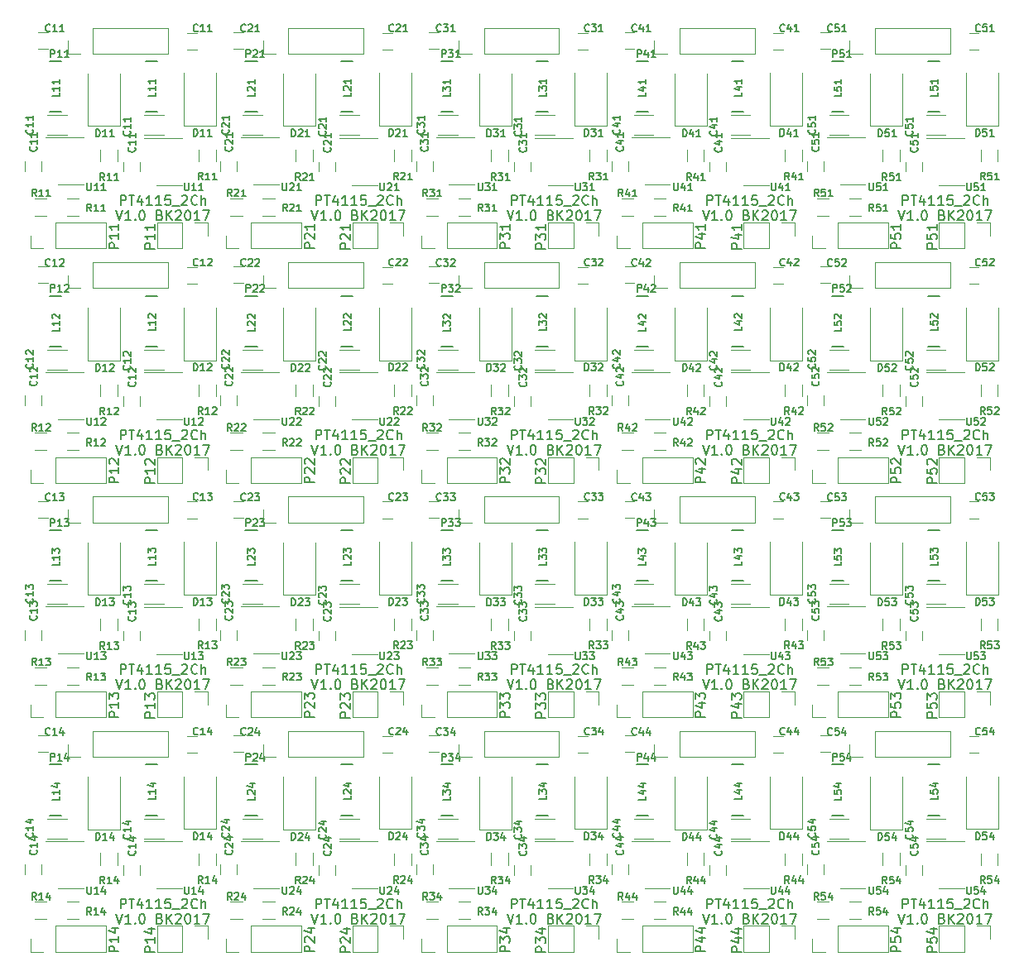
<source format=gto>
G04 #@! TF.FileFunction,Legend,Top*
%FSLAX46Y46*%
G04 Gerber Fmt 4.6, Leading zero omitted, Abs format (unit mm)*
G04 Created by KiCad (PCBNEW 4.0.2-stable) date 9/5/2017 3:04:55 PM*
%MOMM*%
G01*
G04 APERTURE LIST*
%ADD10C,0.100000*%
%ADD11C,0.150000*%
%ADD12C,0.120000*%
G04 APERTURE END LIST*
D10*
D11*
X140006357Y-140803381D02*
X140006357Y-139803381D01*
X140387310Y-139803381D01*
X140482548Y-139851000D01*
X140530167Y-139898619D01*
X140577786Y-139993857D01*
X140577786Y-140136714D01*
X140530167Y-140231952D01*
X140482548Y-140279571D01*
X140387310Y-140327190D01*
X140006357Y-140327190D01*
X140863500Y-139803381D02*
X141434929Y-139803381D01*
X141149214Y-140803381D02*
X141149214Y-139803381D01*
X142196834Y-140136714D02*
X142196834Y-140803381D01*
X141958738Y-139755762D02*
X141720643Y-140470048D01*
X142339691Y-140470048D01*
X143244453Y-140803381D02*
X142673024Y-140803381D01*
X142958738Y-140803381D02*
X142958738Y-139803381D01*
X142863500Y-139946238D01*
X142768262Y-140041476D01*
X142673024Y-140089095D01*
X144196834Y-140803381D02*
X143625405Y-140803381D01*
X143911119Y-140803381D02*
X143911119Y-139803381D01*
X143815881Y-139946238D01*
X143720643Y-140041476D01*
X143625405Y-140089095D01*
X145101596Y-139803381D02*
X144625405Y-139803381D01*
X144577786Y-140279571D01*
X144625405Y-140231952D01*
X144720643Y-140184333D01*
X144958739Y-140184333D01*
X145053977Y-140231952D01*
X145101596Y-140279571D01*
X145149215Y-140374810D01*
X145149215Y-140612905D01*
X145101596Y-140708143D01*
X145053977Y-140755762D01*
X144958739Y-140803381D01*
X144720643Y-140803381D01*
X144625405Y-140755762D01*
X144577786Y-140708143D01*
X145339691Y-140898619D02*
X146101596Y-140898619D01*
X146292072Y-139898619D02*
X146339691Y-139851000D01*
X146434929Y-139803381D01*
X146673025Y-139803381D01*
X146768263Y-139851000D01*
X146815882Y-139898619D01*
X146863501Y-139993857D01*
X146863501Y-140089095D01*
X146815882Y-140231952D01*
X146244453Y-140803381D01*
X146863501Y-140803381D01*
X147863501Y-140708143D02*
X147815882Y-140755762D01*
X147673025Y-140803381D01*
X147577787Y-140803381D01*
X147434929Y-140755762D01*
X147339691Y-140660524D01*
X147292072Y-140565286D01*
X147244453Y-140374810D01*
X147244453Y-140231952D01*
X147292072Y-140041476D01*
X147339691Y-139946238D01*
X147434929Y-139851000D01*
X147577787Y-139803381D01*
X147673025Y-139803381D01*
X147815882Y-139851000D01*
X147863501Y-139898619D01*
X148292072Y-140803381D02*
X148292072Y-139803381D01*
X148720644Y-140803381D02*
X148720644Y-140279571D01*
X148673025Y-140184333D01*
X148577787Y-140136714D01*
X148434929Y-140136714D01*
X148339691Y-140184333D01*
X148292072Y-140231952D01*
X139553976Y-141353381D02*
X139887309Y-142353381D01*
X140220643Y-141353381D01*
X141077786Y-142353381D02*
X140506357Y-142353381D01*
X140792071Y-142353381D02*
X140792071Y-141353381D01*
X140696833Y-141496238D01*
X140601595Y-141591476D01*
X140506357Y-141639095D01*
X141506357Y-142258143D02*
X141553976Y-142305762D01*
X141506357Y-142353381D01*
X141458738Y-142305762D01*
X141506357Y-142258143D01*
X141506357Y-142353381D01*
X142173023Y-141353381D02*
X142268262Y-141353381D01*
X142363500Y-141401000D01*
X142411119Y-141448619D01*
X142458738Y-141543857D01*
X142506357Y-141734333D01*
X142506357Y-141972429D01*
X142458738Y-142162905D01*
X142411119Y-142258143D01*
X142363500Y-142305762D01*
X142268262Y-142353381D01*
X142173023Y-142353381D01*
X142077785Y-142305762D01*
X142030166Y-142258143D01*
X141982547Y-142162905D01*
X141934928Y-141972429D01*
X141934928Y-141734333D01*
X141982547Y-141543857D01*
X142030166Y-141448619D01*
X142077785Y-141401000D01*
X142173023Y-141353381D01*
X144030167Y-141829571D02*
X144173024Y-141877190D01*
X144220643Y-141924810D01*
X144268262Y-142020048D01*
X144268262Y-142162905D01*
X144220643Y-142258143D01*
X144173024Y-142305762D01*
X144077786Y-142353381D01*
X143696833Y-142353381D01*
X143696833Y-141353381D01*
X144030167Y-141353381D01*
X144125405Y-141401000D01*
X144173024Y-141448619D01*
X144220643Y-141543857D01*
X144220643Y-141639095D01*
X144173024Y-141734333D01*
X144125405Y-141781952D01*
X144030167Y-141829571D01*
X143696833Y-141829571D01*
X144696833Y-142353381D02*
X144696833Y-141353381D01*
X145268262Y-142353381D02*
X144839690Y-141781952D01*
X145268262Y-141353381D02*
X144696833Y-141924810D01*
X145649214Y-141448619D02*
X145696833Y-141401000D01*
X145792071Y-141353381D01*
X146030167Y-141353381D01*
X146125405Y-141401000D01*
X146173024Y-141448619D01*
X146220643Y-141543857D01*
X146220643Y-141639095D01*
X146173024Y-141781952D01*
X145601595Y-142353381D01*
X146220643Y-142353381D01*
X146839690Y-141353381D02*
X146934929Y-141353381D01*
X147030167Y-141401000D01*
X147077786Y-141448619D01*
X147125405Y-141543857D01*
X147173024Y-141734333D01*
X147173024Y-141972429D01*
X147125405Y-142162905D01*
X147077786Y-142258143D01*
X147030167Y-142305762D01*
X146934929Y-142353381D01*
X146839690Y-142353381D01*
X146744452Y-142305762D01*
X146696833Y-142258143D01*
X146649214Y-142162905D01*
X146601595Y-141972429D01*
X146601595Y-141734333D01*
X146649214Y-141543857D01*
X146696833Y-141448619D01*
X146744452Y-141401000D01*
X146839690Y-141353381D01*
X148125405Y-142353381D02*
X147553976Y-142353381D01*
X147839690Y-142353381D02*
X147839690Y-141353381D01*
X147744452Y-141496238D01*
X147649214Y-141591476D01*
X147553976Y-141639095D01*
X148458738Y-141353381D02*
X149125405Y-141353381D01*
X148696833Y-142353381D01*
X120006357Y-140803381D02*
X120006357Y-139803381D01*
X120387310Y-139803381D01*
X120482548Y-139851000D01*
X120530167Y-139898619D01*
X120577786Y-139993857D01*
X120577786Y-140136714D01*
X120530167Y-140231952D01*
X120482548Y-140279571D01*
X120387310Y-140327190D01*
X120006357Y-140327190D01*
X120863500Y-139803381D02*
X121434929Y-139803381D01*
X121149214Y-140803381D02*
X121149214Y-139803381D01*
X122196834Y-140136714D02*
X122196834Y-140803381D01*
X121958738Y-139755762D02*
X121720643Y-140470048D01*
X122339691Y-140470048D01*
X123244453Y-140803381D02*
X122673024Y-140803381D01*
X122958738Y-140803381D02*
X122958738Y-139803381D01*
X122863500Y-139946238D01*
X122768262Y-140041476D01*
X122673024Y-140089095D01*
X124196834Y-140803381D02*
X123625405Y-140803381D01*
X123911119Y-140803381D02*
X123911119Y-139803381D01*
X123815881Y-139946238D01*
X123720643Y-140041476D01*
X123625405Y-140089095D01*
X125101596Y-139803381D02*
X124625405Y-139803381D01*
X124577786Y-140279571D01*
X124625405Y-140231952D01*
X124720643Y-140184333D01*
X124958739Y-140184333D01*
X125053977Y-140231952D01*
X125101596Y-140279571D01*
X125149215Y-140374810D01*
X125149215Y-140612905D01*
X125101596Y-140708143D01*
X125053977Y-140755762D01*
X124958739Y-140803381D01*
X124720643Y-140803381D01*
X124625405Y-140755762D01*
X124577786Y-140708143D01*
X125339691Y-140898619D02*
X126101596Y-140898619D01*
X126292072Y-139898619D02*
X126339691Y-139851000D01*
X126434929Y-139803381D01*
X126673025Y-139803381D01*
X126768263Y-139851000D01*
X126815882Y-139898619D01*
X126863501Y-139993857D01*
X126863501Y-140089095D01*
X126815882Y-140231952D01*
X126244453Y-140803381D01*
X126863501Y-140803381D01*
X127863501Y-140708143D02*
X127815882Y-140755762D01*
X127673025Y-140803381D01*
X127577787Y-140803381D01*
X127434929Y-140755762D01*
X127339691Y-140660524D01*
X127292072Y-140565286D01*
X127244453Y-140374810D01*
X127244453Y-140231952D01*
X127292072Y-140041476D01*
X127339691Y-139946238D01*
X127434929Y-139851000D01*
X127577787Y-139803381D01*
X127673025Y-139803381D01*
X127815882Y-139851000D01*
X127863501Y-139898619D01*
X128292072Y-140803381D02*
X128292072Y-139803381D01*
X128720644Y-140803381D02*
X128720644Y-140279571D01*
X128673025Y-140184333D01*
X128577787Y-140136714D01*
X128434929Y-140136714D01*
X128339691Y-140184333D01*
X128292072Y-140231952D01*
X119553976Y-141353381D02*
X119887309Y-142353381D01*
X120220643Y-141353381D01*
X121077786Y-142353381D02*
X120506357Y-142353381D01*
X120792071Y-142353381D02*
X120792071Y-141353381D01*
X120696833Y-141496238D01*
X120601595Y-141591476D01*
X120506357Y-141639095D01*
X121506357Y-142258143D02*
X121553976Y-142305762D01*
X121506357Y-142353381D01*
X121458738Y-142305762D01*
X121506357Y-142258143D01*
X121506357Y-142353381D01*
X122173023Y-141353381D02*
X122268262Y-141353381D01*
X122363500Y-141401000D01*
X122411119Y-141448619D01*
X122458738Y-141543857D01*
X122506357Y-141734333D01*
X122506357Y-141972429D01*
X122458738Y-142162905D01*
X122411119Y-142258143D01*
X122363500Y-142305762D01*
X122268262Y-142353381D01*
X122173023Y-142353381D01*
X122077785Y-142305762D01*
X122030166Y-142258143D01*
X121982547Y-142162905D01*
X121934928Y-141972429D01*
X121934928Y-141734333D01*
X121982547Y-141543857D01*
X122030166Y-141448619D01*
X122077785Y-141401000D01*
X122173023Y-141353381D01*
X124030167Y-141829571D02*
X124173024Y-141877190D01*
X124220643Y-141924810D01*
X124268262Y-142020048D01*
X124268262Y-142162905D01*
X124220643Y-142258143D01*
X124173024Y-142305762D01*
X124077786Y-142353381D01*
X123696833Y-142353381D01*
X123696833Y-141353381D01*
X124030167Y-141353381D01*
X124125405Y-141401000D01*
X124173024Y-141448619D01*
X124220643Y-141543857D01*
X124220643Y-141639095D01*
X124173024Y-141734333D01*
X124125405Y-141781952D01*
X124030167Y-141829571D01*
X123696833Y-141829571D01*
X124696833Y-142353381D02*
X124696833Y-141353381D01*
X125268262Y-142353381D02*
X124839690Y-141781952D01*
X125268262Y-141353381D02*
X124696833Y-141924810D01*
X125649214Y-141448619D02*
X125696833Y-141401000D01*
X125792071Y-141353381D01*
X126030167Y-141353381D01*
X126125405Y-141401000D01*
X126173024Y-141448619D01*
X126220643Y-141543857D01*
X126220643Y-141639095D01*
X126173024Y-141781952D01*
X125601595Y-142353381D01*
X126220643Y-142353381D01*
X126839690Y-141353381D02*
X126934929Y-141353381D01*
X127030167Y-141401000D01*
X127077786Y-141448619D01*
X127125405Y-141543857D01*
X127173024Y-141734333D01*
X127173024Y-141972429D01*
X127125405Y-142162905D01*
X127077786Y-142258143D01*
X127030167Y-142305762D01*
X126934929Y-142353381D01*
X126839690Y-142353381D01*
X126744452Y-142305762D01*
X126696833Y-142258143D01*
X126649214Y-142162905D01*
X126601595Y-141972429D01*
X126601595Y-141734333D01*
X126649214Y-141543857D01*
X126696833Y-141448619D01*
X126744452Y-141401000D01*
X126839690Y-141353381D01*
X128125405Y-142353381D02*
X127553976Y-142353381D01*
X127839690Y-142353381D02*
X127839690Y-141353381D01*
X127744452Y-141496238D01*
X127649214Y-141591476D01*
X127553976Y-141639095D01*
X128458738Y-141353381D02*
X129125405Y-141353381D01*
X128696833Y-142353381D01*
X100006357Y-140803381D02*
X100006357Y-139803381D01*
X100387310Y-139803381D01*
X100482548Y-139851000D01*
X100530167Y-139898619D01*
X100577786Y-139993857D01*
X100577786Y-140136714D01*
X100530167Y-140231952D01*
X100482548Y-140279571D01*
X100387310Y-140327190D01*
X100006357Y-140327190D01*
X100863500Y-139803381D02*
X101434929Y-139803381D01*
X101149214Y-140803381D02*
X101149214Y-139803381D01*
X102196834Y-140136714D02*
X102196834Y-140803381D01*
X101958738Y-139755762D02*
X101720643Y-140470048D01*
X102339691Y-140470048D01*
X103244453Y-140803381D02*
X102673024Y-140803381D01*
X102958738Y-140803381D02*
X102958738Y-139803381D01*
X102863500Y-139946238D01*
X102768262Y-140041476D01*
X102673024Y-140089095D01*
X104196834Y-140803381D02*
X103625405Y-140803381D01*
X103911119Y-140803381D02*
X103911119Y-139803381D01*
X103815881Y-139946238D01*
X103720643Y-140041476D01*
X103625405Y-140089095D01*
X105101596Y-139803381D02*
X104625405Y-139803381D01*
X104577786Y-140279571D01*
X104625405Y-140231952D01*
X104720643Y-140184333D01*
X104958739Y-140184333D01*
X105053977Y-140231952D01*
X105101596Y-140279571D01*
X105149215Y-140374810D01*
X105149215Y-140612905D01*
X105101596Y-140708143D01*
X105053977Y-140755762D01*
X104958739Y-140803381D01*
X104720643Y-140803381D01*
X104625405Y-140755762D01*
X104577786Y-140708143D01*
X105339691Y-140898619D02*
X106101596Y-140898619D01*
X106292072Y-139898619D02*
X106339691Y-139851000D01*
X106434929Y-139803381D01*
X106673025Y-139803381D01*
X106768263Y-139851000D01*
X106815882Y-139898619D01*
X106863501Y-139993857D01*
X106863501Y-140089095D01*
X106815882Y-140231952D01*
X106244453Y-140803381D01*
X106863501Y-140803381D01*
X107863501Y-140708143D02*
X107815882Y-140755762D01*
X107673025Y-140803381D01*
X107577787Y-140803381D01*
X107434929Y-140755762D01*
X107339691Y-140660524D01*
X107292072Y-140565286D01*
X107244453Y-140374810D01*
X107244453Y-140231952D01*
X107292072Y-140041476D01*
X107339691Y-139946238D01*
X107434929Y-139851000D01*
X107577787Y-139803381D01*
X107673025Y-139803381D01*
X107815882Y-139851000D01*
X107863501Y-139898619D01*
X108292072Y-140803381D02*
X108292072Y-139803381D01*
X108720644Y-140803381D02*
X108720644Y-140279571D01*
X108673025Y-140184333D01*
X108577787Y-140136714D01*
X108434929Y-140136714D01*
X108339691Y-140184333D01*
X108292072Y-140231952D01*
X99553976Y-141353381D02*
X99887309Y-142353381D01*
X100220643Y-141353381D01*
X101077786Y-142353381D02*
X100506357Y-142353381D01*
X100792071Y-142353381D02*
X100792071Y-141353381D01*
X100696833Y-141496238D01*
X100601595Y-141591476D01*
X100506357Y-141639095D01*
X101506357Y-142258143D02*
X101553976Y-142305762D01*
X101506357Y-142353381D01*
X101458738Y-142305762D01*
X101506357Y-142258143D01*
X101506357Y-142353381D01*
X102173023Y-141353381D02*
X102268262Y-141353381D01*
X102363500Y-141401000D01*
X102411119Y-141448619D01*
X102458738Y-141543857D01*
X102506357Y-141734333D01*
X102506357Y-141972429D01*
X102458738Y-142162905D01*
X102411119Y-142258143D01*
X102363500Y-142305762D01*
X102268262Y-142353381D01*
X102173023Y-142353381D01*
X102077785Y-142305762D01*
X102030166Y-142258143D01*
X101982547Y-142162905D01*
X101934928Y-141972429D01*
X101934928Y-141734333D01*
X101982547Y-141543857D01*
X102030166Y-141448619D01*
X102077785Y-141401000D01*
X102173023Y-141353381D01*
X104030167Y-141829571D02*
X104173024Y-141877190D01*
X104220643Y-141924810D01*
X104268262Y-142020048D01*
X104268262Y-142162905D01*
X104220643Y-142258143D01*
X104173024Y-142305762D01*
X104077786Y-142353381D01*
X103696833Y-142353381D01*
X103696833Y-141353381D01*
X104030167Y-141353381D01*
X104125405Y-141401000D01*
X104173024Y-141448619D01*
X104220643Y-141543857D01*
X104220643Y-141639095D01*
X104173024Y-141734333D01*
X104125405Y-141781952D01*
X104030167Y-141829571D01*
X103696833Y-141829571D01*
X104696833Y-142353381D02*
X104696833Y-141353381D01*
X105268262Y-142353381D02*
X104839690Y-141781952D01*
X105268262Y-141353381D02*
X104696833Y-141924810D01*
X105649214Y-141448619D02*
X105696833Y-141401000D01*
X105792071Y-141353381D01*
X106030167Y-141353381D01*
X106125405Y-141401000D01*
X106173024Y-141448619D01*
X106220643Y-141543857D01*
X106220643Y-141639095D01*
X106173024Y-141781952D01*
X105601595Y-142353381D01*
X106220643Y-142353381D01*
X106839690Y-141353381D02*
X106934929Y-141353381D01*
X107030167Y-141401000D01*
X107077786Y-141448619D01*
X107125405Y-141543857D01*
X107173024Y-141734333D01*
X107173024Y-141972429D01*
X107125405Y-142162905D01*
X107077786Y-142258143D01*
X107030167Y-142305762D01*
X106934929Y-142353381D01*
X106839690Y-142353381D01*
X106744452Y-142305762D01*
X106696833Y-142258143D01*
X106649214Y-142162905D01*
X106601595Y-141972429D01*
X106601595Y-141734333D01*
X106649214Y-141543857D01*
X106696833Y-141448619D01*
X106744452Y-141401000D01*
X106839690Y-141353381D01*
X108125405Y-142353381D02*
X107553976Y-142353381D01*
X107839690Y-142353381D02*
X107839690Y-141353381D01*
X107744452Y-141496238D01*
X107649214Y-141591476D01*
X107553976Y-141639095D01*
X108458738Y-141353381D02*
X109125405Y-141353381D01*
X108696833Y-142353381D01*
X80006357Y-140803381D02*
X80006357Y-139803381D01*
X80387310Y-139803381D01*
X80482548Y-139851000D01*
X80530167Y-139898619D01*
X80577786Y-139993857D01*
X80577786Y-140136714D01*
X80530167Y-140231952D01*
X80482548Y-140279571D01*
X80387310Y-140327190D01*
X80006357Y-140327190D01*
X80863500Y-139803381D02*
X81434929Y-139803381D01*
X81149214Y-140803381D02*
X81149214Y-139803381D01*
X82196834Y-140136714D02*
X82196834Y-140803381D01*
X81958738Y-139755762D02*
X81720643Y-140470048D01*
X82339691Y-140470048D01*
X83244453Y-140803381D02*
X82673024Y-140803381D01*
X82958738Y-140803381D02*
X82958738Y-139803381D01*
X82863500Y-139946238D01*
X82768262Y-140041476D01*
X82673024Y-140089095D01*
X84196834Y-140803381D02*
X83625405Y-140803381D01*
X83911119Y-140803381D02*
X83911119Y-139803381D01*
X83815881Y-139946238D01*
X83720643Y-140041476D01*
X83625405Y-140089095D01*
X85101596Y-139803381D02*
X84625405Y-139803381D01*
X84577786Y-140279571D01*
X84625405Y-140231952D01*
X84720643Y-140184333D01*
X84958739Y-140184333D01*
X85053977Y-140231952D01*
X85101596Y-140279571D01*
X85149215Y-140374810D01*
X85149215Y-140612905D01*
X85101596Y-140708143D01*
X85053977Y-140755762D01*
X84958739Y-140803381D01*
X84720643Y-140803381D01*
X84625405Y-140755762D01*
X84577786Y-140708143D01*
X85339691Y-140898619D02*
X86101596Y-140898619D01*
X86292072Y-139898619D02*
X86339691Y-139851000D01*
X86434929Y-139803381D01*
X86673025Y-139803381D01*
X86768263Y-139851000D01*
X86815882Y-139898619D01*
X86863501Y-139993857D01*
X86863501Y-140089095D01*
X86815882Y-140231952D01*
X86244453Y-140803381D01*
X86863501Y-140803381D01*
X87863501Y-140708143D02*
X87815882Y-140755762D01*
X87673025Y-140803381D01*
X87577787Y-140803381D01*
X87434929Y-140755762D01*
X87339691Y-140660524D01*
X87292072Y-140565286D01*
X87244453Y-140374810D01*
X87244453Y-140231952D01*
X87292072Y-140041476D01*
X87339691Y-139946238D01*
X87434929Y-139851000D01*
X87577787Y-139803381D01*
X87673025Y-139803381D01*
X87815882Y-139851000D01*
X87863501Y-139898619D01*
X88292072Y-140803381D02*
X88292072Y-139803381D01*
X88720644Y-140803381D02*
X88720644Y-140279571D01*
X88673025Y-140184333D01*
X88577787Y-140136714D01*
X88434929Y-140136714D01*
X88339691Y-140184333D01*
X88292072Y-140231952D01*
X79553976Y-141353381D02*
X79887309Y-142353381D01*
X80220643Y-141353381D01*
X81077786Y-142353381D02*
X80506357Y-142353381D01*
X80792071Y-142353381D02*
X80792071Y-141353381D01*
X80696833Y-141496238D01*
X80601595Y-141591476D01*
X80506357Y-141639095D01*
X81506357Y-142258143D02*
X81553976Y-142305762D01*
X81506357Y-142353381D01*
X81458738Y-142305762D01*
X81506357Y-142258143D01*
X81506357Y-142353381D01*
X82173023Y-141353381D02*
X82268262Y-141353381D01*
X82363500Y-141401000D01*
X82411119Y-141448619D01*
X82458738Y-141543857D01*
X82506357Y-141734333D01*
X82506357Y-141972429D01*
X82458738Y-142162905D01*
X82411119Y-142258143D01*
X82363500Y-142305762D01*
X82268262Y-142353381D01*
X82173023Y-142353381D01*
X82077785Y-142305762D01*
X82030166Y-142258143D01*
X81982547Y-142162905D01*
X81934928Y-141972429D01*
X81934928Y-141734333D01*
X81982547Y-141543857D01*
X82030166Y-141448619D01*
X82077785Y-141401000D01*
X82173023Y-141353381D01*
X84030167Y-141829571D02*
X84173024Y-141877190D01*
X84220643Y-141924810D01*
X84268262Y-142020048D01*
X84268262Y-142162905D01*
X84220643Y-142258143D01*
X84173024Y-142305762D01*
X84077786Y-142353381D01*
X83696833Y-142353381D01*
X83696833Y-141353381D01*
X84030167Y-141353381D01*
X84125405Y-141401000D01*
X84173024Y-141448619D01*
X84220643Y-141543857D01*
X84220643Y-141639095D01*
X84173024Y-141734333D01*
X84125405Y-141781952D01*
X84030167Y-141829571D01*
X83696833Y-141829571D01*
X84696833Y-142353381D02*
X84696833Y-141353381D01*
X85268262Y-142353381D02*
X84839690Y-141781952D01*
X85268262Y-141353381D02*
X84696833Y-141924810D01*
X85649214Y-141448619D02*
X85696833Y-141401000D01*
X85792071Y-141353381D01*
X86030167Y-141353381D01*
X86125405Y-141401000D01*
X86173024Y-141448619D01*
X86220643Y-141543857D01*
X86220643Y-141639095D01*
X86173024Y-141781952D01*
X85601595Y-142353381D01*
X86220643Y-142353381D01*
X86839690Y-141353381D02*
X86934929Y-141353381D01*
X87030167Y-141401000D01*
X87077786Y-141448619D01*
X87125405Y-141543857D01*
X87173024Y-141734333D01*
X87173024Y-141972429D01*
X87125405Y-142162905D01*
X87077786Y-142258143D01*
X87030167Y-142305762D01*
X86934929Y-142353381D01*
X86839690Y-142353381D01*
X86744452Y-142305762D01*
X86696833Y-142258143D01*
X86649214Y-142162905D01*
X86601595Y-141972429D01*
X86601595Y-141734333D01*
X86649214Y-141543857D01*
X86696833Y-141448619D01*
X86744452Y-141401000D01*
X86839690Y-141353381D01*
X88125405Y-142353381D02*
X87553976Y-142353381D01*
X87839690Y-142353381D02*
X87839690Y-141353381D01*
X87744452Y-141496238D01*
X87649214Y-141591476D01*
X87553976Y-141639095D01*
X88458738Y-141353381D02*
X89125405Y-141353381D01*
X88696833Y-142353381D01*
X60006357Y-140803381D02*
X60006357Y-139803381D01*
X60387310Y-139803381D01*
X60482548Y-139851000D01*
X60530167Y-139898619D01*
X60577786Y-139993857D01*
X60577786Y-140136714D01*
X60530167Y-140231952D01*
X60482548Y-140279571D01*
X60387310Y-140327190D01*
X60006357Y-140327190D01*
X60863500Y-139803381D02*
X61434929Y-139803381D01*
X61149214Y-140803381D02*
X61149214Y-139803381D01*
X62196834Y-140136714D02*
X62196834Y-140803381D01*
X61958738Y-139755762D02*
X61720643Y-140470048D01*
X62339691Y-140470048D01*
X63244453Y-140803381D02*
X62673024Y-140803381D01*
X62958738Y-140803381D02*
X62958738Y-139803381D01*
X62863500Y-139946238D01*
X62768262Y-140041476D01*
X62673024Y-140089095D01*
X64196834Y-140803381D02*
X63625405Y-140803381D01*
X63911119Y-140803381D02*
X63911119Y-139803381D01*
X63815881Y-139946238D01*
X63720643Y-140041476D01*
X63625405Y-140089095D01*
X65101596Y-139803381D02*
X64625405Y-139803381D01*
X64577786Y-140279571D01*
X64625405Y-140231952D01*
X64720643Y-140184333D01*
X64958739Y-140184333D01*
X65053977Y-140231952D01*
X65101596Y-140279571D01*
X65149215Y-140374810D01*
X65149215Y-140612905D01*
X65101596Y-140708143D01*
X65053977Y-140755762D01*
X64958739Y-140803381D01*
X64720643Y-140803381D01*
X64625405Y-140755762D01*
X64577786Y-140708143D01*
X65339691Y-140898619D02*
X66101596Y-140898619D01*
X66292072Y-139898619D02*
X66339691Y-139851000D01*
X66434929Y-139803381D01*
X66673025Y-139803381D01*
X66768263Y-139851000D01*
X66815882Y-139898619D01*
X66863501Y-139993857D01*
X66863501Y-140089095D01*
X66815882Y-140231952D01*
X66244453Y-140803381D01*
X66863501Y-140803381D01*
X67863501Y-140708143D02*
X67815882Y-140755762D01*
X67673025Y-140803381D01*
X67577787Y-140803381D01*
X67434929Y-140755762D01*
X67339691Y-140660524D01*
X67292072Y-140565286D01*
X67244453Y-140374810D01*
X67244453Y-140231952D01*
X67292072Y-140041476D01*
X67339691Y-139946238D01*
X67434929Y-139851000D01*
X67577787Y-139803381D01*
X67673025Y-139803381D01*
X67815882Y-139851000D01*
X67863501Y-139898619D01*
X68292072Y-140803381D02*
X68292072Y-139803381D01*
X68720644Y-140803381D02*
X68720644Y-140279571D01*
X68673025Y-140184333D01*
X68577787Y-140136714D01*
X68434929Y-140136714D01*
X68339691Y-140184333D01*
X68292072Y-140231952D01*
X59553976Y-141353381D02*
X59887309Y-142353381D01*
X60220643Y-141353381D01*
X61077786Y-142353381D02*
X60506357Y-142353381D01*
X60792071Y-142353381D02*
X60792071Y-141353381D01*
X60696833Y-141496238D01*
X60601595Y-141591476D01*
X60506357Y-141639095D01*
X61506357Y-142258143D02*
X61553976Y-142305762D01*
X61506357Y-142353381D01*
X61458738Y-142305762D01*
X61506357Y-142258143D01*
X61506357Y-142353381D01*
X62173023Y-141353381D02*
X62268262Y-141353381D01*
X62363500Y-141401000D01*
X62411119Y-141448619D01*
X62458738Y-141543857D01*
X62506357Y-141734333D01*
X62506357Y-141972429D01*
X62458738Y-142162905D01*
X62411119Y-142258143D01*
X62363500Y-142305762D01*
X62268262Y-142353381D01*
X62173023Y-142353381D01*
X62077785Y-142305762D01*
X62030166Y-142258143D01*
X61982547Y-142162905D01*
X61934928Y-141972429D01*
X61934928Y-141734333D01*
X61982547Y-141543857D01*
X62030166Y-141448619D01*
X62077785Y-141401000D01*
X62173023Y-141353381D01*
X64030167Y-141829571D02*
X64173024Y-141877190D01*
X64220643Y-141924810D01*
X64268262Y-142020048D01*
X64268262Y-142162905D01*
X64220643Y-142258143D01*
X64173024Y-142305762D01*
X64077786Y-142353381D01*
X63696833Y-142353381D01*
X63696833Y-141353381D01*
X64030167Y-141353381D01*
X64125405Y-141401000D01*
X64173024Y-141448619D01*
X64220643Y-141543857D01*
X64220643Y-141639095D01*
X64173024Y-141734333D01*
X64125405Y-141781952D01*
X64030167Y-141829571D01*
X63696833Y-141829571D01*
X64696833Y-142353381D02*
X64696833Y-141353381D01*
X65268262Y-142353381D02*
X64839690Y-141781952D01*
X65268262Y-141353381D02*
X64696833Y-141924810D01*
X65649214Y-141448619D02*
X65696833Y-141401000D01*
X65792071Y-141353381D01*
X66030167Y-141353381D01*
X66125405Y-141401000D01*
X66173024Y-141448619D01*
X66220643Y-141543857D01*
X66220643Y-141639095D01*
X66173024Y-141781952D01*
X65601595Y-142353381D01*
X66220643Y-142353381D01*
X66839690Y-141353381D02*
X66934929Y-141353381D01*
X67030167Y-141401000D01*
X67077786Y-141448619D01*
X67125405Y-141543857D01*
X67173024Y-141734333D01*
X67173024Y-141972429D01*
X67125405Y-142162905D01*
X67077786Y-142258143D01*
X67030167Y-142305762D01*
X66934929Y-142353381D01*
X66839690Y-142353381D01*
X66744452Y-142305762D01*
X66696833Y-142258143D01*
X66649214Y-142162905D01*
X66601595Y-141972429D01*
X66601595Y-141734333D01*
X66649214Y-141543857D01*
X66696833Y-141448619D01*
X66744452Y-141401000D01*
X66839690Y-141353381D01*
X68125405Y-142353381D02*
X67553976Y-142353381D01*
X67839690Y-142353381D02*
X67839690Y-141353381D01*
X67744452Y-141496238D01*
X67649214Y-141591476D01*
X67553976Y-141639095D01*
X68458738Y-141353381D02*
X69125405Y-141353381D01*
X68696833Y-142353381D01*
X140006357Y-116803381D02*
X140006357Y-115803381D01*
X140387310Y-115803381D01*
X140482548Y-115851000D01*
X140530167Y-115898619D01*
X140577786Y-115993857D01*
X140577786Y-116136714D01*
X140530167Y-116231952D01*
X140482548Y-116279571D01*
X140387310Y-116327190D01*
X140006357Y-116327190D01*
X140863500Y-115803381D02*
X141434929Y-115803381D01*
X141149214Y-116803381D02*
X141149214Y-115803381D01*
X142196834Y-116136714D02*
X142196834Y-116803381D01*
X141958738Y-115755762D02*
X141720643Y-116470048D01*
X142339691Y-116470048D01*
X143244453Y-116803381D02*
X142673024Y-116803381D01*
X142958738Y-116803381D02*
X142958738Y-115803381D01*
X142863500Y-115946238D01*
X142768262Y-116041476D01*
X142673024Y-116089095D01*
X144196834Y-116803381D02*
X143625405Y-116803381D01*
X143911119Y-116803381D02*
X143911119Y-115803381D01*
X143815881Y-115946238D01*
X143720643Y-116041476D01*
X143625405Y-116089095D01*
X145101596Y-115803381D02*
X144625405Y-115803381D01*
X144577786Y-116279571D01*
X144625405Y-116231952D01*
X144720643Y-116184333D01*
X144958739Y-116184333D01*
X145053977Y-116231952D01*
X145101596Y-116279571D01*
X145149215Y-116374810D01*
X145149215Y-116612905D01*
X145101596Y-116708143D01*
X145053977Y-116755762D01*
X144958739Y-116803381D01*
X144720643Y-116803381D01*
X144625405Y-116755762D01*
X144577786Y-116708143D01*
X145339691Y-116898619D02*
X146101596Y-116898619D01*
X146292072Y-115898619D02*
X146339691Y-115851000D01*
X146434929Y-115803381D01*
X146673025Y-115803381D01*
X146768263Y-115851000D01*
X146815882Y-115898619D01*
X146863501Y-115993857D01*
X146863501Y-116089095D01*
X146815882Y-116231952D01*
X146244453Y-116803381D01*
X146863501Y-116803381D01*
X147863501Y-116708143D02*
X147815882Y-116755762D01*
X147673025Y-116803381D01*
X147577787Y-116803381D01*
X147434929Y-116755762D01*
X147339691Y-116660524D01*
X147292072Y-116565286D01*
X147244453Y-116374810D01*
X147244453Y-116231952D01*
X147292072Y-116041476D01*
X147339691Y-115946238D01*
X147434929Y-115851000D01*
X147577787Y-115803381D01*
X147673025Y-115803381D01*
X147815882Y-115851000D01*
X147863501Y-115898619D01*
X148292072Y-116803381D02*
X148292072Y-115803381D01*
X148720644Y-116803381D02*
X148720644Y-116279571D01*
X148673025Y-116184333D01*
X148577787Y-116136714D01*
X148434929Y-116136714D01*
X148339691Y-116184333D01*
X148292072Y-116231952D01*
X139553976Y-117353381D02*
X139887309Y-118353381D01*
X140220643Y-117353381D01*
X141077786Y-118353381D02*
X140506357Y-118353381D01*
X140792071Y-118353381D02*
X140792071Y-117353381D01*
X140696833Y-117496238D01*
X140601595Y-117591476D01*
X140506357Y-117639095D01*
X141506357Y-118258143D02*
X141553976Y-118305762D01*
X141506357Y-118353381D01*
X141458738Y-118305762D01*
X141506357Y-118258143D01*
X141506357Y-118353381D01*
X142173023Y-117353381D02*
X142268262Y-117353381D01*
X142363500Y-117401000D01*
X142411119Y-117448619D01*
X142458738Y-117543857D01*
X142506357Y-117734333D01*
X142506357Y-117972429D01*
X142458738Y-118162905D01*
X142411119Y-118258143D01*
X142363500Y-118305762D01*
X142268262Y-118353381D01*
X142173023Y-118353381D01*
X142077785Y-118305762D01*
X142030166Y-118258143D01*
X141982547Y-118162905D01*
X141934928Y-117972429D01*
X141934928Y-117734333D01*
X141982547Y-117543857D01*
X142030166Y-117448619D01*
X142077785Y-117401000D01*
X142173023Y-117353381D01*
X144030167Y-117829571D02*
X144173024Y-117877190D01*
X144220643Y-117924810D01*
X144268262Y-118020048D01*
X144268262Y-118162905D01*
X144220643Y-118258143D01*
X144173024Y-118305762D01*
X144077786Y-118353381D01*
X143696833Y-118353381D01*
X143696833Y-117353381D01*
X144030167Y-117353381D01*
X144125405Y-117401000D01*
X144173024Y-117448619D01*
X144220643Y-117543857D01*
X144220643Y-117639095D01*
X144173024Y-117734333D01*
X144125405Y-117781952D01*
X144030167Y-117829571D01*
X143696833Y-117829571D01*
X144696833Y-118353381D02*
X144696833Y-117353381D01*
X145268262Y-118353381D02*
X144839690Y-117781952D01*
X145268262Y-117353381D02*
X144696833Y-117924810D01*
X145649214Y-117448619D02*
X145696833Y-117401000D01*
X145792071Y-117353381D01*
X146030167Y-117353381D01*
X146125405Y-117401000D01*
X146173024Y-117448619D01*
X146220643Y-117543857D01*
X146220643Y-117639095D01*
X146173024Y-117781952D01*
X145601595Y-118353381D01*
X146220643Y-118353381D01*
X146839690Y-117353381D02*
X146934929Y-117353381D01*
X147030167Y-117401000D01*
X147077786Y-117448619D01*
X147125405Y-117543857D01*
X147173024Y-117734333D01*
X147173024Y-117972429D01*
X147125405Y-118162905D01*
X147077786Y-118258143D01*
X147030167Y-118305762D01*
X146934929Y-118353381D01*
X146839690Y-118353381D01*
X146744452Y-118305762D01*
X146696833Y-118258143D01*
X146649214Y-118162905D01*
X146601595Y-117972429D01*
X146601595Y-117734333D01*
X146649214Y-117543857D01*
X146696833Y-117448619D01*
X146744452Y-117401000D01*
X146839690Y-117353381D01*
X148125405Y-118353381D02*
X147553976Y-118353381D01*
X147839690Y-118353381D02*
X147839690Y-117353381D01*
X147744452Y-117496238D01*
X147649214Y-117591476D01*
X147553976Y-117639095D01*
X148458738Y-117353381D02*
X149125405Y-117353381D01*
X148696833Y-118353381D01*
X120006357Y-116803381D02*
X120006357Y-115803381D01*
X120387310Y-115803381D01*
X120482548Y-115851000D01*
X120530167Y-115898619D01*
X120577786Y-115993857D01*
X120577786Y-116136714D01*
X120530167Y-116231952D01*
X120482548Y-116279571D01*
X120387310Y-116327190D01*
X120006357Y-116327190D01*
X120863500Y-115803381D02*
X121434929Y-115803381D01*
X121149214Y-116803381D02*
X121149214Y-115803381D01*
X122196834Y-116136714D02*
X122196834Y-116803381D01*
X121958738Y-115755762D02*
X121720643Y-116470048D01*
X122339691Y-116470048D01*
X123244453Y-116803381D02*
X122673024Y-116803381D01*
X122958738Y-116803381D02*
X122958738Y-115803381D01*
X122863500Y-115946238D01*
X122768262Y-116041476D01*
X122673024Y-116089095D01*
X124196834Y-116803381D02*
X123625405Y-116803381D01*
X123911119Y-116803381D02*
X123911119Y-115803381D01*
X123815881Y-115946238D01*
X123720643Y-116041476D01*
X123625405Y-116089095D01*
X125101596Y-115803381D02*
X124625405Y-115803381D01*
X124577786Y-116279571D01*
X124625405Y-116231952D01*
X124720643Y-116184333D01*
X124958739Y-116184333D01*
X125053977Y-116231952D01*
X125101596Y-116279571D01*
X125149215Y-116374810D01*
X125149215Y-116612905D01*
X125101596Y-116708143D01*
X125053977Y-116755762D01*
X124958739Y-116803381D01*
X124720643Y-116803381D01*
X124625405Y-116755762D01*
X124577786Y-116708143D01*
X125339691Y-116898619D02*
X126101596Y-116898619D01*
X126292072Y-115898619D02*
X126339691Y-115851000D01*
X126434929Y-115803381D01*
X126673025Y-115803381D01*
X126768263Y-115851000D01*
X126815882Y-115898619D01*
X126863501Y-115993857D01*
X126863501Y-116089095D01*
X126815882Y-116231952D01*
X126244453Y-116803381D01*
X126863501Y-116803381D01*
X127863501Y-116708143D02*
X127815882Y-116755762D01*
X127673025Y-116803381D01*
X127577787Y-116803381D01*
X127434929Y-116755762D01*
X127339691Y-116660524D01*
X127292072Y-116565286D01*
X127244453Y-116374810D01*
X127244453Y-116231952D01*
X127292072Y-116041476D01*
X127339691Y-115946238D01*
X127434929Y-115851000D01*
X127577787Y-115803381D01*
X127673025Y-115803381D01*
X127815882Y-115851000D01*
X127863501Y-115898619D01*
X128292072Y-116803381D02*
X128292072Y-115803381D01*
X128720644Y-116803381D02*
X128720644Y-116279571D01*
X128673025Y-116184333D01*
X128577787Y-116136714D01*
X128434929Y-116136714D01*
X128339691Y-116184333D01*
X128292072Y-116231952D01*
X119553976Y-117353381D02*
X119887309Y-118353381D01*
X120220643Y-117353381D01*
X121077786Y-118353381D02*
X120506357Y-118353381D01*
X120792071Y-118353381D02*
X120792071Y-117353381D01*
X120696833Y-117496238D01*
X120601595Y-117591476D01*
X120506357Y-117639095D01*
X121506357Y-118258143D02*
X121553976Y-118305762D01*
X121506357Y-118353381D01*
X121458738Y-118305762D01*
X121506357Y-118258143D01*
X121506357Y-118353381D01*
X122173023Y-117353381D02*
X122268262Y-117353381D01*
X122363500Y-117401000D01*
X122411119Y-117448619D01*
X122458738Y-117543857D01*
X122506357Y-117734333D01*
X122506357Y-117972429D01*
X122458738Y-118162905D01*
X122411119Y-118258143D01*
X122363500Y-118305762D01*
X122268262Y-118353381D01*
X122173023Y-118353381D01*
X122077785Y-118305762D01*
X122030166Y-118258143D01*
X121982547Y-118162905D01*
X121934928Y-117972429D01*
X121934928Y-117734333D01*
X121982547Y-117543857D01*
X122030166Y-117448619D01*
X122077785Y-117401000D01*
X122173023Y-117353381D01*
X124030167Y-117829571D02*
X124173024Y-117877190D01*
X124220643Y-117924810D01*
X124268262Y-118020048D01*
X124268262Y-118162905D01*
X124220643Y-118258143D01*
X124173024Y-118305762D01*
X124077786Y-118353381D01*
X123696833Y-118353381D01*
X123696833Y-117353381D01*
X124030167Y-117353381D01*
X124125405Y-117401000D01*
X124173024Y-117448619D01*
X124220643Y-117543857D01*
X124220643Y-117639095D01*
X124173024Y-117734333D01*
X124125405Y-117781952D01*
X124030167Y-117829571D01*
X123696833Y-117829571D01*
X124696833Y-118353381D02*
X124696833Y-117353381D01*
X125268262Y-118353381D02*
X124839690Y-117781952D01*
X125268262Y-117353381D02*
X124696833Y-117924810D01*
X125649214Y-117448619D02*
X125696833Y-117401000D01*
X125792071Y-117353381D01*
X126030167Y-117353381D01*
X126125405Y-117401000D01*
X126173024Y-117448619D01*
X126220643Y-117543857D01*
X126220643Y-117639095D01*
X126173024Y-117781952D01*
X125601595Y-118353381D01*
X126220643Y-118353381D01*
X126839690Y-117353381D02*
X126934929Y-117353381D01*
X127030167Y-117401000D01*
X127077786Y-117448619D01*
X127125405Y-117543857D01*
X127173024Y-117734333D01*
X127173024Y-117972429D01*
X127125405Y-118162905D01*
X127077786Y-118258143D01*
X127030167Y-118305762D01*
X126934929Y-118353381D01*
X126839690Y-118353381D01*
X126744452Y-118305762D01*
X126696833Y-118258143D01*
X126649214Y-118162905D01*
X126601595Y-117972429D01*
X126601595Y-117734333D01*
X126649214Y-117543857D01*
X126696833Y-117448619D01*
X126744452Y-117401000D01*
X126839690Y-117353381D01*
X128125405Y-118353381D02*
X127553976Y-118353381D01*
X127839690Y-118353381D02*
X127839690Y-117353381D01*
X127744452Y-117496238D01*
X127649214Y-117591476D01*
X127553976Y-117639095D01*
X128458738Y-117353381D02*
X129125405Y-117353381D01*
X128696833Y-118353381D01*
X100006357Y-116803381D02*
X100006357Y-115803381D01*
X100387310Y-115803381D01*
X100482548Y-115851000D01*
X100530167Y-115898619D01*
X100577786Y-115993857D01*
X100577786Y-116136714D01*
X100530167Y-116231952D01*
X100482548Y-116279571D01*
X100387310Y-116327190D01*
X100006357Y-116327190D01*
X100863500Y-115803381D02*
X101434929Y-115803381D01*
X101149214Y-116803381D02*
X101149214Y-115803381D01*
X102196834Y-116136714D02*
X102196834Y-116803381D01*
X101958738Y-115755762D02*
X101720643Y-116470048D01*
X102339691Y-116470048D01*
X103244453Y-116803381D02*
X102673024Y-116803381D01*
X102958738Y-116803381D02*
X102958738Y-115803381D01*
X102863500Y-115946238D01*
X102768262Y-116041476D01*
X102673024Y-116089095D01*
X104196834Y-116803381D02*
X103625405Y-116803381D01*
X103911119Y-116803381D02*
X103911119Y-115803381D01*
X103815881Y-115946238D01*
X103720643Y-116041476D01*
X103625405Y-116089095D01*
X105101596Y-115803381D02*
X104625405Y-115803381D01*
X104577786Y-116279571D01*
X104625405Y-116231952D01*
X104720643Y-116184333D01*
X104958739Y-116184333D01*
X105053977Y-116231952D01*
X105101596Y-116279571D01*
X105149215Y-116374810D01*
X105149215Y-116612905D01*
X105101596Y-116708143D01*
X105053977Y-116755762D01*
X104958739Y-116803381D01*
X104720643Y-116803381D01*
X104625405Y-116755762D01*
X104577786Y-116708143D01*
X105339691Y-116898619D02*
X106101596Y-116898619D01*
X106292072Y-115898619D02*
X106339691Y-115851000D01*
X106434929Y-115803381D01*
X106673025Y-115803381D01*
X106768263Y-115851000D01*
X106815882Y-115898619D01*
X106863501Y-115993857D01*
X106863501Y-116089095D01*
X106815882Y-116231952D01*
X106244453Y-116803381D01*
X106863501Y-116803381D01*
X107863501Y-116708143D02*
X107815882Y-116755762D01*
X107673025Y-116803381D01*
X107577787Y-116803381D01*
X107434929Y-116755762D01*
X107339691Y-116660524D01*
X107292072Y-116565286D01*
X107244453Y-116374810D01*
X107244453Y-116231952D01*
X107292072Y-116041476D01*
X107339691Y-115946238D01*
X107434929Y-115851000D01*
X107577787Y-115803381D01*
X107673025Y-115803381D01*
X107815882Y-115851000D01*
X107863501Y-115898619D01*
X108292072Y-116803381D02*
X108292072Y-115803381D01*
X108720644Y-116803381D02*
X108720644Y-116279571D01*
X108673025Y-116184333D01*
X108577787Y-116136714D01*
X108434929Y-116136714D01*
X108339691Y-116184333D01*
X108292072Y-116231952D01*
X99553976Y-117353381D02*
X99887309Y-118353381D01*
X100220643Y-117353381D01*
X101077786Y-118353381D02*
X100506357Y-118353381D01*
X100792071Y-118353381D02*
X100792071Y-117353381D01*
X100696833Y-117496238D01*
X100601595Y-117591476D01*
X100506357Y-117639095D01*
X101506357Y-118258143D02*
X101553976Y-118305762D01*
X101506357Y-118353381D01*
X101458738Y-118305762D01*
X101506357Y-118258143D01*
X101506357Y-118353381D01*
X102173023Y-117353381D02*
X102268262Y-117353381D01*
X102363500Y-117401000D01*
X102411119Y-117448619D01*
X102458738Y-117543857D01*
X102506357Y-117734333D01*
X102506357Y-117972429D01*
X102458738Y-118162905D01*
X102411119Y-118258143D01*
X102363500Y-118305762D01*
X102268262Y-118353381D01*
X102173023Y-118353381D01*
X102077785Y-118305762D01*
X102030166Y-118258143D01*
X101982547Y-118162905D01*
X101934928Y-117972429D01*
X101934928Y-117734333D01*
X101982547Y-117543857D01*
X102030166Y-117448619D01*
X102077785Y-117401000D01*
X102173023Y-117353381D01*
X104030167Y-117829571D02*
X104173024Y-117877190D01*
X104220643Y-117924810D01*
X104268262Y-118020048D01*
X104268262Y-118162905D01*
X104220643Y-118258143D01*
X104173024Y-118305762D01*
X104077786Y-118353381D01*
X103696833Y-118353381D01*
X103696833Y-117353381D01*
X104030167Y-117353381D01*
X104125405Y-117401000D01*
X104173024Y-117448619D01*
X104220643Y-117543857D01*
X104220643Y-117639095D01*
X104173024Y-117734333D01*
X104125405Y-117781952D01*
X104030167Y-117829571D01*
X103696833Y-117829571D01*
X104696833Y-118353381D02*
X104696833Y-117353381D01*
X105268262Y-118353381D02*
X104839690Y-117781952D01*
X105268262Y-117353381D02*
X104696833Y-117924810D01*
X105649214Y-117448619D02*
X105696833Y-117401000D01*
X105792071Y-117353381D01*
X106030167Y-117353381D01*
X106125405Y-117401000D01*
X106173024Y-117448619D01*
X106220643Y-117543857D01*
X106220643Y-117639095D01*
X106173024Y-117781952D01*
X105601595Y-118353381D01*
X106220643Y-118353381D01*
X106839690Y-117353381D02*
X106934929Y-117353381D01*
X107030167Y-117401000D01*
X107077786Y-117448619D01*
X107125405Y-117543857D01*
X107173024Y-117734333D01*
X107173024Y-117972429D01*
X107125405Y-118162905D01*
X107077786Y-118258143D01*
X107030167Y-118305762D01*
X106934929Y-118353381D01*
X106839690Y-118353381D01*
X106744452Y-118305762D01*
X106696833Y-118258143D01*
X106649214Y-118162905D01*
X106601595Y-117972429D01*
X106601595Y-117734333D01*
X106649214Y-117543857D01*
X106696833Y-117448619D01*
X106744452Y-117401000D01*
X106839690Y-117353381D01*
X108125405Y-118353381D02*
X107553976Y-118353381D01*
X107839690Y-118353381D02*
X107839690Y-117353381D01*
X107744452Y-117496238D01*
X107649214Y-117591476D01*
X107553976Y-117639095D01*
X108458738Y-117353381D02*
X109125405Y-117353381D01*
X108696833Y-118353381D01*
X80006357Y-116803381D02*
X80006357Y-115803381D01*
X80387310Y-115803381D01*
X80482548Y-115851000D01*
X80530167Y-115898619D01*
X80577786Y-115993857D01*
X80577786Y-116136714D01*
X80530167Y-116231952D01*
X80482548Y-116279571D01*
X80387310Y-116327190D01*
X80006357Y-116327190D01*
X80863500Y-115803381D02*
X81434929Y-115803381D01*
X81149214Y-116803381D02*
X81149214Y-115803381D01*
X82196834Y-116136714D02*
X82196834Y-116803381D01*
X81958738Y-115755762D02*
X81720643Y-116470048D01*
X82339691Y-116470048D01*
X83244453Y-116803381D02*
X82673024Y-116803381D01*
X82958738Y-116803381D02*
X82958738Y-115803381D01*
X82863500Y-115946238D01*
X82768262Y-116041476D01*
X82673024Y-116089095D01*
X84196834Y-116803381D02*
X83625405Y-116803381D01*
X83911119Y-116803381D02*
X83911119Y-115803381D01*
X83815881Y-115946238D01*
X83720643Y-116041476D01*
X83625405Y-116089095D01*
X85101596Y-115803381D02*
X84625405Y-115803381D01*
X84577786Y-116279571D01*
X84625405Y-116231952D01*
X84720643Y-116184333D01*
X84958739Y-116184333D01*
X85053977Y-116231952D01*
X85101596Y-116279571D01*
X85149215Y-116374810D01*
X85149215Y-116612905D01*
X85101596Y-116708143D01*
X85053977Y-116755762D01*
X84958739Y-116803381D01*
X84720643Y-116803381D01*
X84625405Y-116755762D01*
X84577786Y-116708143D01*
X85339691Y-116898619D02*
X86101596Y-116898619D01*
X86292072Y-115898619D02*
X86339691Y-115851000D01*
X86434929Y-115803381D01*
X86673025Y-115803381D01*
X86768263Y-115851000D01*
X86815882Y-115898619D01*
X86863501Y-115993857D01*
X86863501Y-116089095D01*
X86815882Y-116231952D01*
X86244453Y-116803381D01*
X86863501Y-116803381D01*
X87863501Y-116708143D02*
X87815882Y-116755762D01*
X87673025Y-116803381D01*
X87577787Y-116803381D01*
X87434929Y-116755762D01*
X87339691Y-116660524D01*
X87292072Y-116565286D01*
X87244453Y-116374810D01*
X87244453Y-116231952D01*
X87292072Y-116041476D01*
X87339691Y-115946238D01*
X87434929Y-115851000D01*
X87577787Y-115803381D01*
X87673025Y-115803381D01*
X87815882Y-115851000D01*
X87863501Y-115898619D01*
X88292072Y-116803381D02*
X88292072Y-115803381D01*
X88720644Y-116803381D02*
X88720644Y-116279571D01*
X88673025Y-116184333D01*
X88577787Y-116136714D01*
X88434929Y-116136714D01*
X88339691Y-116184333D01*
X88292072Y-116231952D01*
X79553976Y-117353381D02*
X79887309Y-118353381D01*
X80220643Y-117353381D01*
X81077786Y-118353381D02*
X80506357Y-118353381D01*
X80792071Y-118353381D02*
X80792071Y-117353381D01*
X80696833Y-117496238D01*
X80601595Y-117591476D01*
X80506357Y-117639095D01*
X81506357Y-118258143D02*
X81553976Y-118305762D01*
X81506357Y-118353381D01*
X81458738Y-118305762D01*
X81506357Y-118258143D01*
X81506357Y-118353381D01*
X82173023Y-117353381D02*
X82268262Y-117353381D01*
X82363500Y-117401000D01*
X82411119Y-117448619D01*
X82458738Y-117543857D01*
X82506357Y-117734333D01*
X82506357Y-117972429D01*
X82458738Y-118162905D01*
X82411119Y-118258143D01*
X82363500Y-118305762D01*
X82268262Y-118353381D01*
X82173023Y-118353381D01*
X82077785Y-118305762D01*
X82030166Y-118258143D01*
X81982547Y-118162905D01*
X81934928Y-117972429D01*
X81934928Y-117734333D01*
X81982547Y-117543857D01*
X82030166Y-117448619D01*
X82077785Y-117401000D01*
X82173023Y-117353381D01*
X84030167Y-117829571D02*
X84173024Y-117877190D01*
X84220643Y-117924810D01*
X84268262Y-118020048D01*
X84268262Y-118162905D01*
X84220643Y-118258143D01*
X84173024Y-118305762D01*
X84077786Y-118353381D01*
X83696833Y-118353381D01*
X83696833Y-117353381D01*
X84030167Y-117353381D01*
X84125405Y-117401000D01*
X84173024Y-117448619D01*
X84220643Y-117543857D01*
X84220643Y-117639095D01*
X84173024Y-117734333D01*
X84125405Y-117781952D01*
X84030167Y-117829571D01*
X83696833Y-117829571D01*
X84696833Y-118353381D02*
X84696833Y-117353381D01*
X85268262Y-118353381D02*
X84839690Y-117781952D01*
X85268262Y-117353381D02*
X84696833Y-117924810D01*
X85649214Y-117448619D02*
X85696833Y-117401000D01*
X85792071Y-117353381D01*
X86030167Y-117353381D01*
X86125405Y-117401000D01*
X86173024Y-117448619D01*
X86220643Y-117543857D01*
X86220643Y-117639095D01*
X86173024Y-117781952D01*
X85601595Y-118353381D01*
X86220643Y-118353381D01*
X86839690Y-117353381D02*
X86934929Y-117353381D01*
X87030167Y-117401000D01*
X87077786Y-117448619D01*
X87125405Y-117543857D01*
X87173024Y-117734333D01*
X87173024Y-117972429D01*
X87125405Y-118162905D01*
X87077786Y-118258143D01*
X87030167Y-118305762D01*
X86934929Y-118353381D01*
X86839690Y-118353381D01*
X86744452Y-118305762D01*
X86696833Y-118258143D01*
X86649214Y-118162905D01*
X86601595Y-117972429D01*
X86601595Y-117734333D01*
X86649214Y-117543857D01*
X86696833Y-117448619D01*
X86744452Y-117401000D01*
X86839690Y-117353381D01*
X88125405Y-118353381D02*
X87553976Y-118353381D01*
X87839690Y-118353381D02*
X87839690Y-117353381D01*
X87744452Y-117496238D01*
X87649214Y-117591476D01*
X87553976Y-117639095D01*
X88458738Y-117353381D02*
X89125405Y-117353381D01*
X88696833Y-118353381D01*
X60006357Y-116803381D02*
X60006357Y-115803381D01*
X60387310Y-115803381D01*
X60482548Y-115851000D01*
X60530167Y-115898619D01*
X60577786Y-115993857D01*
X60577786Y-116136714D01*
X60530167Y-116231952D01*
X60482548Y-116279571D01*
X60387310Y-116327190D01*
X60006357Y-116327190D01*
X60863500Y-115803381D02*
X61434929Y-115803381D01*
X61149214Y-116803381D02*
X61149214Y-115803381D01*
X62196834Y-116136714D02*
X62196834Y-116803381D01*
X61958738Y-115755762D02*
X61720643Y-116470048D01*
X62339691Y-116470048D01*
X63244453Y-116803381D02*
X62673024Y-116803381D01*
X62958738Y-116803381D02*
X62958738Y-115803381D01*
X62863500Y-115946238D01*
X62768262Y-116041476D01*
X62673024Y-116089095D01*
X64196834Y-116803381D02*
X63625405Y-116803381D01*
X63911119Y-116803381D02*
X63911119Y-115803381D01*
X63815881Y-115946238D01*
X63720643Y-116041476D01*
X63625405Y-116089095D01*
X65101596Y-115803381D02*
X64625405Y-115803381D01*
X64577786Y-116279571D01*
X64625405Y-116231952D01*
X64720643Y-116184333D01*
X64958739Y-116184333D01*
X65053977Y-116231952D01*
X65101596Y-116279571D01*
X65149215Y-116374810D01*
X65149215Y-116612905D01*
X65101596Y-116708143D01*
X65053977Y-116755762D01*
X64958739Y-116803381D01*
X64720643Y-116803381D01*
X64625405Y-116755762D01*
X64577786Y-116708143D01*
X65339691Y-116898619D02*
X66101596Y-116898619D01*
X66292072Y-115898619D02*
X66339691Y-115851000D01*
X66434929Y-115803381D01*
X66673025Y-115803381D01*
X66768263Y-115851000D01*
X66815882Y-115898619D01*
X66863501Y-115993857D01*
X66863501Y-116089095D01*
X66815882Y-116231952D01*
X66244453Y-116803381D01*
X66863501Y-116803381D01*
X67863501Y-116708143D02*
X67815882Y-116755762D01*
X67673025Y-116803381D01*
X67577787Y-116803381D01*
X67434929Y-116755762D01*
X67339691Y-116660524D01*
X67292072Y-116565286D01*
X67244453Y-116374810D01*
X67244453Y-116231952D01*
X67292072Y-116041476D01*
X67339691Y-115946238D01*
X67434929Y-115851000D01*
X67577787Y-115803381D01*
X67673025Y-115803381D01*
X67815882Y-115851000D01*
X67863501Y-115898619D01*
X68292072Y-116803381D02*
X68292072Y-115803381D01*
X68720644Y-116803381D02*
X68720644Y-116279571D01*
X68673025Y-116184333D01*
X68577787Y-116136714D01*
X68434929Y-116136714D01*
X68339691Y-116184333D01*
X68292072Y-116231952D01*
X59553976Y-117353381D02*
X59887309Y-118353381D01*
X60220643Y-117353381D01*
X61077786Y-118353381D02*
X60506357Y-118353381D01*
X60792071Y-118353381D02*
X60792071Y-117353381D01*
X60696833Y-117496238D01*
X60601595Y-117591476D01*
X60506357Y-117639095D01*
X61506357Y-118258143D02*
X61553976Y-118305762D01*
X61506357Y-118353381D01*
X61458738Y-118305762D01*
X61506357Y-118258143D01*
X61506357Y-118353381D01*
X62173023Y-117353381D02*
X62268262Y-117353381D01*
X62363500Y-117401000D01*
X62411119Y-117448619D01*
X62458738Y-117543857D01*
X62506357Y-117734333D01*
X62506357Y-117972429D01*
X62458738Y-118162905D01*
X62411119Y-118258143D01*
X62363500Y-118305762D01*
X62268262Y-118353381D01*
X62173023Y-118353381D01*
X62077785Y-118305762D01*
X62030166Y-118258143D01*
X61982547Y-118162905D01*
X61934928Y-117972429D01*
X61934928Y-117734333D01*
X61982547Y-117543857D01*
X62030166Y-117448619D01*
X62077785Y-117401000D01*
X62173023Y-117353381D01*
X64030167Y-117829571D02*
X64173024Y-117877190D01*
X64220643Y-117924810D01*
X64268262Y-118020048D01*
X64268262Y-118162905D01*
X64220643Y-118258143D01*
X64173024Y-118305762D01*
X64077786Y-118353381D01*
X63696833Y-118353381D01*
X63696833Y-117353381D01*
X64030167Y-117353381D01*
X64125405Y-117401000D01*
X64173024Y-117448619D01*
X64220643Y-117543857D01*
X64220643Y-117639095D01*
X64173024Y-117734333D01*
X64125405Y-117781952D01*
X64030167Y-117829571D01*
X63696833Y-117829571D01*
X64696833Y-118353381D02*
X64696833Y-117353381D01*
X65268262Y-118353381D02*
X64839690Y-117781952D01*
X65268262Y-117353381D02*
X64696833Y-117924810D01*
X65649214Y-117448619D02*
X65696833Y-117401000D01*
X65792071Y-117353381D01*
X66030167Y-117353381D01*
X66125405Y-117401000D01*
X66173024Y-117448619D01*
X66220643Y-117543857D01*
X66220643Y-117639095D01*
X66173024Y-117781952D01*
X65601595Y-118353381D01*
X66220643Y-118353381D01*
X66839690Y-117353381D02*
X66934929Y-117353381D01*
X67030167Y-117401000D01*
X67077786Y-117448619D01*
X67125405Y-117543857D01*
X67173024Y-117734333D01*
X67173024Y-117972429D01*
X67125405Y-118162905D01*
X67077786Y-118258143D01*
X67030167Y-118305762D01*
X66934929Y-118353381D01*
X66839690Y-118353381D01*
X66744452Y-118305762D01*
X66696833Y-118258143D01*
X66649214Y-118162905D01*
X66601595Y-117972429D01*
X66601595Y-117734333D01*
X66649214Y-117543857D01*
X66696833Y-117448619D01*
X66744452Y-117401000D01*
X66839690Y-117353381D01*
X68125405Y-118353381D02*
X67553976Y-118353381D01*
X67839690Y-118353381D02*
X67839690Y-117353381D01*
X67744452Y-117496238D01*
X67649214Y-117591476D01*
X67553976Y-117639095D01*
X68458738Y-117353381D02*
X69125405Y-117353381D01*
X68696833Y-118353381D01*
X140006357Y-92803381D02*
X140006357Y-91803381D01*
X140387310Y-91803381D01*
X140482548Y-91851000D01*
X140530167Y-91898619D01*
X140577786Y-91993857D01*
X140577786Y-92136714D01*
X140530167Y-92231952D01*
X140482548Y-92279571D01*
X140387310Y-92327190D01*
X140006357Y-92327190D01*
X140863500Y-91803381D02*
X141434929Y-91803381D01*
X141149214Y-92803381D02*
X141149214Y-91803381D01*
X142196834Y-92136714D02*
X142196834Y-92803381D01*
X141958738Y-91755762D02*
X141720643Y-92470048D01*
X142339691Y-92470048D01*
X143244453Y-92803381D02*
X142673024Y-92803381D01*
X142958738Y-92803381D02*
X142958738Y-91803381D01*
X142863500Y-91946238D01*
X142768262Y-92041476D01*
X142673024Y-92089095D01*
X144196834Y-92803381D02*
X143625405Y-92803381D01*
X143911119Y-92803381D02*
X143911119Y-91803381D01*
X143815881Y-91946238D01*
X143720643Y-92041476D01*
X143625405Y-92089095D01*
X145101596Y-91803381D02*
X144625405Y-91803381D01*
X144577786Y-92279571D01*
X144625405Y-92231952D01*
X144720643Y-92184333D01*
X144958739Y-92184333D01*
X145053977Y-92231952D01*
X145101596Y-92279571D01*
X145149215Y-92374810D01*
X145149215Y-92612905D01*
X145101596Y-92708143D01*
X145053977Y-92755762D01*
X144958739Y-92803381D01*
X144720643Y-92803381D01*
X144625405Y-92755762D01*
X144577786Y-92708143D01*
X145339691Y-92898619D02*
X146101596Y-92898619D01*
X146292072Y-91898619D02*
X146339691Y-91851000D01*
X146434929Y-91803381D01*
X146673025Y-91803381D01*
X146768263Y-91851000D01*
X146815882Y-91898619D01*
X146863501Y-91993857D01*
X146863501Y-92089095D01*
X146815882Y-92231952D01*
X146244453Y-92803381D01*
X146863501Y-92803381D01*
X147863501Y-92708143D02*
X147815882Y-92755762D01*
X147673025Y-92803381D01*
X147577787Y-92803381D01*
X147434929Y-92755762D01*
X147339691Y-92660524D01*
X147292072Y-92565286D01*
X147244453Y-92374810D01*
X147244453Y-92231952D01*
X147292072Y-92041476D01*
X147339691Y-91946238D01*
X147434929Y-91851000D01*
X147577787Y-91803381D01*
X147673025Y-91803381D01*
X147815882Y-91851000D01*
X147863501Y-91898619D01*
X148292072Y-92803381D02*
X148292072Y-91803381D01*
X148720644Y-92803381D02*
X148720644Y-92279571D01*
X148673025Y-92184333D01*
X148577787Y-92136714D01*
X148434929Y-92136714D01*
X148339691Y-92184333D01*
X148292072Y-92231952D01*
X139553976Y-93353381D02*
X139887309Y-94353381D01*
X140220643Y-93353381D01*
X141077786Y-94353381D02*
X140506357Y-94353381D01*
X140792071Y-94353381D02*
X140792071Y-93353381D01*
X140696833Y-93496238D01*
X140601595Y-93591476D01*
X140506357Y-93639095D01*
X141506357Y-94258143D02*
X141553976Y-94305762D01*
X141506357Y-94353381D01*
X141458738Y-94305762D01*
X141506357Y-94258143D01*
X141506357Y-94353381D01*
X142173023Y-93353381D02*
X142268262Y-93353381D01*
X142363500Y-93401000D01*
X142411119Y-93448619D01*
X142458738Y-93543857D01*
X142506357Y-93734333D01*
X142506357Y-93972429D01*
X142458738Y-94162905D01*
X142411119Y-94258143D01*
X142363500Y-94305762D01*
X142268262Y-94353381D01*
X142173023Y-94353381D01*
X142077785Y-94305762D01*
X142030166Y-94258143D01*
X141982547Y-94162905D01*
X141934928Y-93972429D01*
X141934928Y-93734333D01*
X141982547Y-93543857D01*
X142030166Y-93448619D01*
X142077785Y-93401000D01*
X142173023Y-93353381D01*
X144030167Y-93829571D02*
X144173024Y-93877190D01*
X144220643Y-93924810D01*
X144268262Y-94020048D01*
X144268262Y-94162905D01*
X144220643Y-94258143D01*
X144173024Y-94305762D01*
X144077786Y-94353381D01*
X143696833Y-94353381D01*
X143696833Y-93353381D01*
X144030167Y-93353381D01*
X144125405Y-93401000D01*
X144173024Y-93448619D01*
X144220643Y-93543857D01*
X144220643Y-93639095D01*
X144173024Y-93734333D01*
X144125405Y-93781952D01*
X144030167Y-93829571D01*
X143696833Y-93829571D01*
X144696833Y-94353381D02*
X144696833Y-93353381D01*
X145268262Y-94353381D02*
X144839690Y-93781952D01*
X145268262Y-93353381D02*
X144696833Y-93924810D01*
X145649214Y-93448619D02*
X145696833Y-93401000D01*
X145792071Y-93353381D01*
X146030167Y-93353381D01*
X146125405Y-93401000D01*
X146173024Y-93448619D01*
X146220643Y-93543857D01*
X146220643Y-93639095D01*
X146173024Y-93781952D01*
X145601595Y-94353381D01*
X146220643Y-94353381D01*
X146839690Y-93353381D02*
X146934929Y-93353381D01*
X147030167Y-93401000D01*
X147077786Y-93448619D01*
X147125405Y-93543857D01*
X147173024Y-93734333D01*
X147173024Y-93972429D01*
X147125405Y-94162905D01*
X147077786Y-94258143D01*
X147030167Y-94305762D01*
X146934929Y-94353381D01*
X146839690Y-94353381D01*
X146744452Y-94305762D01*
X146696833Y-94258143D01*
X146649214Y-94162905D01*
X146601595Y-93972429D01*
X146601595Y-93734333D01*
X146649214Y-93543857D01*
X146696833Y-93448619D01*
X146744452Y-93401000D01*
X146839690Y-93353381D01*
X148125405Y-94353381D02*
X147553976Y-94353381D01*
X147839690Y-94353381D02*
X147839690Y-93353381D01*
X147744452Y-93496238D01*
X147649214Y-93591476D01*
X147553976Y-93639095D01*
X148458738Y-93353381D02*
X149125405Y-93353381D01*
X148696833Y-94353381D01*
X120006357Y-92803381D02*
X120006357Y-91803381D01*
X120387310Y-91803381D01*
X120482548Y-91851000D01*
X120530167Y-91898619D01*
X120577786Y-91993857D01*
X120577786Y-92136714D01*
X120530167Y-92231952D01*
X120482548Y-92279571D01*
X120387310Y-92327190D01*
X120006357Y-92327190D01*
X120863500Y-91803381D02*
X121434929Y-91803381D01*
X121149214Y-92803381D02*
X121149214Y-91803381D01*
X122196834Y-92136714D02*
X122196834Y-92803381D01*
X121958738Y-91755762D02*
X121720643Y-92470048D01*
X122339691Y-92470048D01*
X123244453Y-92803381D02*
X122673024Y-92803381D01*
X122958738Y-92803381D02*
X122958738Y-91803381D01*
X122863500Y-91946238D01*
X122768262Y-92041476D01*
X122673024Y-92089095D01*
X124196834Y-92803381D02*
X123625405Y-92803381D01*
X123911119Y-92803381D02*
X123911119Y-91803381D01*
X123815881Y-91946238D01*
X123720643Y-92041476D01*
X123625405Y-92089095D01*
X125101596Y-91803381D02*
X124625405Y-91803381D01*
X124577786Y-92279571D01*
X124625405Y-92231952D01*
X124720643Y-92184333D01*
X124958739Y-92184333D01*
X125053977Y-92231952D01*
X125101596Y-92279571D01*
X125149215Y-92374810D01*
X125149215Y-92612905D01*
X125101596Y-92708143D01*
X125053977Y-92755762D01*
X124958739Y-92803381D01*
X124720643Y-92803381D01*
X124625405Y-92755762D01*
X124577786Y-92708143D01*
X125339691Y-92898619D02*
X126101596Y-92898619D01*
X126292072Y-91898619D02*
X126339691Y-91851000D01*
X126434929Y-91803381D01*
X126673025Y-91803381D01*
X126768263Y-91851000D01*
X126815882Y-91898619D01*
X126863501Y-91993857D01*
X126863501Y-92089095D01*
X126815882Y-92231952D01*
X126244453Y-92803381D01*
X126863501Y-92803381D01*
X127863501Y-92708143D02*
X127815882Y-92755762D01*
X127673025Y-92803381D01*
X127577787Y-92803381D01*
X127434929Y-92755762D01*
X127339691Y-92660524D01*
X127292072Y-92565286D01*
X127244453Y-92374810D01*
X127244453Y-92231952D01*
X127292072Y-92041476D01*
X127339691Y-91946238D01*
X127434929Y-91851000D01*
X127577787Y-91803381D01*
X127673025Y-91803381D01*
X127815882Y-91851000D01*
X127863501Y-91898619D01*
X128292072Y-92803381D02*
X128292072Y-91803381D01*
X128720644Y-92803381D02*
X128720644Y-92279571D01*
X128673025Y-92184333D01*
X128577787Y-92136714D01*
X128434929Y-92136714D01*
X128339691Y-92184333D01*
X128292072Y-92231952D01*
X119553976Y-93353381D02*
X119887309Y-94353381D01*
X120220643Y-93353381D01*
X121077786Y-94353381D02*
X120506357Y-94353381D01*
X120792071Y-94353381D02*
X120792071Y-93353381D01*
X120696833Y-93496238D01*
X120601595Y-93591476D01*
X120506357Y-93639095D01*
X121506357Y-94258143D02*
X121553976Y-94305762D01*
X121506357Y-94353381D01*
X121458738Y-94305762D01*
X121506357Y-94258143D01*
X121506357Y-94353381D01*
X122173023Y-93353381D02*
X122268262Y-93353381D01*
X122363500Y-93401000D01*
X122411119Y-93448619D01*
X122458738Y-93543857D01*
X122506357Y-93734333D01*
X122506357Y-93972429D01*
X122458738Y-94162905D01*
X122411119Y-94258143D01*
X122363500Y-94305762D01*
X122268262Y-94353381D01*
X122173023Y-94353381D01*
X122077785Y-94305762D01*
X122030166Y-94258143D01*
X121982547Y-94162905D01*
X121934928Y-93972429D01*
X121934928Y-93734333D01*
X121982547Y-93543857D01*
X122030166Y-93448619D01*
X122077785Y-93401000D01*
X122173023Y-93353381D01*
X124030167Y-93829571D02*
X124173024Y-93877190D01*
X124220643Y-93924810D01*
X124268262Y-94020048D01*
X124268262Y-94162905D01*
X124220643Y-94258143D01*
X124173024Y-94305762D01*
X124077786Y-94353381D01*
X123696833Y-94353381D01*
X123696833Y-93353381D01*
X124030167Y-93353381D01*
X124125405Y-93401000D01*
X124173024Y-93448619D01*
X124220643Y-93543857D01*
X124220643Y-93639095D01*
X124173024Y-93734333D01*
X124125405Y-93781952D01*
X124030167Y-93829571D01*
X123696833Y-93829571D01*
X124696833Y-94353381D02*
X124696833Y-93353381D01*
X125268262Y-94353381D02*
X124839690Y-93781952D01*
X125268262Y-93353381D02*
X124696833Y-93924810D01*
X125649214Y-93448619D02*
X125696833Y-93401000D01*
X125792071Y-93353381D01*
X126030167Y-93353381D01*
X126125405Y-93401000D01*
X126173024Y-93448619D01*
X126220643Y-93543857D01*
X126220643Y-93639095D01*
X126173024Y-93781952D01*
X125601595Y-94353381D01*
X126220643Y-94353381D01*
X126839690Y-93353381D02*
X126934929Y-93353381D01*
X127030167Y-93401000D01*
X127077786Y-93448619D01*
X127125405Y-93543857D01*
X127173024Y-93734333D01*
X127173024Y-93972429D01*
X127125405Y-94162905D01*
X127077786Y-94258143D01*
X127030167Y-94305762D01*
X126934929Y-94353381D01*
X126839690Y-94353381D01*
X126744452Y-94305762D01*
X126696833Y-94258143D01*
X126649214Y-94162905D01*
X126601595Y-93972429D01*
X126601595Y-93734333D01*
X126649214Y-93543857D01*
X126696833Y-93448619D01*
X126744452Y-93401000D01*
X126839690Y-93353381D01*
X128125405Y-94353381D02*
X127553976Y-94353381D01*
X127839690Y-94353381D02*
X127839690Y-93353381D01*
X127744452Y-93496238D01*
X127649214Y-93591476D01*
X127553976Y-93639095D01*
X128458738Y-93353381D02*
X129125405Y-93353381D01*
X128696833Y-94353381D01*
X100006357Y-92803381D02*
X100006357Y-91803381D01*
X100387310Y-91803381D01*
X100482548Y-91851000D01*
X100530167Y-91898619D01*
X100577786Y-91993857D01*
X100577786Y-92136714D01*
X100530167Y-92231952D01*
X100482548Y-92279571D01*
X100387310Y-92327190D01*
X100006357Y-92327190D01*
X100863500Y-91803381D02*
X101434929Y-91803381D01*
X101149214Y-92803381D02*
X101149214Y-91803381D01*
X102196834Y-92136714D02*
X102196834Y-92803381D01*
X101958738Y-91755762D02*
X101720643Y-92470048D01*
X102339691Y-92470048D01*
X103244453Y-92803381D02*
X102673024Y-92803381D01*
X102958738Y-92803381D02*
X102958738Y-91803381D01*
X102863500Y-91946238D01*
X102768262Y-92041476D01*
X102673024Y-92089095D01*
X104196834Y-92803381D02*
X103625405Y-92803381D01*
X103911119Y-92803381D02*
X103911119Y-91803381D01*
X103815881Y-91946238D01*
X103720643Y-92041476D01*
X103625405Y-92089095D01*
X105101596Y-91803381D02*
X104625405Y-91803381D01*
X104577786Y-92279571D01*
X104625405Y-92231952D01*
X104720643Y-92184333D01*
X104958739Y-92184333D01*
X105053977Y-92231952D01*
X105101596Y-92279571D01*
X105149215Y-92374810D01*
X105149215Y-92612905D01*
X105101596Y-92708143D01*
X105053977Y-92755762D01*
X104958739Y-92803381D01*
X104720643Y-92803381D01*
X104625405Y-92755762D01*
X104577786Y-92708143D01*
X105339691Y-92898619D02*
X106101596Y-92898619D01*
X106292072Y-91898619D02*
X106339691Y-91851000D01*
X106434929Y-91803381D01*
X106673025Y-91803381D01*
X106768263Y-91851000D01*
X106815882Y-91898619D01*
X106863501Y-91993857D01*
X106863501Y-92089095D01*
X106815882Y-92231952D01*
X106244453Y-92803381D01*
X106863501Y-92803381D01*
X107863501Y-92708143D02*
X107815882Y-92755762D01*
X107673025Y-92803381D01*
X107577787Y-92803381D01*
X107434929Y-92755762D01*
X107339691Y-92660524D01*
X107292072Y-92565286D01*
X107244453Y-92374810D01*
X107244453Y-92231952D01*
X107292072Y-92041476D01*
X107339691Y-91946238D01*
X107434929Y-91851000D01*
X107577787Y-91803381D01*
X107673025Y-91803381D01*
X107815882Y-91851000D01*
X107863501Y-91898619D01*
X108292072Y-92803381D02*
X108292072Y-91803381D01*
X108720644Y-92803381D02*
X108720644Y-92279571D01*
X108673025Y-92184333D01*
X108577787Y-92136714D01*
X108434929Y-92136714D01*
X108339691Y-92184333D01*
X108292072Y-92231952D01*
X99553976Y-93353381D02*
X99887309Y-94353381D01*
X100220643Y-93353381D01*
X101077786Y-94353381D02*
X100506357Y-94353381D01*
X100792071Y-94353381D02*
X100792071Y-93353381D01*
X100696833Y-93496238D01*
X100601595Y-93591476D01*
X100506357Y-93639095D01*
X101506357Y-94258143D02*
X101553976Y-94305762D01*
X101506357Y-94353381D01*
X101458738Y-94305762D01*
X101506357Y-94258143D01*
X101506357Y-94353381D01*
X102173023Y-93353381D02*
X102268262Y-93353381D01*
X102363500Y-93401000D01*
X102411119Y-93448619D01*
X102458738Y-93543857D01*
X102506357Y-93734333D01*
X102506357Y-93972429D01*
X102458738Y-94162905D01*
X102411119Y-94258143D01*
X102363500Y-94305762D01*
X102268262Y-94353381D01*
X102173023Y-94353381D01*
X102077785Y-94305762D01*
X102030166Y-94258143D01*
X101982547Y-94162905D01*
X101934928Y-93972429D01*
X101934928Y-93734333D01*
X101982547Y-93543857D01*
X102030166Y-93448619D01*
X102077785Y-93401000D01*
X102173023Y-93353381D01*
X104030167Y-93829571D02*
X104173024Y-93877190D01*
X104220643Y-93924810D01*
X104268262Y-94020048D01*
X104268262Y-94162905D01*
X104220643Y-94258143D01*
X104173024Y-94305762D01*
X104077786Y-94353381D01*
X103696833Y-94353381D01*
X103696833Y-93353381D01*
X104030167Y-93353381D01*
X104125405Y-93401000D01*
X104173024Y-93448619D01*
X104220643Y-93543857D01*
X104220643Y-93639095D01*
X104173024Y-93734333D01*
X104125405Y-93781952D01*
X104030167Y-93829571D01*
X103696833Y-93829571D01*
X104696833Y-94353381D02*
X104696833Y-93353381D01*
X105268262Y-94353381D02*
X104839690Y-93781952D01*
X105268262Y-93353381D02*
X104696833Y-93924810D01*
X105649214Y-93448619D02*
X105696833Y-93401000D01*
X105792071Y-93353381D01*
X106030167Y-93353381D01*
X106125405Y-93401000D01*
X106173024Y-93448619D01*
X106220643Y-93543857D01*
X106220643Y-93639095D01*
X106173024Y-93781952D01*
X105601595Y-94353381D01*
X106220643Y-94353381D01*
X106839690Y-93353381D02*
X106934929Y-93353381D01*
X107030167Y-93401000D01*
X107077786Y-93448619D01*
X107125405Y-93543857D01*
X107173024Y-93734333D01*
X107173024Y-93972429D01*
X107125405Y-94162905D01*
X107077786Y-94258143D01*
X107030167Y-94305762D01*
X106934929Y-94353381D01*
X106839690Y-94353381D01*
X106744452Y-94305762D01*
X106696833Y-94258143D01*
X106649214Y-94162905D01*
X106601595Y-93972429D01*
X106601595Y-93734333D01*
X106649214Y-93543857D01*
X106696833Y-93448619D01*
X106744452Y-93401000D01*
X106839690Y-93353381D01*
X108125405Y-94353381D02*
X107553976Y-94353381D01*
X107839690Y-94353381D02*
X107839690Y-93353381D01*
X107744452Y-93496238D01*
X107649214Y-93591476D01*
X107553976Y-93639095D01*
X108458738Y-93353381D02*
X109125405Y-93353381D01*
X108696833Y-94353381D01*
X80006357Y-92803381D02*
X80006357Y-91803381D01*
X80387310Y-91803381D01*
X80482548Y-91851000D01*
X80530167Y-91898619D01*
X80577786Y-91993857D01*
X80577786Y-92136714D01*
X80530167Y-92231952D01*
X80482548Y-92279571D01*
X80387310Y-92327190D01*
X80006357Y-92327190D01*
X80863500Y-91803381D02*
X81434929Y-91803381D01*
X81149214Y-92803381D02*
X81149214Y-91803381D01*
X82196834Y-92136714D02*
X82196834Y-92803381D01*
X81958738Y-91755762D02*
X81720643Y-92470048D01*
X82339691Y-92470048D01*
X83244453Y-92803381D02*
X82673024Y-92803381D01*
X82958738Y-92803381D02*
X82958738Y-91803381D01*
X82863500Y-91946238D01*
X82768262Y-92041476D01*
X82673024Y-92089095D01*
X84196834Y-92803381D02*
X83625405Y-92803381D01*
X83911119Y-92803381D02*
X83911119Y-91803381D01*
X83815881Y-91946238D01*
X83720643Y-92041476D01*
X83625405Y-92089095D01*
X85101596Y-91803381D02*
X84625405Y-91803381D01*
X84577786Y-92279571D01*
X84625405Y-92231952D01*
X84720643Y-92184333D01*
X84958739Y-92184333D01*
X85053977Y-92231952D01*
X85101596Y-92279571D01*
X85149215Y-92374810D01*
X85149215Y-92612905D01*
X85101596Y-92708143D01*
X85053977Y-92755762D01*
X84958739Y-92803381D01*
X84720643Y-92803381D01*
X84625405Y-92755762D01*
X84577786Y-92708143D01*
X85339691Y-92898619D02*
X86101596Y-92898619D01*
X86292072Y-91898619D02*
X86339691Y-91851000D01*
X86434929Y-91803381D01*
X86673025Y-91803381D01*
X86768263Y-91851000D01*
X86815882Y-91898619D01*
X86863501Y-91993857D01*
X86863501Y-92089095D01*
X86815882Y-92231952D01*
X86244453Y-92803381D01*
X86863501Y-92803381D01*
X87863501Y-92708143D02*
X87815882Y-92755762D01*
X87673025Y-92803381D01*
X87577787Y-92803381D01*
X87434929Y-92755762D01*
X87339691Y-92660524D01*
X87292072Y-92565286D01*
X87244453Y-92374810D01*
X87244453Y-92231952D01*
X87292072Y-92041476D01*
X87339691Y-91946238D01*
X87434929Y-91851000D01*
X87577787Y-91803381D01*
X87673025Y-91803381D01*
X87815882Y-91851000D01*
X87863501Y-91898619D01*
X88292072Y-92803381D02*
X88292072Y-91803381D01*
X88720644Y-92803381D02*
X88720644Y-92279571D01*
X88673025Y-92184333D01*
X88577787Y-92136714D01*
X88434929Y-92136714D01*
X88339691Y-92184333D01*
X88292072Y-92231952D01*
X79553976Y-93353381D02*
X79887309Y-94353381D01*
X80220643Y-93353381D01*
X81077786Y-94353381D02*
X80506357Y-94353381D01*
X80792071Y-94353381D02*
X80792071Y-93353381D01*
X80696833Y-93496238D01*
X80601595Y-93591476D01*
X80506357Y-93639095D01*
X81506357Y-94258143D02*
X81553976Y-94305762D01*
X81506357Y-94353381D01*
X81458738Y-94305762D01*
X81506357Y-94258143D01*
X81506357Y-94353381D01*
X82173023Y-93353381D02*
X82268262Y-93353381D01*
X82363500Y-93401000D01*
X82411119Y-93448619D01*
X82458738Y-93543857D01*
X82506357Y-93734333D01*
X82506357Y-93972429D01*
X82458738Y-94162905D01*
X82411119Y-94258143D01*
X82363500Y-94305762D01*
X82268262Y-94353381D01*
X82173023Y-94353381D01*
X82077785Y-94305762D01*
X82030166Y-94258143D01*
X81982547Y-94162905D01*
X81934928Y-93972429D01*
X81934928Y-93734333D01*
X81982547Y-93543857D01*
X82030166Y-93448619D01*
X82077785Y-93401000D01*
X82173023Y-93353381D01*
X84030167Y-93829571D02*
X84173024Y-93877190D01*
X84220643Y-93924810D01*
X84268262Y-94020048D01*
X84268262Y-94162905D01*
X84220643Y-94258143D01*
X84173024Y-94305762D01*
X84077786Y-94353381D01*
X83696833Y-94353381D01*
X83696833Y-93353381D01*
X84030167Y-93353381D01*
X84125405Y-93401000D01*
X84173024Y-93448619D01*
X84220643Y-93543857D01*
X84220643Y-93639095D01*
X84173024Y-93734333D01*
X84125405Y-93781952D01*
X84030167Y-93829571D01*
X83696833Y-93829571D01*
X84696833Y-94353381D02*
X84696833Y-93353381D01*
X85268262Y-94353381D02*
X84839690Y-93781952D01*
X85268262Y-93353381D02*
X84696833Y-93924810D01*
X85649214Y-93448619D02*
X85696833Y-93401000D01*
X85792071Y-93353381D01*
X86030167Y-93353381D01*
X86125405Y-93401000D01*
X86173024Y-93448619D01*
X86220643Y-93543857D01*
X86220643Y-93639095D01*
X86173024Y-93781952D01*
X85601595Y-94353381D01*
X86220643Y-94353381D01*
X86839690Y-93353381D02*
X86934929Y-93353381D01*
X87030167Y-93401000D01*
X87077786Y-93448619D01*
X87125405Y-93543857D01*
X87173024Y-93734333D01*
X87173024Y-93972429D01*
X87125405Y-94162905D01*
X87077786Y-94258143D01*
X87030167Y-94305762D01*
X86934929Y-94353381D01*
X86839690Y-94353381D01*
X86744452Y-94305762D01*
X86696833Y-94258143D01*
X86649214Y-94162905D01*
X86601595Y-93972429D01*
X86601595Y-93734333D01*
X86649214Y-93543857D01*
X86696833Y-93448619D01*
X86744452Y-93401000D01*
X86839690Y-93353381D01*
X88125405Y-94353381D02*
X87553976Y-94353381D01*
X87839690Y-94353381D02*
X87839690Y-93353381D01*
X87744452Y-93496238D01*
X87649214Y-93591476D01*
X87553976Y-93639095D01*
X88458738Y-93353381D02*
X89125405Y-93353381D01*
X88696833Y-94353381D01*
X60006357Y-92803381D02*
X60006357Y-91803381D01*
X60387310Y-91803381D01*
X60482548Y-91851000D01*
X60530167Y-91898619D01*
X60577786Y-91993857D01*
X60577786Y-92136714D01*
X60530167Y-92231952D01*
X60482548Y-92279571D01*
X60387310Y-92327190D01*
X60006357Y-92327190D01*
X60863500Y-91803381D02*
X61434929Y-91803381D01*
X61149214Y-92803381D02*
X61149214Y-91803381D01*
X62196834Y-92136714D02*
X62196834Y-92803381D01*
X61958738Y-91755762D02*
X61720643Y-92470048D01*
X62339691Y-92470048D01*
X63244453Y-92803381D02*
X62673024Y-92803381D01*
X62958738Y-92803381D02*
X62958738Y-91803381D01*
X62863500Y-91946238D01*
X62768262Y-92041476D01*
X62673024Y-92089095D01*
X64196834Y-92803381D02*
X63625405Y-92803381D01*
X63911119Y-92803381D02*
X63911119Y-91803381D01*
X63815881Y-91946238D01*
X63720643Y-92041476D01*
X63625405Y-92089095D01*
X65101596Y-91803381D02*
X64625405Y-91803381D01*
X64577786Y-92279571D01*
X64625405Y-92231952D01*
X64720643Y-92184333D01*
X64958739Y-92184333D01*
X65053977Y-92231952D01*
X65101596Y-92279571D01*
X65149215Y-92374810D01*
X65149215Y-92612905D01*
X65101596Y-92708143D01*
X65053977Y-92755762D01*
X64958739Y-92803381D01*
X64720643Y-92803381D01*
X64625405Y-92755762D01*
X64577786Y-92708143D01*
X65339691Y-92898619D02*
X66101596Y-92898619D01*
X66292072Y-91898619D02*
X66339691Y-91851000D01*
X66434929Y-91803381D01*
X66673025Y-91803381D01*
X66768263Y-91851000D01*
X66815882Y-91898619D01*
X66863501Y-91993857D01*
X66863501Y-92089095D01*
X66815882Y-92231952D01*
X66244453Y-92803381D01*
X66863501Y-92803381D01*
X67863501Y-92708143D02*
X67815882Y-92755762D01*
X67673025Y-92803381D01*
X67577787Y-92803381D01*
X67434929Y-92755762D01*
X67339691Y-92660524D01*
X67292072Y-92565286D01*
X67244453Y-92374810D01*
X67244453Y-92231952D01*
X67292072Y-92041476D01*
X67339691Y-91946238D01*
X67434929Y-91851000D01*
X67577787Y-91803381D01*
X67673025Y-91803381D01*
X67815882Y-91851000D01*
X67863501Y-91898619D01*
X68292072Y-92803381D02*
X68292072Y-91803381D01*
X68720644Y-92803381D02*
X68720644Y-92279571D01*
X68673025Y-92184333D01*
X68577787Y-92136714D01*
X68434929Y-92136714D01*
X68339691Y-92184333D01*
X68292072Y-92231952D01*
X59553976Y-93353381D02*
X59887309Y-94353381D01*
X60220643Y-93353381D01*
X61077786Y-94353381D02*
X60506357Y-94353381D01*
X60792071Y-94353381D02*
X60792071Y-93353381D01*
X60696833Y-93496238D01*
X60601595Y-93591476D01*
X60506357Y-93639095D01*
X61506357Y-94258143D02*
X61553976Y-94305762D01*
X61506357Y-94353381D01*
X61458738Y-94305762D01*
X61506357Y-94258143D01*
X61506357Y-94353381D01*
X62173023Y-93353381D02*
X62268262Y-93353381D01*
X62363500Y-93401000D01*
X62411119Y-93448619D01*
X62458738Y-93543857D01*
X62506357Y-93734333D01*
X62506357Y-93972429D01*
X62458738Y-94162905D01*
X62411119Y-94258143D01*
X62363500Y-94305762D01*
X62268262Y-94353381D01*
X62173023Y-94353381D01*
X62077785Y-94305762D01*
X62030166Y-94258143D01*
X61982547Y-94162905D01*
X61934928Y-93972429D01*
X61934928Y-93734333D01*
X61982547Y-93543857D01*
X62030166Y-93448619D01*
X62077785Y-93401000D01*
X62173023Y-93353381D01*
X64030167Y-93829571D02*
X64173024Y-93877190D01*
X64220643Y-93924810D01*
X64268262Y-94020048D01*
X64268262Y-94162905D01*
X64220643Y-94258143D01*
X64173024Y-94305762D01*
X64077786Y-94353381D01*
X63696833Y-94353381D01*
X63696833Y-93353381D01*
X64030167Y-93353381D01*
X64125405Y-93401000D01*
X64173024Y-93448619D01*
X64220643Y-93543857D01*
X64220643Y-93639095D01*
X64173024Y-93734333D01*
X64125405Y-93781952D01*
X64030167Y-93829571D01*
X63696833Y-93829571D01*
X64696833Y-94353381D02*
X64696833Y-93353381D01*
X65268262Y-94353381D02*
X64839690Y-93781952D01*
X65268262Y-93353381D02*
X64696833Y-93924810D01*
X65649214Y-93448619D02*
X65696833Y-93401000D01*
X65792071Y-93353381D01*
X66030167Y-93353381D01*
X66125405Y-93401000D01*
X66173024Y-93448619D01*
X66220643Y-93543857D01*
X66220643Y-93639095D01*
X66173024Y-93781952D01*
X65601595Y-94353381D01*
X66220643Y-94353381D01*
X66839690Y-93353381D02*
X66934929Y-93353381D01*
X67030167Y-93401000D01*
X67077786Y-93448619D01*
X67125405Y-93543857D01*
X67173024Y-93734333D01*
X67173024Y-93972429D01*
X67125405Y-94162905D01*
X67077786Y-94258143D01*
X67030167Y-94305762D01*
X66934929Y-94353381D01*
X66839690Y-94353381D01*
X66744452Y-94305762D01*
X66696833Y-94258143D01*
X66649214Y-94162905D01*
X66601595Y-93972429D01*
X66601595Y-93734333D01*
X66649214Y-93543857D01*
X66696833Y-93448619D01*
X66744452Y-93401000D01*
X66839690Y-93353381D01*
X68125405Y-94353381D02*
X67553976Y-94353381D01*
X67839690Y-94353381D02*
X67839690Y-93353381D01*
X67744452Y-93496238D01*
X67649214Y-93591476D01*
X67553976Y-93639095D01*
X68458738Y-93353381D02*
X69125405Y-93353381D01*
X68696833Y-94353381D01*
X140006357Y-68803381D02*
X140006357Y-67803381D01*
X140387310Y-67803381D01*
X140482548Y-67851000D01*
X140530167Y-67898619D01*
X140577786Y-67993857D01*
X140577786Y-68136714D01*
X140530167Y-68231952D01*
X140482548Y-68279571D01*
X140387310Y-68327190D01*
X140006357Y-68327190D01*
X140863500Y-67803381D02*
X141434929Y-67803381D01*
X141149214Y-68803381D02*
X141149214Y-67803381D01*
X142196834Y-68136714D02*
X142196834Y-68803381D01*
X141958738Y-67755762D02*
X141720643Y-68470048D01*
X142339691Y-68470048D01*
X143244453Y-68803381D02*
X142673024Y-68803381D01*
X142958738Y-68803381D02*
X142958738Y-67803381D01*
X142863500Y-67946238D01*
X142768262Y-68041476D01*
X142673024Y-68089095D01*
X144196834Y-68803381D02*
X143625405Y-68803381D01*
X143911119Y-68803381D02*
X143911119Y-67803381D01*
X143815881Y-67946238D01*
X143720643Y-68041476D01*
X143625405Y-68089095D01*
X145101596Y-67803381D02*
X144625405Y-67803381D01*
X144577786Y-68279571D01*
X144625405Y-68231952D01*
X144720643Y-68184333D01*
X144958739Y-68184333D01*
X145053977Y-68231952D01*
X145101596Y-68279571D01*
X145149215Y-68374810D01*
X145149215Y-68612905D01*
X145101596Y-68708143D01*
X145053977Y-68755762D01*
X144958739Y-68803381D01*
X144720643Y-68803381D01*
X144625405Y-68755762D01*
X144577786Y-68708143D01*
X145339691Y-68898619D02*
X146101596Y-68898619D01*
X146292072Y-67898619D02*
X146339691Y-67851000D01*
X146434929Y-67803381D01*
X146673025Y-67803381D01*
X146768263Y-67851000D01*
X146815882Y-67898619D01*
X146863501Y-67993857D01*
X146863501Y-68089095D01*
X146815882Y-68231952D01*
X146244453Y-68803381D01*
X146863501Y-68803381D01*
X147863501Y-68708143D02*
X147815882Y-68755762D01*
X147673025Y-68803381D01*
X147577787Y-68803381D01*
X147434929Y-68755762D01*
X147339691Y-68660524D01*
X147292072Y-68565286D01*
X147244453Y-68374810D01*
X147244453Y-68231952D01*
X147292072Y-68041476D01*
X147339691Y-67946238D01*
X147434929Y-67851000D01*
X147577787Y-67803381D01*
X147673025Y-67803381D01*
X147815882Y-67851000D01*
X147863501Y-67898619D01*
X148292072Y-68803381D02*
X148292072Y-67803381D01*
X148720644Y-68803381D02*
X148720644Y-68279571D01*
X148673025Y-68184333D01*
X148577787Y-68136714D01*
X148434929Y-68136714D01*
X148339691Y-68184333D01*
X148292072Y-68231952D01*
X139553976Y-69353381D02*
X139887309Y-70353381D01*
X140220643Y-69353381D01*
X141077786Y-70353381D02*
X140506357Y-70353381D01*
X140792071Y-70353381D02*
X140792071Y-69353381D01*
X140696833Y-69496238D01*
X140601595Y-69591476D01*
X140506357Y-69639095D01*
X141506357Y-70258143D02*
X141553976Y-70305762D01*
X141506357Y-70353381D01*
X141458738Y-70305762D01*
X141506357Y-70258143D01*
X141506357Y-70353381D01*
X142173023Y-69353381D02*
X142268262Y-69353381D01*
X142363500Y-69401000D01*
X142411119Y-69448619D01*
X142458738Y-69543857D01*
X142506357Y-69734333D01*
X142506357Y-69972429D01*
X142458738Y-70162905D01*
X142411119Y-70258143D01*
X142363500Y-70305762D01*
X142268262Y-70353381D01*
X142173023Y-70353381D01*
X142077785Y-70305762D01*
X142030166Y-70258143D01*
X141982547Y-70162905D01*
X141934928Y-69972429D01*
X141934928Y-69734333D01*
X141982547Y-69543857D01*
X142030166Y-69448619D01*
X142077785Y-69401000D01*
X142173023Y-69353381D01*
X144030167Y-69829571D02*
X144173024Y-69877190D01*
X144220643Y-69924810D01*
X144268262Y-70020048D01*
X144268262Y-70162905D01*
X144220643Y-70258143D01*
X144173024Y-70305762D01*
X144077786Y-70353381D01*
X143696833Y-70353381D01*
X143696833Y-69353381D01*
X144030167Y-69353381D01*
X144125405Y-69401000D01*
X144173024Y-69448619D01*
X144220643Y-69543857D01*
X144220643Y-69639095D01*
X144173024Y-69734333D01*
X144125405Y-69781952D01*
X144030167Y-69829571D01*
X143696833Y-69829571D01*
X144696833Y-70353381D02*
X144696833Y-69353381D01*
X145268262Y-70353381D02*
X144839690Y-69781952D01*
X145268262Y-69353381D02*
X144696833Y-69924810D01*
X145649214Y-69448619D02*
X145696833Y-69401000D01*
X145792071Y-69353381D01*
X146030167Y-69353381D01*
X146125405Y-69401000D01*
X146173024Y-69448619D01*
X146220643Y-69543857D01*
X146220643Y-69639095D01*
X146173024Y-69781952D01*
X145601595Y-70353381D01*
X146220643Y-70353381D01*
X146839690Y-69353381D02*
X146934929Y-69353381D01*
X147030167Y-69401000D01*
X147077786Y-69448619D01*
X147125405Y-69543857D01*
X147173024Y-69734333D01*
X147173024Y-69972429D01*
X147125405Y-70162905D01*
X147077786Y-70258143D01*
X147030167Y-70305762D01*
X146934929Y-70353381D01*
X146839690Y-70353381D01*
X146744452Y-70305762D01*
X146696833Y-70258143D01*
X146649214Y-70162905D01*
X146601595Y-69972429D01*
X146601595Y-69734333D01*
X146649214Y-69543857D01*
X146696833Y-69448619D01*
X146744452Y-69401000D01*
X146839690Y-69353381D01*
X148125405Y-70353381D02*
X147553976Y-70353381D01*
X147839690Y-70353381D02*
X147839690Y-69353381D01*
X147744452Y-69496238D01*
X147649214Y-69591476D01*
X147553976Y-69639095D01*
X148458738Y-69353381D02*
X149125405Y-69353381D01*
X148696833Y-70353381D01*
X120006357Y-68803381D02*
X120006357Y-67803381D01*
X120387310Y-67803381D01*
X120482548Y-67851000D01*
X120530167Y-67898619D01*
X120577786Y-67993857D01*
X120577786Y-68136714D01*
X120530167Y-68231952D01*
X120482548Y-68279571D01*
X120387310Y-68327190D01*
X120006357Y-68327190D01*
X120863500Y-67803381D02*
X121434929Y-67803381D01*
X121149214Y-68803381D02*
X121149214Y-67803381D01*
X122196834Y-68136714D02*
X122196834Y-68803381D01*
X121958738Y-67755762D02*
X121720643Y-68470048D01*
X122339691Y-68470048D01*
X123244453Y-68803381D02*
X122673024Y-68803381D01*
X122958738Y-68803381D02*
X122958738Y-67803381D01*
X122863500Y-67946238D01*
X122768262Y-68041476D01*
X122673024Y-68089095D01*
X124196834Y-68803381D02*
X123625405Y-68803381D01*
X123911119Y-68803381D02*
X123911119Y-67803381D01*
X123815881Y-67946238D01*
X123720643Y-68041476D01*
X123625405Y-68089095D01*
X125101596Y-67803381D02*
X124625405Y-67803381D01*
X124577786Y-68279571D01*
X124625405Y-68231952D01*
X124720643Y-68184333D01*
X124958739Y-68184333D01*
X125053977Y-68231952D01*
X125101596Y-68279571D01*
X125149215Y-68374810D01*
X125149215Y-68612905D01*
X125101596Y-68708143D01*
X125053977Y-68755762D01*
X124958739Y-68803381D01*
X124720643Y-68803381D01*
X124625405Y-68755762D01*
X124577786Y-68708143D01*
X125339691Y-68898619D02*
X126101596Y-68898619D01*
X126292072Y-67898619D02*
X126339691Y-67851000D01*
X126434929Y-67803381D01*
X126673025Y-67803381D01*
X126768263Y-67851000D01*
X126815882Y-67898619D01*
X126863501Y-67993857D01*
X126863501Y-68089095D01*
X126815882Y-68231952D01*
X126244453Y-68803381D01*
X126863501Y-68803381D01*
X127863501Y-68708143D02*
X127815882Y-68755762D01*
X127673025Y-68803381D01*
X127577787Y-68803381D01*
X127434929Y-68755762D01*
X127339691Y-68660524D01*
X127292072Y-68565286D01*
X127244453Y-68374810D01*
X127244453Y-68231952D01*
X127292072Y-68041476D01*
X127339691Y-67946238D01*
X127434929Y-67851000D01*
X127577787Y-67803381D01*
X127673025Y-67803381D01*
X127815882Y-67851000D01*
X127863501Y-67898619D01*
X128292072Y-68803381D02*
X128292072Y-67803381D01*
X128720644Y-68803381D02*
X128720644Y-68279571D01*
X128673025Y-68184333D01*
X128577787Y-68136714D01*
X128434929Y-68136714D01*
X128339691Y-68184333D01*
X128292072Y-68231952D01*
X119553976Y-69353381D02*
X119887309Y-70353381D01*
X120220643Y-69353381D01*
X121077786Y-70353381D02*
X120506357Y-70353381D01*
X120792071Y-70353381D02*
X120792071Y-69353381D01*
X120696833Y-69496238D01*
X120601595Y-69591476D01*
X120506357Y-69639095D01*
X121506357Y-70258143D02*
X121553976Y-70305762D01*
X121506357Y-70353381D01*
X121458738Y-70305762D01*
X121506357Y-70258143D01*
X121506357Y-70353381D01*
X122173023Y-69353381D02*
X122268262Y-69353381D01*
X122363500Y-69401000D01*
X122411119Y-69448619D01*
X122458738Y-69543857D01*
X122506357Y-69734333D01*
X122506357Y-69972429D01*
X122458738Y-70162905D01*
X122411119Y-70258143D01*
X122363500Y-70305762D01*
X122268262Y-70353381D01*
X122173023Y-70353381D01*
X122077785Y-70305762D01*
X122030166Y-70258143D01*
X121982547Y-70162905D01*
X121934928Y-69972429D01*
X121934928Y-69734333D01*
X121982547Y-69543857D01*
X122030166Y-69448619D01*
X122077785Y-69401000D01*
X122173023Y-69353381D01*
X124030167Y-69829571D02*
X124173024Y-69877190D01*
X124220643Y-69924810D01*
X124268262Y-70020048D01*
X124268262Y-70162905D01*
X124220643Y-70258143D01*
X124173024Y-70305762D01*
X124077786Y-70353381D01*
X123696833Y-70353381D01*
X123696833Y-69353381D01*
X124030167Y-69353381D01*
X124125405Y-69401000D01*
X124173024Y-69448619D01*
X124220643Y-69543857D01*
X124220643Y-69639095D01*
X124173024Y-69734333D01*
X124125405Y-69781952D01*
X124030167Y-69829571D01*
X123696833Y-69829571D01*
X124696833Y-70353381D02*
X124696833Y-69353381D01*
X125268262Y-70353381D02*
X124839690Y-69781952D01*
X125268262Y-69353381D02*
X124696833Y-69924810D01*
X125649214Y-69448619D02*
X125696833Y-69401000D01*
X125792071Y-69353381D01*
X126030167Y-69353381D01*
X126125405Y-69401000D01*
X126173024Y-69448619D01*
X126220643Y-69543857D01*
X126220643Y-69639095D01*
X126173024Y-69781952D01*
X125601595Y-70353381D01*
X126220643Y-70353381D01*
X126839690Y-69353381D02*
X126934929Y-69353381D01*
X127030167Y-69401000D01*
X127077786Y-69448619D01*
X127125405Y-69543857D01*
X127173024Y-69734333D01*
X127173024Y-69972429D01*
X127125405Y-70162905D01*
X127077786Y-70258143D01*
X127030167Y-70305762D01*
X126934929Y-70353381D01*
X126839690Y-70353381D01*
X126744452Y-70305762D01*
X126696833Y-70258143D01*
X126649214Y-70162905D01*
X126601595Y-69972429D01*
X126601595Y-69734333D01*
X126649214Y-69543857D01*
X126696833Y-69448619D01*
X126744452Y-69401000D01*
X126839690Y-69353381D01*
X128125405Y-70353381D02*
X127553976Y-70353381D01*
X127839690Y-70353381D02*
X127839690Y-69353381D01*
X127744452Y-69496238D01*
X127649214Y-69591476D01*
X127553976Y-69639095D01*
X128458738Y-69353381D02*
X129125405Y-69353381D01*
X128696833Y-70353381D01*
X100006357Y-68803381D02*
X100006357Y-67803381D01*
X100387310Y-67803381D01*
X100482548Y-67851000D01*
X100530167Y-67898619D01*
X100577786Y-67993857D01*
X100577786Y-68136714D01*
X100530167Y-68231952D01*
X100482548Y-68279571D01*
X100387310Y-68327190D01*
X100006357Y-68327190D01*
X100863500Y-67803381D02*
X101434929Y-67803381D01*
X101149214Y-68803381D02*
X101149214Y-67803381D01*
X102196834Y-68136714D02*
X102196834Y-68803381D01*
X101958738Y-67755762D02*
X101720643Y-68470048D01*
X102339691Y-68470048D01*
X103244453Y-68803381D02*
X102673024Y-68803381D01*
X102958738Y-68803381D02*
X102958738Y-67803381D01*
X102863500Y-67946238D01*
X102768262Y-68041476D01*
X102673024Y-68089095D01*
X104196834Y-68803381D02*
X103625405Y-68803381D01*
X103911119Y-68803381D02*
X103911119Y-67803381D01*
X103815881Y-67946238D01*
X103720643Y-68041476D01*
X103625405Y-68089095D01*
X105101596Y-67803381D02*
X104625405Y-67803381D01*
X104577786Y-68279571D01*
X104625405Y-68231952D01*
X104720643Y-68184333D01*
X104958739Y-68184333D01*
X105053977Y-68231952D01*
X105101596Y-68279571D01*
X105149215Y-68374810D01*
X105149215Y-68612905D01*
X105101596Y-68708143D01*
X105053977Y-68755762D01*
X104958739Y-68803381D01*
X104720643Y-68803381D01*
X104625405Y-68755762D01*
X104577786Y-68708143D01*
X105339691Y-68898619D02*
X106101596Y-68898619D01*
X106292072Y-67898619D02*
X106339691Y-67851000D01*
X106434929Y-67803381D01*
X106673025Y-67803381D01*
X106768263Y-67851000D01*
X106815882Y-67898619D01*
X106863501Y-67993857D01*
X106863501Y-68089095D01*
X106815882Y-68231952D01*
X106244453Y-68803381D01*
X106863501Y-68803381D01*
X107863501Y-68708143D02*
X107815882Y-68755762D01*
X107673025Y-68803381D01*
X107577787Y-68803381D01*
X107434929Y-68755762D01*
X107339691Y-68660524D01*
X107292072Y-68565286D01*
X107244453Y-68374810D01*
X107244453Y-68231952D01*
X107292072Y-68041476D01*
X107339691Y-67946238D01*
X107434929Y-67851000D01*
X107577787Y-67803381D01*
X107673025Y-67803381D01*
X107815882Y-67851000D01*
X107863501Y-67898619D01*
X108292072Y-68803381D02*
X108292072Y-67803381D01*
X108720644Y-68803381D02*
X108720644Y-68279571D01*
X108673025Y-68184333D01*
X108577787Y-68136714D01*
X108434929Y-68136714D01*
X108339691Y-68184333D01*
X108292072Y-68231952D01*
X99553976Y-69353381D02*
X99887309Y-70353381D01*
X100220643Y-69353381D01*
X101077786Y-70353381D02*
X100506357Y-70353381D01*
X100792071Y-70353381D02*
X100792071Y-69353381D01*
X100696833Y-69496238D01*
X100601595Y-69591476D01*
X100506357Y-69639095D01*
X101506357Y-70258143D02*
X101553976Y-70305762D01*
X101506357Y-70353381D01*
X101458738Y-70305762D01*
X101506357Y-70258143D01*
X101506357Y-70353381D01*
X102173023Y-69353381D02*
X102268262Y-69353381D01*
X102363500Y-69401000D01*
X102411119Y-69448619D01*
X102458738Y-69543857D01*
X102506357Y-69734333D01*
X102506357Y-69972429D01*
X102458738Y-70162905D01*
X102411119Y-70258143D01*
X102363500Y-70305762D01*
X102268262Y-70353381D01*
X102173023Y-70353381D01*
X102077785Y-70305762D01*
X102030166Y-70258143D01*
X101982547Y-70162905D01*
X101934928Y-69972429D01*
X101934928Y-69734333D01*
X101982547Y-69543857D01*
X102030166Y-69448619D01*
X102077785Y-69401000D01*
X102173023Y-69353381D01*
X104030167Y-69829571D02*
X104173024Y-69877190D01*
X104220643Y-69924810D01*
X104268262Y-70020048D01*
X104268262Y-70162905D01*
X104220643Y-70258143D01*
X104173024Y-70305762D01*
X104077786Y-70353381D01*
X103696833Y-70353381D01*
X103696833Y-69353381D01*
X104030167Y-69353381D01*
X104125405Y-69401000D01*
X104173024Y-69448619D01*
X104220643Y-69543857D01*
X104220643Y-69639095D01*
X104173024Y-69734333D01*
X104125405Y-69781952D01*
X104030167Y-69829571D01*
X103696833Y-69829571D01*
X104696833Y-70353381D02*
X104696833Y-69353381D01*
X105268262Y-70353381D02*
X104839690Y-69781952D01*
X105268262Y-69353381D02*
X104696833Y-69924810D01*
X105649214Y-69448619D02*
X105696833Y-69401000D01*
X105792071Y-69353381D01*
X106030167Y-69353381D01*
X106125405Y-69401000D01*
X106173024Y-69448619D01*
X106220643Y-69543857D01*
X106220643Y-69639095D01*
X106173024Y-69781952D01*
X105601595Y-70353381D01*
X106220643Y-70353381D01*
X106839690Y-69353381D02*
X106934929Y-69353381D01*
X107030167Y-69401000D01*
X107077786Y-69448619D01*
X107125405Y-69543857D01*
X107173024Y-69734333D01*
X107173024Y-69972429D01*
X107125405Y-70162905D01*
X107077786Y-70258143D01*
X107030167Y-70305762D01*
X106934929Y-70353381D01*
X106839690Y-70353381D01*
X106744452Y-70305762D01*
X106696833Y-70258143D01*
X106649214Y-70162905D01*
X106601595Y-69972429D01*
X106601595Y-69734333D01*
X106649214Y-69543857D01*
X106696833Y-69448619D01*
X106744452Y-69401000D01*
X106839690Y-69353381D01*
X108125405Y-70353381D02*
X107553976Y-70353381D01*
X107839690Y-70353381D02*
X107839690Y-69353381D01*
X107744452Y-69496238D01*
X107649214Y-69591476D01*
X107553976Y-69639095D01*
X108458738Y-69353381D02*
X109125405Y-69353381D01*
X108696833Y-70353381D01*
X80006357Y-68803381D02*
X80006357Y-67803381D01*
X80387310Y-67803381D01*
X80482548Y-67851000D01*
X80530167Y-67898619D01*
X80577786Y-67993857D01*
X80577786Y-68136714D01*
X80530167Y-68231952D01*
X80482548Y-68279571D01*
X80387310Y-68327190D01*
X80006357Y-68327190D01*
X80863500Y-67803381D02*
X81434929Y-67803381D01*
X81149214Y-68803381D02*
X81149214Y-67803381D01*
X82196834Y-68136714D02*
X82196834Y-68803381D01*
X81958738Y-67755762D02*
X81720643Y-68470048D01*
X82339691Y-68470048D01*
X83244453Y-68803381D02*
X82673024Y-68803381D01*
X82958738Y-68803381D02*
X82958738Y-67803381D01*
X82863500Y-67946238D01*
X82768262Y-68041476D01*
X82673024Y-68089095D01*
X84196834Y-68803381D02*
X83625405Y-68803381D01*
X83911119Y-68803381D02*
X83911119Y-67803381D01*
X83815881Y-67946238D01*
X83720643Y-68041476D01*
X83625405Y-68089095D01*
X85101596Y-67803381D02*
X84625405Y-67803381D01*
X84577786Y-68279571D01*
X84625405Y-68231952D01*
X84720643Y-68184333D01*
X84958739Y-68184333D01*
X85053977Y-68231952D01*
X85101596Y-68279571D01*
X85149215Y-68374810D01*
X85149215Y-68612905D01*
X85101596Y-68708143D01*
X85053977Y-68755762D01*
X84958739Y-68803381D01*
X84720643Y-68803381D01*
X84625405Y-68755762D01*
X84577786Y-68708143D01*
X85339691Y-68898619D02*
X86101596Y-68898619D01*
X86292072Y-67898619D02*
X86339691Y-67851000D01*
X86434929Y-67803381D01*
X86673025Y-67803381D01*
X86768263Y-67851000D01*
X86815882Y-67898619D01*
X86863501Y-67993857D01*
X86863501Y-68089095D01*
X86815882Y-68231952D01*
X86244453Y-68803381D01*
X86863501Y-68803381D01*
X87863501Y-68708143D02*
X87815882Y-68755762D01*
X87673025Y-68803381D01*
X87577787Y-68803381D01*
X87434929Y-68755762D01*
X87339691Y-68660524D01*
X87292072Y-68565286D01*
X87244453Y-68374810D01*
X87244453Y-68231952D01*
X87292072Y-68041476D01*
X87339691Y-67946238D01*
X87434929Y-67851000D01*
X87577787Y-67803381D01*
X87673025Y-67803381D01*
X87815882Y-67851000D01*
X87863501Y-67898619D01*
X88292072Y-68803381D02*
X88292072Y-67803381D01*
X88720644Y-68803381D02*
X88720644Y-68279571D01*
X88673025Y-68184333D01*
X88577787Y-68136714D01*
X88434929Y-68136714D01*
X88339691Y-68184333D01*
X88292072Y-68231952D01*
X79553976Y-69353381D02*
X79887309Y-70353381D01*
X80220643Y-69353381D01*
X81077786Y-70353381D02*
X80506357Y-70353381D01*
X80792071Y-70353381D02*
X80792071Y-69353381D01*
X80696833Y-69496238D01*
X80601595Y-69591476D01*
X80506357Y-69639095D01*
X81506357Y-70258143D02*
X81553976Y-70305762D01*
X81506357Y-70353381D01*
X81458738Y-70305762D01*
X81506357Y-70258143D01*
X81506357Y-70353381D01*
X82173023Y-69353381D02*
X82268262Y-69353381D01*
X82363500Y-69401000D01*
X82411119Y-69448619D01*
X82458738Y-69543857D01*
X82506357Y-69734333D01*
X82506357Y-69972429D01*
X82458738Y-70162905D01*
X82411119Y-70258143D01*
X82363500Y-70305762D01*
X82268262Y-70353381D01*
X82173023Y-70353381D01*
X82077785Y-70305762D01*
X82030166Y-70258143D01*
X81982547Y-70162905D01*
X81934928Y-69972429D01*
X81934928Y-69734333D01*
X81982547Y-69543857D01*
X82030166Y-69448619D01*
X82077785Y-69401000D01*
X82173023Y-69353381D01*
X84030167Y-69829571D02*
X84173024Y-69877190D01*
X84220643Y-69924810D01*
X84268262Y-70020048D01*
X84268262Y-70162905D01*
X84220643Y-70258143D01*
X84173024Y-70305762D01*
X84077786Y-70353381D01*
X83696833Y-70353381D01*
X83696833Y-69353381D01*
X84030167Y-69353381D01*
X84125405Y-69401000D01*
X84173024Y-69448619D01*
X84220643Y-69543857D01*
X84220643Y-69639095D01*
X84173024Y-69734333D01*
X84125405Y-69781952D01*
X84030167Y-69829571D01*
X83696833Y-69829571D01*
X84696833Y-70353381D02*
X84696833Y-69353381D01*
X85268262Y-70353381D02*
X84839690Y-69781952D01*
X85268262Y-69353381D02*
X84696833Y-69924810D01*
X85649214Y-69448619D02*
X85696833Y-69401000D01*
X85792071Y-69353381D01*
X86030167Y-69353381D01*
X86125405Y-69401000D01*
X86173024Y-69448619D01*
X86220643Y-69543857D01*
X86220643Y-69639095D01*
X86173024Y-69781952D01*
X85601595Y-70353381D01*
X86220643Y-70353381D01*
X86839690Y-69353381D02*
X86934929Y-69353381D01*
X87030167Y-69401000D01*
X87077786Y-69448619D01*
X87125405Y-69543857D01*
X87173024Y-69734333D01*
X87173024Y-69972429D01*
X87125405Y-70162905D01*
X87077786Y-70258143D01*
X87030167Y-70305762D01*
X86934929Y-70353381D01*
X86839690Y-70353381D01*
X86744452Y-70305762D01*
X86696833Y-70258143D01*
X86649214Y-70162905D01*
X86601595Y-69972429D01*
X86601595Y-69734333D01*
X86649214Y-69543857D01*
X86696833Y-69448619D01*
X86744452Y-69401000D01*
X86839690Y-69353381D01*
X88125405Y-70353381D02*
X87553976Y-70353381D01*
X87839690Y-70353381D02*
X87839690Y-69353381D01*
X87744452Y-69496238D01*
X87649214Y-69591476D01*
X87553976Y-69639095D01*
X88458738Y-69353381D02*
X89125405Y-69353381D01*
X88696833Y-70353381D01*
X60006357Y-68803381D02*
X60006357Y-67803381D01*
X60387310Y-67803381D01*
X60482548Y-67851000D01*
X60530167Y-67898619D01*
X60577786Y-67993857D01*
X60577786Y-68136714D01*
X60530167Y-68231952D01*
X60482548Y-68279571D01*
X60387310Y-68327190D01*
X60006357Y-68327190D01*
X60863500Y-67803381D02*
X61434929Y-67803381D01*
X61149214Y-68803381D02*
X61149214Y-67803381D01*
X62196834Y-68136714D02*
X62196834Y-68803381D01*
X61958738Y-67755762D02*
X61720643Y-68470048D01*
X62339691Y-68470048D01*
X63244453Y-68803381D02*
X62673024Y-68803381D01*
X62958738Y-68803381D02*
X62958738Y-67803381D01*
X62863500Y-67946238D01*
X62768262Y-68041476D01*
X62673024Y-68089095D01*
X64196834Y-68803381D02*
X63625405Y-68803381D01*
X63911119Y-68803381D02*
X63911119Y-67803381D01*
X63815881Y-67946238D01*
X63720643Y-68041476D01*
X63625405Y-68089095D01*
X65101596Y-67803381D02*
X64625405Y-67803381D01*
X64577786Y-68279571D01*
X64625405Y-68231952D01*
X64720643Y-68184333D01*
X64958739Y-68184333D01*
X65053977Y-68231952D01*
X65101596Y-68279571D01*
X65149215Y-68374810D01*
X65149215Y-68612905D01*
X65101596Y-68708143D01*
X65053977Y-68755762D01*
X64958739Y-68803381D01*
X64720643Y-68803381D01*
X64625405Y-68755762D01*
X64577786Y-68708143D01*
X65339691Y-68898619D02*
X66101596Y-68898619D01*
X66292072Y-67898619D02*
X66339691Y-67851000D01*
X66434929Y-67803381D01*
X66673025Y-67803381D01*
X66768263Y-67851000D01*
X66815882Y-67898619D01*
X66863501Y-67993857D01*
X66863501Y-68089095D01*
X66815882Y-68231952D01*
X66244453Y-68803381D01*
X66863501Y-68803381D01*
X67863501Y-68708143D02*
X67815882Y-68755762D01*
X67673025Y-68803381D01*
X67577787Y-68803381D01*
X67434929Y-68755762D01*
X67339691Y-68660524D01*
X67292072Y-68565286D01*
X67244453Y-68374810D01*
X67244453Y-68231952D01*
X67292072Y-68041476D01*
X67339691Y-67946238D01*
X67434929Y-67851000D01*
X67577787Y-67803381D01*
X67673025Y-67803381D01*
X67815882Y-67851000D01*
X67863501Y-67898619D01*
X68292072Y-68803381D02*
X68292072Y-67803381D01*
X68720644Y-68803381D02*
X68720644Y-68279571D01*
X68673025Y-68184333D01*
X68577787Y-68136714D01*
X68434929Y-68136714D01*
X68339691Y-68184333D01*
X68292072Y-68231952D01*
X59553976Y-69353381D02*
X59887309Y-70353381D01*
X60220643Y-69353381D01*
X61077786Y-70353381D02*
X60506357Y-70353381D01*
X60792071Y-70353381D02*
X60792071Y-69353381D01*
X60696833Y-69496238D01*
X60601595Y-69591476D01*
X60506357Y-69639095D01*
X61506357Y-70258143D02*
X61553976Y-70305762D01*
X61506357Y-70353381D01*
X61458738Y-70305762D01*
X61506357Y-70258143D01*
X61506357Y-70353381D01*
X62173023Y-69353381D02*
X62268262Y-69353381D01*
X62363500Y-69401000D01*
X62411119Y-69448619D01*
X62458738Y-69543857D01*
X62506357Y-69734333D01*
X62506357Y-69972429D01*
X62458738Y-70162905D01*
X62411119Y-70258143D01*
X62363500Y-70305762D01*
X62268262Y-70353381D01*
X62173023Y-70353381D01*
X62077785Y-70305762D01*
X62030166Y-70258143D01*
X61982547Y-70162905D01*
X61934928Y-69972429D01*
X61934928Y-69734333D01*
X61982547Y-69543857D01*
X62030166Y-69448619D01*
X62077785Y-69401000D01*
X62173023Y-69353381D01*
X64030167Y-69829571D02*
X64173024Y-69877190D01*
X64220643Y-69924810D01*
X64268262Y-70020048D01*
X64268262Y-70162905D01*
X64220643Y-70258143D01*
X64173024Y-70305762D01*
X64077786Y-70353381D01*
X63696833Y-70353381D01*
X63696833Y-69353381D01*
X64030167Y-69353381D01*
X64125405Y-69401000D01*
X64173024Y-69448619D01*
X64220643Y-69543857D01*
X64220643Y-69639095D01*
X64173024Y-69734333D01*
X64125405Y-69781952D01*
X64030167Y-69829571D01*
X63696833Y-69829571D01*
X64696833Y-70353381D02*
X64696833Y-69353381D01*
X65268262Y-70353381D02*
X64839690Y-69781952D01*
X65268262Y-69353381D02*
X64696833Y-69924810D01*
X65649214Y-69448619D02*
X65696833Y-69401000D01*
X65792071Y-69353381D01*
X66030167Y-69353381D01*
X66125405Y-69401000D01*
X66173024Y-69448619D01*
X66220643Y-69543857D01*
X66220643Y-69639095D01*
X66173024Y-69781952D01*
X65601595Y-70353381D01*
X66220643Y-70353381D01*
X66839690Y-69353381D02*
X66934929Y-69353381D01*
X67030167Y-69401000D01*
X67077786Y-69448619D01*
X67125405Y-69543857D01*
X67173024Y-69734333D01*
X67173024Y-69972429D01*
X67125405Y-70162905D01*
X67077786Y-70258143D01*
X67030167Y-70305762D01*
X66934929Y-70353381D01*
X66839690Y-70353381D01*
X66744452Y-70305762D01*
X66696833Y-70258143D01*
X66649214Y-70162905D01*
X66601595Y-69972429D01*
X66601595Y-69734333D01*
X66649214Y-69543857D01*
X66696833Y-69448619D01*
X66744452Y-69401000D01*
X66839690Y-69353381D01*
X68125405Y-70353381D02*
X67553976Y-70353381D01*
X67839690Y-70353381D02*
X67839690Y-69353381D01*
X67744452Y-69496238D01*
X67649214Y-69591476D01*
X67553976Y-69639095D01*
X68458738Y-69353381D02*
X69125405Y-69353381D01*
X68696833Y-70353381D01*
D12*
X134566200Y-140119000D02*
X135766200Y-140119000D01*
X135766200Y-141879000D02*
X134566200Y-141879000D01*
X114566200Y-140119000D02*
X115766200Y-140119000D01*
X115766200Y-141879000D02*
X114566200Y-141879000D01*
X94566200Y-140119000D02*
X95766200Y-140119000D01*
X95766200Y-141879000D02*
X94566200Y-141879000D01*
X74566200Y-140119000D02*
X75766200Y-140119000D01*
X75766200Y-141879000D02*
X74566200Y-141879000D01*
X54566200Y-140119000D02*
X55766200Y-140119000D01*
X55766200Y-141879000D02*
X54566200Y-141879000D01*
X134566200Y-116119000D02*
X135766200Y-116119000D01*
X135766200Y-117879000D02*
X134566200Y-117879000D01*
X114566200Y-116119000D02*
X115766200Y-116119000D01*
X115766200Y-117879000D02*
X114566200Y-117879000D01*
X94566200Y-116119000D02*
X95766200Y-116119000D01*
X95766200Y-117879000D02*
X94566200Y-117879000D01*
X74566200Y-116119000D02*
X75766200Y-116119000D01*
X75766200Y-117879000D02*
X74566200Y-117879000D01*
X54566200Y-116119000D02*
X55766200Y-116119000D01*
X55766200Y-117879000D02*
X54566200Y-117879000D01*
X134566200Y-92119000D02*
X135766200Y-92119000D01*
X135766200Y-93879000D02*
X134566200Y-93879000D01*
X114566200Y-92119000D02*
X115766200Y-92119000D01*
X115766200Y-93879000D02*
X114566200Y-93879000D01*
X94566200Y-92119000D02*
X95766200Y-92119000D01*
X95766200Y-93879000D02*
X94566200Y-93879000D01*
X74566200Y-92119000D02*
X75766200Y-92119000D01*
X75766200Y-93879000D02*
X74566200Y-93879000D01*
X54566200Y-92119000D02*
X55766200Y-92119000D01*
X55766200Y-93879000D02*
X54566200Y-93879000D01*
X134566200Y-68119000D02*
X135766200Y-68119000D01*
X135766200Y-69879000D02*
X134566200Y-69879000D01*
X114566200Y-68119000D02*
X115766200Y-68119000D01*
X115766200Y-69879000D02*
X114566200Y-69879000D01*
X94566200Y-68119000D02*
X95766200Y-68119000D01*
X95766200Y-69879000D02*
X94566200Y-69879000D01*
X74566200Y-68119000D02*
X75766200Y-68119000D01*
X75766200Y-69879000D02*
X74566200Y-69879000D01*
X138518000Y-145250000D02*
X138518000Y-142590000D01*
X133378000Y-145250000D02*
X138518000Y-145250000D01*
X133378000Y-142590000D02*
X138518000Y-142590000D01*
X133378000Y-145250000D02*
X133378000Y-142590000D01*
X132108000Y-145250000D02*
X130778000Y-145250000D01*
X130778000Y-145250000D02*
X130778000Y-143920000D01*
X118518000Y-145250000D02*
X118518000Y-142590000D01*
X113378000Y-145250000D02*
X118518000Y-145250000D01*
X113378000Y-142590000D02*
X118518000Y-142590000D01*
X113378000Y-145250000D02*
X113378000Y-142590000D01*
X112108000Y-145250000D02*
X110778000Y-145250000D01*
X110778000Y-145250000D02*
X110778000Y-143920000D01*
X98518000Y-145250000D02*
X98518000Y-142590000D01*
X93378000Y-145250000D02*
X98518000Y-145250000D01*
X93378000Y-142590000D02*
X98518000Y-142590000D01*
X93378000Y-145250000D02*
X93378000Y-142590000D01*
X92108000Y-145250000D02*
X90778000Y-145250000D01*
X90778000Y-145250000D02*
X90778000Y-143920000D01*
X78518000Y-145250000D02*
X78518000Y-142590000D01*
X73378000Y-145250000D02*
X78518000Y-145250000D01*
X73378000Y-142590000D02*
X78518000Y-142590000D01*
X73378000Y-145250000D02*
X73378000Y-142590000D01*
X72108000Y-145250000D02*
X70778000Y-145250000D01*
X70778000Y-145250000D02*
X70778000Y-143920000D01*
X58518000Y-145250000D02*
X58518000Y-142590000D01*
X53378000Y-145250000D02*
X58518000Y-145250000D01*
X53378000Y-142590000D02*
X58518000Y-142590000D01*
X53378000Y-145250000D02*
X53378000Y-142590000D01*
X52108000Y-145250000D02*
X50778000Y-145250000D01*
X50778000Y-145250000D02*
X50778000Y-143920000D01*
X138518000Y-121250000D02*
X138518000Y-118590000D01*
X133378000Y-121250000D02*
X138518000Y-121250000D01*
X133378000Y-118590000D02*
X138518000Y-118590000D01*
X133378000Y-121250000D02*
X133378000Y-118590000D01*
X132108000Y-121250000D02*
X130778000Y-121250000D01*
X130778000Y-121250000D02*
X130778000Y-119920000D01*
X118518000Y-121250000D02*
X118518000Y-118590000D01*
X113378000Y-121250000D02*
X118518000Y-121250000D01*
X113378000Y-118590000D02*
X118518000Y-118590000D01*
X113378000Y-121250000D02*
X113378000Y-118590000D01*
X112108000Y-121250000D02*
X110778000Y-121250000D01*
X110778000Y-121250000D02*
X110778000Y-119920000D01*
X98518000Y-121250000D02*
X98518000Y-118590000D01*
X93378000Y-121250000D02*
X98518000Y-121250000D01*
X93378000Y-118590000D02*
X98518000Y-118590000D01*
X93378000Y-121250000D02*
X93378000Y-118590000D01*
X92108000Y-121250000D02*
X90778000Y-121250000D01*
X90778000Y-121250000D02*
X90778000Y-119920000D01*
X78518000Y-121250000D02*
X78518000Y-118590000D01*
X73378000Y-121250000D02*
X78518000Y-121250000D01*
X73378000Y-118590000D02*
X78518000Y-118590000D01*
X73378000Y-121250000D02*
X73378000Y-118590000D01*
X72108000Y-121250000D02*
X70778000Y-121250000D01*
X70778000Y-121250000D02*
X70778000Y-119920000D01*
X58518000Y-121250000D02*
X58518000Y-118590000D01*
X53378000Y-121250000D02*
X58518000Y-121250000D01*
X53378000Y-118590000D02*
X58518000Y-118590000D01*
X53378000Y-121250000D02*
X53378000Y-118590000D01*
X52108000Y-121250000D02*
X50778000Y-121250000D01*
X50778000Y-121250000D02*
X50778000Y-119920000D01*
X138518000Y-97250000D02*
X138518000Y-94590000D01*
X133378000Y-97250000D02*
X138518000Y-97250000D01*
X133378000Y-94590000D02*
X138518000Y-94590000D01*
X133378000Y-97250000D02*
X133378000Y-94590000D01*
X132108000Y-97250000D02*
X130778000Y-97250000D01*
X130778000Y-97250000D02*
X130778000Y-95920000D01*
X118518000Y-97250000D02*
X118518000Y-94590000D01*
X113378000Y-97250000D02*
X118518000Y-97250000D01*
X113378000Y-94590000D02*
X118518000Y-94590000D01*
X113378000Y-97250000D02*
X113378000Y-94590000D01*
X112108000Y-97250000D02*
X110778000Y-97250000D01*
X110778000Y-97250000D02*
X110778000Y-95920000D01*
X98518000Y-97250000D02*
X98518000Y-94590000D01*
X93378000Y-97250000D02*
X98518000Y-97250000D01*
X93378000Y-94590000D02*
X98518000Y-94590000D01*
X93378000Y-97250000D02*
X93378000Y-94590000D01*
X92108000Y-97250000D02*
X90778000Y-97250000D01*
X90778000Y-97250000D02*
X90778000Y-95920000D01*
X78518000Y-97250000D02*
X78518000Y-94590000D01*
X73378000Y-97250000D02*
X78518000Y-97250000D01*
X73378000Y-94590000D02*
X78518000Y-94590000D01*
X73378000Y-97250000D02*
X73378000Y-94590000D01*
X72108000Y-97250000D02*
X70778000Y-97250000D01*
X70778000Y-97250000D02*
X70778000Y-95920000D01*
X58518000Y-97250000D02*
X58518000Y-94590000D01*
X53378000Y-97250000D02*
X58518000Y-97250000D01*
X53378000Y-94590000D02*
X58518000Y-94590000D01*
X53378000Y-97250000D02*
X53378000Y-94590000D01*
X52108000Y-97250000D02*
X50778000Y-97250000D01*
X50778000Y-97250000D02*
X50778000Y-95920000D01*
X138518000Y-73250000D02*
X138518000Y-70590000D01*
X133378000Y-73250000D02*
X138518000Y-73250000D01*
X133378000Y-70590000D02*
X138518000Y-70590000D01*
X133378000Y-73250000D02*
X133378000Y-70590000D01*
X132108000Y-73250000D02*
X130778000Y-73250000D01*
X130778000Y-73250000D02*
X130778000Y-71920000D01*
X118518000Y-73250000D02*
X118518000Y-70590000D01*
X113378000Y-73250000D02*
X118518000Y-73250000D01*
X113378000Y-70590000D02*
X118518000Y-70590000D01*
X113378000Y-73250000D02*
X113378000Y-70590000D01*
X112108000Y-73250000D02*
X110778000Y-73250000D01*
X110778000Y-73250000D02*
X110778000Y-71920000D01*
X98518000Y-73250000D02*
X98518000Y-70590000D01*
X93378000Y-73250000D02*
X98518000Y-73250000D01*
X93378000Y-70590000D02*
X98518000Y-70590000D01*
X93378000Y-73250000D02*
X93378000Y-70590000D01*
X92108000Y-73250000D02*
X90778000Y-73250000D01*
X90778000Y-73250000D02*
X90778000Y-71920000D01*
X78518000Y-73250000D02*
X78518000Y-70590000D01*
X73378000Y-73250000D02*
X78518000Y-73250000D01*
X73378000Y-70590000D02*
X78518000Y-70590000D01*
X73378000Y-73250000D02*
X73378000Y-70590000D01*
X72108000Y-73250000D02*
X70778000Y-73250000D01*
X70778000Y-73250000D02*
X70778000Y-71920000D01*
X131254000Y-140119000D02*
X132454000Y-140119000D01*
X132454000Y-141879000D02*
X131254000Y-141879000D01*
X111254000Y-140119000D02*
X112454000Y-140119000D01*
X112454000Y-141879000D02*
X111254000Y-141879000D01*
X91254000Y-140119000D02*
X92454000Y-140119000D01*
X92454000Y-141879000D02*
X91254000Y-141879000D01*
X71254000Y-140119000D02*
X72454000Y-140119000D01*
X72454000Y-141879000D02*
X71254000Y-141879000D01*
X51254000Y-140119000D02*
X52454000Y-140119000D01*
X52454000Y-141879000D02*
X51254000Y-141879000D01*
X131254000Y-116119000D02*
X132454000Y-116119000D01*
X132454000Y-117879000D02*
X131254000Y-117879000D01*
X111254000Y-116119000D02*
X112454000Y-116119000D01*
X112454000Y-117879000D02*
X111254000Y-117879000D01*
X91254000Y-116119000D02*
X92454000Y-116119000D01*
X92454000Y-117879000D02*
X91254000Y-117879000D01*
X71254000Y-116119000D02*
X72454000Y-116119000D01*
X72454000Y-117879000D02*
X71254000Y-117879000D01*
X51254000Y-116119000D02*
X52454000Y-116119000D01*
X52454000Y-117879000D02*
X51254000Y-117879000D01*
X131254000Y-92119000D02*
X132454000Y-92119000D01*
X132454000Y-93879000D02*
X131254000Y-93879000D01*
X111254000Y-92119000D02*
X112454000Y-92119000D01*
X112454000Y-93879000D02*
X111254000Y-93879000D01*
X91254000Y-92119000D02*
X92454000Y-92119000D01*
X92454000Y-93879000D02*
X91254000Y-93879000D01*
X71254000Y-92119000D02*
X72454000Y-92119000D01*
X72454000Y-93879000D02*
X71254000Y-93879000D01*
X51254000Y-92119000D02*
X52454000Y-92119000D01*
X52454000Y-93879000D02*
X51254000Y-93879000D01*
X131254000Y-68119000D02*
X132454000Y-68119000D01*
X132454000Y-69879000D02*
X131254000Y-69879000D01*
X111254000Y-68119000D02*
X112454000Y-68119000D01*
X112454000Y-69879000D02*
X111254000Y-69879000D01*
X91254000Y-68119000D02*
X92454000Y-68119000D01*
X92454000Y-69879000D02*
X91254000Y-69879000D01*
X71254000Y-68119000D02*
X72454000Y-68119000D01*
X72454000Y-69879000D02*
X71254000Y-69879000D01*
X146797200Y-124856400D02*
X147797200Y-124856400D01*
X147797200Y-123156400D02*
X146797200Y-123156400D01*
X126797200Y-124856400D02*
X127797200Y-124856400D01*
X127797200Y-123156400D02*
X126797200Y-123156400D01*
X106797200Y-124856400D02*
X107797200Y-124856400D01*
X107797200Y-123156400D02*
X106797200Y-123156400D01*
X86797200Y-124856400D02*
X87797200Y-124856400D01*
X87797200Y-123156400D02*
X86797200Y-123156400D01*
X66797200Y-124856400D02*
X67797200Y-124856400D01*
X67797200Y-123156400D02*
X66797200Y-123156400D01*
X146797200Y-100856400D02*
X147797200Y-100856400D01*
X147797200Y-99156400D02*
X146797200Y-99156400D01*
X126797200Y-100856400D02*
X127797200Y-100856400D01*
X127797200Y-99156400D02*
X126797200Y-99156400D01*
X106797200Y-100856400D02*
X107797200Y-100856400D01*
X107797200Y-99156400D02*
X106797200Y-99156400D01*
X86797200Y-100856400D02*
X87797200Y-100856400D01*
X87797200Y-99156400D02*
X86797200Y-99156400D01*
X66797200Y-100856400D02*
X67797200Y-100856400D01*
X67797200Y-99156400D02*
X66797200Y-99156400D01*
X146797200Y-76856400D02*
X147797200Y-76856400D01*
X147797200Y-75156400D02*
X146797200Y-75156400D01*
X126797200Y-76856400D02*
X127797200Y-76856400D01*
X127797200Y-75156400D02*
X126797200Y-75156400D01*
X106797200Y-76856400D02*
X107797200Y-76856400D01*
X107797200Y-75156400D02*
X106797200Y-75156400D01*
X86797200Y-76856400D02*
X87797200Y-76856400D01*
X87797200Y-75156400D02*
X86797200Y-75156400D01*
X66797200Y-76856400D02*
X67797200Y-76856400D01*
X67797200Y-75156400D02*
X66797200Y-75156400D01*
X146797200Y-52856400D02*
X147797200Y-52856400D01*
X147797200Y-51156400D02*
X146797200Y-51156400D01*
X126797200Y-52856400D02*
X127797200Y-52856400D01*
X127797200Y-51156400D02*
X126797200Y-51156400D01*
X106797200Y-52856400D02*
X107797200Y-52856400D01*
X107797200Y-51156400D02*
X106797200Y-51156400D01*
X86797200Y-52856400D02*
X87797200Y-52856400D01*
X87797200Y-51156400D02*
X86797200Y-51156400D01*
X146460000Y-132683000D02*
X149760000Y-132683000D01*
X149760000Y-132683000D02*
X149760000Y-127283000D01*
X146460000Y-132683000D02*
X146460000Y-127283000D01*
X126460000Y-132683000D02*
X129760000Y-132683000D01*
X129760000Y-132683000D02*
X129760000Y-127283000D01*
X126460000Y-132683000D02*
X126460000Y-127283000D01*
X106460000Y-132683000D02*
X109760000Y-132683000D01*
X109760000Y-132683000D02*
X109760000Y-127283000D01*
X106460000Y-132683000D02*
X106460000Y-127283000D01*
X86460000Y-132683000D02*
X89760000Y-132683000D01*
X89760000Y-132683000D02*
X89760000Y-127283000D01*
X86460000Y-132683000D02*
X86460000Y-127283000D01*
X66460000Y-132683000D02*
X69760000Y-132683000D01*
X69760000Y-132683000D02*
X69760000Y-127283000D01*
X66460000Y-132683000D02*
X66460000Y-127283000D01*
X146460000Y-108683000D02*
X149760000Y-108683000D01*
X149760000Y-108683000D02*
X149760000Y-103283000D01*
X146460000Y-108683000D02*
X146460000Y-103283000D01*
X126460000Y-108683000D02*
X129760000Y-108683000D01*
X129760000Y-108683000D02*
X129760000Y-103283000D01*
X126460000Y-108683000D02*
X126460000Y-103283000D01*
X106460000Y-108683000D02*
X109760000Y-108683000D01*
X109760000Y-108683000D02*
X109760000Y-103283000D01*
X106460000Y-108683000D02*
X106460000Y-103283000D01*
X86460000Y-108683000D02*
X89760000Y-108683000D01*
X89760000Y-108683000D02*
X89760000Y-103283000D01*
X86460000Y-108683000D02*
X86460000Y-103283000D01*
X66460000Y-108683000D02*
X69760000Y-108683000D01*
X69760000Y-108683000D02*
X69760000Y-103283000D01*
X66460000Y-108683000D02*
X66460000Y-103283000D01*
X146460000Y-84683000D02*
X149760000Y-84683000D01*
X149760000Y-84683000D02*
X149760000Y-79283000D01*
X146460000Y-84683000D02*
X146460000Y-79283000D01*
X126460000Y-84683000D02*
X129760000Y-84683000D01*
X129760000Y-84683000D02*
X129760000Y-79283000D01*
X126460000Y-84683000D02*
X126460000Y-79283000D01*
X106460000Y-84683000D02*
X109760000Y-84683000D01*
X109760000Y-84683000D02*
X109760000Y-79283000D01*
X106460000Y-84683000D02*
X106460000Y-79283000D01*
X86460000Y-84683000D02*
X89760000Y-84683000D01*
X89760000Y-84683000D02*
X89760000Y-79283000D01*
X86460000Y-84683000D02*
X86460000Y-79283000D01*
X66460000Y-84683000D02*
X69760000Y-84683000D01*
X69760000Y-84683000D02*
X69760000Y-79283000D01*
X66460000Y-84683000D02*
X66460000Y-79283000D01*
X146460000Y-60683000D02*
X149760000Y-60683000D01*
X149760000Y-60683000D02*
X149760000Y-55283000D01*
X146460000Y-60683000D02*
X146460000Y-55283000D01*
X126460000Y-60683000D02*
X129760000Y-60683000D01*
X129760000Y-60683000D02*
X129760000Y-55283000D01*
X126460000Y-60683000D02*
X126460000Y-55283000D01*
X106460000Y-60683000D02*
X109760000Y-60683000D01*
X109760000Y-60683000D02*
X109760000Y-55283000D01*
X106460000Y-60683000D02*
X106460000Y-55283000D01*
X86460000Y-60683000D02*
X89760000Y-60683000D01*
X89760000Y-60683000D02*
X89760000Y-55283000D01*
X86460000Y-60683000D02*
X86460000Y-55283000D01*
D11*
X142557000Y-131280000D02*
X143757000Y-131280000D01*
X142557000Y-126080000D02*
X143757000Y-126080000D01*
X122557000Y-131280000D02*
X123757000Y-131280000D01*
X122557000Y-126080000D02*
X123757000Y-126080000D01*
X102557000Y-131280000D02*
X103757000Y-131280000D01*
X102557000Y-126080000D02*
X103757000Y-126080000D01*
X82557000Y-131280000D02*
X83757000Y-131280000D01*
X82557000Y-126080000D02*
X83757000Y-126080000D01*
X62557000Y-131280000D02*
X63757000Y-131280000D01*
X62557000Y-126080000D02*
X63757000Y-126080000D01*
X142557000Y-107280000D02*
X143757000Y-107280000D01*
X142557000Y-102080000D02*
X143757000Y-102080000D01*
X122557000Y-107280000D02*
X123757000Y-107280000D01*
X122557000Y-102080000D02*
X123757000Y-102080000D01*
X102557000Y-107280000D02*
X103757000Y-107280000D01*
X102557000Y-102080000D02*
X103757000Y-102080000D01*
X82557000Y-107280000D02*
X83757000Y-107280000D01*
X82557000Y-102080000D02*
X83757000Y-102080000D01*
X62557000Y-107280000D02*
X63757000Y-107280000D01*
X62557000Y-102080000D02*
X63757000Y-102080000D01*
X142557000Y-83280000D02*
X143757000Y-83280000D01*
X142557000Y-78080000D02*
X143757000Y-78080000D01*
X122557000Y-83280000D02*
X123757000Y-83280000D01*
X122557000Y-78080000D02*
X123757000Y-78080000D01*
X102557000Y-83280000D02*
X103757000Y-83280000D01*
X102557000Y-78080000D02*
X103757000Y-78080000D01*
X82557000Y-83280000D02*
X83757000Y-83280000D01*
X82557000Y-78080000D02*
X83757000Y-78080000D01*
X62557000Y-83280000D02*
X63757000Y-83280000D01*
X62557000Y-78080000D02*
X63757000Y-78080000D01*
X142557000Y-59280000D02*
X143757000Y-59280000D01*
X142557000Y-54080000D02*
X143757000Y-54080000D01*
X122557000Y-59280000D02*
X123757000Y-59280000D01*
X122557000Y-54080000D02*
X123757000Y-54080000D01*
X102557000Y-59280000D02*
X103757000Y-59280000D01*
X102557000Y-54080000D02*
X103757000Y-54080000D01*
X82557000Y-59280000D02*
X83757000Y-59280000D01*
X82557000Y-54080000D02*
X83757000Y-54080000D01*
D12*
X144411000Y-131597000D02*
X142411000Y-131597000D01*
X142411000Y-133637000D02*
X144411000Y-133637000D01*
X124411000Y-131597000D02*
X122411000Y-131597000D01*
X122411000Y-133637000D02*
X124411000Y-133637000D01*
X104411000Y-131597000D02*
X102411000Y-131597000D01*
X102411000Y-133637000D02*
X104411000Y-133637000D01*
X84411000Y-131597000D02*
X82411000Y-131597000D01*
X82411000Y-133637000D02*
X84411000Y-133637000D01*
X64411000Y-131597000D02*
X62411000Y-131597000D01*
X62411000Y-133637000D02*
X64411000Y-133637000D01*
X144411000Y-107597000D02*
X142411000Y-107597000D01*
X142411000Y-109637000D02*
X144411000Y-109637000D01*
X124411000Y-107597000D02*
X122411000Y-107597000D01*
X122411000Y-109637000D02*
X124411000Y-109637000D01*
X104411000Y-107597000D02*
X102411000Y-107597000D01*
X102411000Y-109637000D02*
X104411000Y-109637000D01*
X84411000Y-107597000D02*
X82411000Y-107597000D01*
X82411000Y-109637000D02*
X84411000Y-109637000D01*
X64411000Y-107597000D02*
X62411000Y-107597000D01*
X62411000Y-109637000D02*
X64411000Y-109637000D01*
X144411000Y-83597000D02*
X142411000Y-83597000D01*
X142411000Y-85637000D02*
X144411000Y-85637000D01*
X124411000Y-83597000D02*
X122411000Y-83597000D01*
X122411000Y-85637000D02*
X124411000Y-85637000D01*
X104411000Y-83597000D02*
X102411000Y-83597000D01*
X102411000Y-85637000D02*
X104411000Y-85637000D01*
X84411000Y-83597000D02*
X82411000Y-83597000D01*
X82411000Y-85637000D02*
X84411000Y-85637000D01*
X64411000Y-83597000D02*
X62411000Y-83597000D01*
X62411000Y-85637000D02*
X64411000Y-85637000D01*
X144411000Y-59597000D02*
X142411000Y-59597000D01*
X142411000Y-61637000D02*
X144411000Y-61637000D01*
X124411000Y-59597000D02*
X122411000Y-59597000D01*
X122411000Y-61637000D02*
X124411000Y-61637000D01*
X104411000Y-59597000D02*
X102411000Y-59597000D01*
X102411000Y-61637000D02*
X104411000Y-61637000D01*
X84411000Y-59597000D02*
X82411000Y-59597000D01*
X82411000Y-61637000D02*
X84411000Y-61637000D01*
X136202000Y-138700000D02*
X133602000Y-138700000D01*
X132302000Y-133900000D02*
X136202000Y-133900000D01*
X116202000Y-138700000D02*
X113602000Y-138700000D01*
X112302000Y-133900000D02*
X116202000Y-133900000D01*
X96202000Y-138700000D02*
X93602000Y-138700000D01*
X92302000Y-133900000D02*
X96202000Y-133900000D01*
X76202000Y-138700000D02*
X73602000Y-138700000D01*
X72302000Y-133900000D02*
X76202000Y-133900000D01*
X56202000Y-138700000D02*
X53602000Y-138700000D01*
X52302000Y-133900000D02*
X56202000Y-133900000D01*
X136202000Y-114700000D02*
X133602000Y-114700000D01*
X132302000Y-109900000D02*
X136202000Y-109900000D01*
X116202000Y-114700000D02*
X113602000Y-114700000D01*
X112302000Y-109900000D02*
X116202000Y-109900000D01*
X96202000Y-114700000D02*
X93602000Y-114700000D01*
X92302000Y-109900000D02*
X96202000Y-109900000D01*
X76202000Y-114700000D02*
X73602000Y-114700000D01*
X72302000Y-109900000D02*
X76202000Y-109900000D01*
X56202000Y-114700000D02*
X53602000Y-114700000D01*
X52302000Y-109900000D02*
X56202000Y-109900000D01*
X136202000Y-90700000D02*
X133602000Y-90700000D01*
X132302000Y-85900000D02*
X136202000Y-85900000D01*
X116202000Y-90700000D02*
X113602000Y-90700000D01*
X112302000Y-85900000D02*
X116202000Y-85900000D01*
X96202000Y-90700000D02*
X93602000Y-90700000D01*
X92302000Y-85900000D02*
X96202000Y-85900000D01*
X76202000Y-90700000D02*
X73602000Y-90700000D01*
X72302000Y-85900000D02*
X76202000Y-85900000D01*
X56202000Y-90700000D02*
X53602000Y-90700000D01*
X52302000Y-85900000D02*
X56202000Y-85900000D01*
X136202000Y-66700000D02*
X133602000Y-66700000D01*
X132302000Y-61900000D02*
X136202000Y-61900000D01*
X116202000Y-66700000D02*
X113602000Y-66700000D01*
X112302000Y-61900000D02*
X116202000Y-61900000D01*
X96202000Y-66700000D02*
X93602000Y-66700000D01*
X92302000Y-61900000D02*
X96202000Y-61900000D01*
X76202000Y-66700000D02*
X73602000Y-66700000D01*
X72302000Y-61900000D02*
X76202000Y-61900000D01*
X130242000Y-136308000D02*
X130242000Y-137308000D01*
X131942000Y-137308000D02*
X131942000Y-136308000D01*
X110242000Y-136308000D02*
X110242000Y-137308000D01*
X111942000Y-137308000D02*
X111942000Y-136308000D01*
X90242000Y-136308000D02*
X90242000Y-137308000D01*
X91942000Y-137308000D02*
X91942000Y-136308000D01*
X70242000Y-136308000D02*
X70242000Y-137308000D01*
X71942000Y-137308000D02*
X71942000Y-136308000D01*
X50242000Y-136308000D02*
X50242000Y-137308000D01*
X51942000Y-137308000D02*
X51942000Y-136308000D01*
X130242000Y-112308000D02*
X130242000Y-113308000D01*
X131942000Y-113308000D02*
X131942000Y-112308000D01*
X110242000Y-112308000D02*
X110242000Y-113308000D01*
X111942000Y-113308000D02*
X111942000Y-112308000D01*
X90242000Y-112308000D02*
X90242000Y-113308000D01*
X91942000Y-113308000D02*
X91942000Y-112308000D01*
X70242000Y-112308000D02*
X70242000Y-113308000D01*
X71942000Y-113308000D02*
X71942000Y-112308000D01*
X50242000Y-112308000D02*
X50242000Y-113308000D01*
X51942000Y-113308000D02*
X51942000Y-112308000D01*
X130242000Y-88308000D02*
X130242000Y-89308000D01*
X131942000Y-89308000D02*
X131942000Y-88308000D01*
X110242000Y-88308000D02*
X110242000Y-89308000D01*
X111942000Y-89308000D02*
X111942000Y-88308000D01*
X90242000Y-88308000D02*
X90242000Y-89308000D01*
X91942000Y-89308000D02*
X91942000Y-88308000D01*
X70242000Y-88308000D02*
X70242000Y-89308000D01*
X71942000Y-89308000D02*
X71942000Y-88308000D01*
X50242000Y-88308000D02*
X50242000Y-89308000D01*
X51942000Y-89308000D02*
X51942000Y-88308000D01*
X130242000Y-64308000D02*
X130242000Y-65308000D01*
X131942000Y-65308000D02*
X131942000Y-64308000D01*
X110242000Y-64308000D02*
X110242000Y-65308000D01*
X111942000Y-65308000D02*
X111942000Y-64308000D01*
X90242000Y-64308000D02*
X90242000Y-65308000D01*
X91942000Y-65308000D02*
X91942000Y-64308000D01*
X70242000Y-64308000D02*
X70242000Y-65308000D01*
X71942000Y-65308000D02*
X71942000Y-64308000D01*
X143732000Y-142590000D02*
X143732000Y-145250000D01*
X146332000Y-142590000D02*
X143732000Y-142590000D01*
X146332000Y-145250000D02*
X143732000Y-145250000D01*
X146332000Y-142590000D02*
X146332000Y-145250000D01*
X147602000Y-142590000D02*
X148932000Y-142590000D01*
X148932000Y-142590000D02*
X148932000Y-143920000D01*
X123732000Y-142590000D02*
X123732000Y-145250000D01*
X126332000Y-142590000D02*
X123732000Y-142590000D01*
X126332000Y-145250000D02*
X123732000Y-145250000D01*
X126332000Y-142590000D02*
X126332000Y-145250000D01*
X127602000Y-142590000D02*
X128932000Y-142590000D01*
X128932000Y-142590000D02*
X128932000Y-143920000D01*
X103732000Y-142590000D02*
X103732000Y-145250000D01*
X106332000Y-142590000D02*
X103732000Y-142590000D01*
X106332000Y-145250000D02*
X103732000Y-145250000D01*
X106332000Y-142590000D02*
X106332000Y-145250000D01*
X107602000Y-142590000D02*
X108932000Y-142590000D01*
X108932000Y-142590000D02*
X108932000Y-143920000D01*
X83732000Y-142590000D02*
X83732000Y-145250000D01*
X86332000Y-142590000D02*
X83732000Y-142590000D01*
X86332000Y-145250000D02*
X83732000Y-145250000D01*
X86332000Y-142590000D02*
X86332000Y-145250000D01*
X87602000Y-142590000D02*
X88932000Y-142590000D01*
X88932000Y-142590000D02*
X88932000Y-143920000D01*
X63732000Y-142590000D02*
X63732000Y-145250000D01*
X66332000Y-142590000D02*
X63732000Y-142590000D01*
X66332000Y-145250000D02*
X63732000Y-145250000D01*
X66332000Y-142590000D02*
X66332000Y-145250000D01*
X67602000Y-142590000D02*
X68932000Y-142590000D01*
X68932000Y-142590000D02*
X68932000Y-143920000D01*
X143732000Y-118590000D02*
X143732000Y-121250000D01*
X146332000Y-118590000D02*
X143732000Y-118590000D01*
X146332000Y-121250000D02*
X143732000Y-121250000D01*
X146332000Y-118590000D02*
X146332000Y-121250000D01*
X147602000Y-118590000D02*
X148932000Y-118590000D01*
X148932000Y-118590000D02*
X148932000Y-119920000D01*
X123732000Y-118590000D02*
X123732000Y-121250000D01*
X126332000Y-118590000D02*
X123732000Y-118590000D01*
X126332000Y-121250000D02*
X123732000Y-121250000D01*
X126332000Y-118590000D02*
X126332000Y-121250000D01*
X127602000Y-118590000D02*
X128932000Y-118590000D01*
X128932000Y-118590000D02*
X128932000Y-119920000D01*
X103732000Y-118590000D02*
X103732000Y-121250000D01*
X106332000Y-118590000D02*
X103732000Y-118590000D01*
X106332000Y-121250000D02*
X103732000Y-121250000D01*
X106332000Y-118590000D02*
X106332000Y-121250000D01*
X107602000Y-118590000D02*
X108932000Y-118590000D01*
X108932000Y-118590000D02*
X108932000Y-119920000D01*
X83732000Y-118590000D02*
X83732000Y-121250000D01*
X86332000Y-118590000D02*
X83732000Y-118590000D01*
X86332000Y-121250000D02*
X83732000Y-121250000D01*
X86332000Y-118590000D02*
X86332000Y-121250000D01*
X87602000Y-118590000D02*
X88932000Y-118590000D01*
X88932000Y-118590000D02*
X88932000Y-119920000D01*
X63732000Y-118590000D02*
X63732000Y-121250000D01*
X66332000Y-118590000D02*
X63732000Y-118590000D01*
X66332000Y-121250000D02*
X63732000Y-121250000D01*
X66332000Y-118590000D02*
X66332000Y-121250000D01*
X67602000Y-118590000D02*
X68932000Y-118590000D01*
X68932000Y-118590000D02*
X68932000Y-119920000D01*
X143732000Y-94590000D02*
X143732000Y-97250000D01*
X146332000Y-94590000D02*
X143732000Y-94590000D01*
X146332000Y-97250000D02*
X143732000Y-97250000D01*
X146332000Y-94590000D02*
X146332000Y-97250000D01*
X147602000Y-94590000D02*
X148932000Y-94590000D01*
X148932000Y-94590000D02*
X148932000Y-95920000D01*
X123732000Y-94590000D02*
X123732000Y-97250000D01*
X126332000Y-94590000D02*
X123732000Y-94590000D01*
X126332000Y-97250000D02*
X123732000Y-97250000D01*
X126332000Y-94590000D02*
X126332000Y-97250000D01*
X127602000Y-94590000D02*
X128932000Y-94590000D01*
X128932000Y-94590000D02*
X128932000Y-95920000D01*
X103732000Y-94590000D02*
X103732000Y-97250000D01*
X106332000Y-94590000D02*
X103732000Y-94590000D01*
X106332000Y-97250000D02*
X103732000Y-97250000D01*
X106332000Y-94590000D02*
X106332000Y-97250000D01*
X107602000Y-94590000D02*
X108932000Y-94590000D01*
X108932000Y-94590000D02*
X108932000Y-95920000D01*
X83732000Y-94590000D02*
X83732000Y-97250000D01*
X86332000Y-94590000D02*
X83732000Y-94590000D01*
X86332000Y-97250000D02*
X83732000Y-97250000D01*
X86332000Y-94590000D02*
X86332000Y-97250000D01*
X87602000Y-94590000D02*
X88932000Y-94590000D01*
X88932000Y-94590000D02*
X88932000Y-95920000D01*
X63732000Y-94590000D02*
X63732000Y-97250000D01*
X66332000Y-94590000D02*
X63732000Y-94590000D01*
X66332000Y-97250000D02*
X63732000Y-97250000D01*
X66332000Y-94590000D02*
X66332000Y-97250000D01*
X67602000Y-94590000D02*
X68932000Y-94590000D01*
X68932000Y-94590000D02*
X68932000Y-95920000D01*
X143732000Y-70590000D02*
X143732000Y-73250000D01*
X146332000Y-70590000D02*
X143732000Y-70590000D01*
X146332000Y-73250000D02*
X143732000Y-73250000D01*
X146332000Y-70590000D02*
X146332000Y-73250000D01*
X147602000Y-70590000D02*
X148932000Y-70590000D01*
X148932000Y-70590000D02*
X148932000Y-71920000D01*
X123732000Y-70590000D02*
X123732000Y-73250000D01*
X126332000Y-70590000D02*
X123732000Y-70590000D01*
X126332000Y-73250000D02*
X123732000Y-73250000D01*
X126332000Y-70590000D02*
X126332000Y-73250000D01*
X127602000Y-70590000D02*
X128932000Y-70590000D01*
X128932000Y-70590000D02*
X128932000Y-71920000D01*
X103732000Y-70590000D02*
X103732000Y-73250000D01*
X106332000Y-70590000D02*
X103732000Y-70590000D01*
X106332000Y-73250000D02*
X103732000Y-73250000D01*
X106332000Y-70590000D02*
X106332000Y-73250000D01*
X107602000Y-70590000D02*
X108932000Y-70590000D01*
X108932000Y-70590000D02*
X108932000Y-71920000D01*
X83732000Y-70590000D02*
X83732000Y-73250000D01*
X86332000Y-70590000D02*
X83732000Y-70590000D01*
X86332000Y-73250000D02*
X83732000Y-73250000D01*
X86332000Y-70590000D02*
X86332000Y-73250000D01*
X87602000Y-70590000D02*
X88932000Y-70590000D01*
X88932000Y-70590000D02*
X88932000Y-71920000D01*
X140275000Y-136371500D02*
X140275000Y-137371500D01*
X141975000Y-137371500D02*
X141975000Y-136371500D01*
X120275000Y-136371500D02*
X120275000Y-137371500D01*
X121975000Y-137371500D02*
X121975000Y-136371500D01*
X100275000Y-136371500D02*
X100275000Y-137371500D01*
X101975000Y-137371500D02*
X101975000Y-136371500D01*
X80275000Y-136371500D02*
X80275000Y-137371500D01*
X81975000Y-137371500D02*
X81975000Y-136371500D01*
X60275000Y-136371500D02*
X60275000Y-137371500D01*
X61975000Y-137371500D02*
X61975000Y-136371500D01*
X140275000Y-112371500D02*
X140275000Y-113371500D01*
X141975000Y-113371500D02*
X141975000Y-112371500D01*
X120275000Y-112371500D02*
X120275000Y-113371500D01*
X121975000Y-113371500D02*
X121975000Y-112371500D01*
X100275000Y-112371500D02*
X100275000Y-113371500D01*
X101975000Y-113371500D02*
X101975000Y-112371500D01*
X80275000Y-112371500D02*
X80275000Y-113371500D01*
X81975000Y-113371500D02*
X81975000Y-112371500D01*
X60275000Y-112371500D02*
X60275000Y-113371500D01*
X61975000Y-113371500D02*
X61975000Y-112371500D01*
X140275000Y-88371500D02*
X140275000Y-89371500D01*
X141975000Y-89371500D02*
X141975000Y-88371500D01*
X120275000Y-88371500D02*
X120275000Y-89371500D01*
X121975000Y-89371500D02*
X121975000Y-88371500D01*
X100275000Y-88371500D02*
X100275000Y-89371500D01*
X101975000Y-89371500D02*
X101975000Y-88371500D01*
X80275000Y-88371500D02*
X80275000Y-89371500D01*
X81975000Y-89371500D02*
X81975000Y-88371500D01*
X60275000Y-88371500D02*
X60275000Y-89371500D01*
X61975000Y-89371500D02*
X61975000Y-88371500D01*
X140275000Y-64371500D02*
X140275000Y-65371500D01*
X141975000Y-65371500D02*
X141975000Y-64371500D01*
X120275000Y-64371500D02*
X120275000Y-65371500D01*
X121975000Y-65371500D02*
X121975000Y-64371500D01*
X100275000Y-64371500D02*
X100275000Y-65371500D01*
X101975000Y-65371500D02*
X101975000Y-64371500D01*
X80275000Y-64371500D02*
X80275000Y-65371500D01*
X81975000Y-65371500D02*
X81975000Y-64371500D01*
X147992000Y-136353900D02*
X147992000Y-135153900D01*
X149752000Y-135153900D02*
X149752000Y-136353900D01*
X127992000Y-136353900D02*
X127992000Y-135153900D01*
X129752000Y-135153900D02*
X129752000Y-136353900D01*
X107992000Y-136353900D02*
X107992000Y-135153900D01*
X109752000Y-135153900D02*
X109752000Y-136353900D01*
X87992000Y-136353900D02*
X87992000Y-135153900D01*
X89752000Y-135153900D02*
X89752000Y-136353900D01*
X67992000Y-136353900D02*
X67992000Y-135153900D01*
X69752000Y-135153900D02*
X69752000Y-136353900D01*
X147992000Y-112353900D02*
X147992000Y-111153900D01*
X149752000Y-111153900D02*
X149752000Y-112353900D01*
X127992000Y-112353900D02*
X127992000Y-111153900D01*
X129752000Y-111153900D02*
X129752000Y-112353900D01*
X107992000Y-112353900D02*
X107992000Y-111153900D01*
X109752000Y-111153900D02*
X109752000Y-112353900D01*
X87992000Y-112353900D02*
X87992000Y-111153900D01*
X89752000Y-111153900D02*
X89752000Y-112353900D01*
X67992000Y-112353900D02*
X67992000Y-111153900D01*
X69752000Y-111153900D02*
X69752000Y-112353900D01*
X147992000Y-88353900D02*
X147992000Y-87153900D01*
X149752000Y-87153900D02*
X149752000Y-88353900D01*
X127992000Y-88353900D02*
X127992000Y-87153900D01*
X129752000Y-87153900D02*
X129752000Y-88353900D01*
X107992000Y-88353900D02*
X107992000Y-87153900D01*
X109752000Y-87153900D02*
X109752000Y-88353900D01*
X87992000Y-88353900D02*
X87992000Y-87153900D01*
X89752000Y-87153900D02*
X89752000Y-88353900D01*
X67992000Y-88353900D02*
X67992000Y-87153900D01*
X69752000Y-87153900D02*
X69752000Y-88353900D01*
X147992000Y-64353900D02*
X147992000Y-63153900D01*
X149752000Y-63153900D02*
X149752000Y-64353900D01*
X127992000Y-64353900D02*
X127992000Y-63153900D01*
X129752000Y-63153900D02*
X129752000Y-64353900D01*
X107992000Y-64353900D02*
X107992000Y-63153900D01*
X109752000Y-63153900D02*
X109752000Y-64353900D01*
X87992000Y-64353900D02*
X87992000Y-63153900D01*
X89752000Y-63153900D02*
X89752000Y-64353900D01*
X146307000Y-138739500D02*
X143707000Y-138739500D01*
X142407000Y-133939500D02*
X146307000Y-133939500D01*
X126307000Y-138739500D02*
X123707000Y-138739500D01*
X122407000Y-133939500D02*
X126307000Y-133939500D01*
X106307000Y-138739500D02*
X103707000Y-138739500D01*
X102407000Y-133939500D02*
X106307000Y-133939500D01*
X86307000Y-138739500D02*
X83707000Y-138739500D01*
X82407000Y-133939500D02*
X86307000Y-133939500D01*
X66307000Y-138739500D02*
X63707000Y-138739500D01*
X62407000Y-133939500D02*
X66307000Y-133939500D01*
X146307000Y-114739500D02*
X143707000Y-114739500D01*
X142407000Y-109939500D02*
X146307000Y-109939500D01*
X126307000Y-114739500D02*
X123707000Y-114739500D01*
X122407000Y-109939500D02*
X126307000Y-109939500D01*
X106307000Y-114739500D02*
X103707000Y-114739500D01*
X102407000Y-109939500D02*
X106307000Y-109939500D01*
X86307000Y-114739500D02*
X83707000Y-114739500D01*
X82407000Y-109939500D02*
X86307000Y-109939500D01*
X66307000Y-114739500D02*
X63707000Y-114739500D01*
X62407000Y-109939500D02*
X66307000Y-109939500D01*
X146307000Y-90739500D02*
X143707000Y-90739500D01*
X142407000Y-85939500D02*
X146307000Y-85939500D01*
X126307000Y-90739500D02*
X123707000Y-90739500D01*
X122407000Y-85939500D02*
X126307000Y-85939500D01*
X106307000Y-90739500D02*
X103707000Y-90739500D01*
X102407000Y-85939500D02*
X106307000Y-85939500D01*
X86307000Y-90739500D02*
X83707000Y-90739500D01*
X82407000Y-85939500D02*
X86307000Y-85939500D01*
X66307000Y-90739500D02*
X63707000Y-90739500D01*
X62407000Y-85939500D02*
X66307000Y-85939500D01*
X146307000Y-66739500D02*
X143707000Y-66739500D01*
X142407000Y-61939500D02*
X146307000Y-61939500D01*
X126307000Y-66739500D02*
X123707000Y-66739500D01*
X122407000Y-61939500D02*
X126307000Y-61939500D01*
X106307000Y-66739500D02*
X103707000Y-66739500D01*
X102407000Y-61939500D02*
X106307000Y-61939500D01*
X86307000Y-66739500D02*
X83707000Y-66739500D01*
X82407000Y-61939500D02*
X86307000Y-61939500D01*
X137933600Y-136341200D02*
X137933600Y-135141200D01*
X139693600Y-135141200D02*
X139693600Y-136341200D01*
X117933600Y-136341200D02*
X117933600Y-135141200D01*
X119693600Y-135141200D02*
X119693600Y-136341200D01*
X97933600Y-136341200D02*
X97933600Y-135141200D01*
X99693600Y-135141200D02*
X99693600Y-136341200D01*
X77933600Y-136341200D02*
X77933600Y-135141200D01*
X79693600Y-135141200D02*
X79693600Y-136341200D01*
X57933600Y-136341200D02*
X57933600Y-135141200D01*
X59693600Y-135141200D02*
X59693600Y-136341200D01*
X137933600Y-112341200D02*
X137933600Y-111141200D01*
X139693600Y-111141200D02*
X139693600Y-112341200D01*
X117933600Y-112341200D02*
X117933600Y-111141200D01*
X119693600Y-111141200D02*
X119693600Y-112341200D01*
X97933600Y-112341200D02*
X97933600Y-111141200D01*
X99693600Y-111141200D02*
X99693600Y-112341200D01*
X77933600Y-112341200D02*
X77933600Y-111141200D01*
X79693600Y-111141200D02*
X79693600Y-112341200D01*
X57933600Y-112341200D02*
X57933600Y-111141200D01*
X59693600Y-111141200D02*
X59693600Y-112341200D01*
X137933600Y-88341200D02*
X137933600Y-87141200D01*
X139693600Y-87141200D02*
X139693600Y-88341200D01*
X117933600Y-88341200D02*
X117933600Y-87141200D01*
X119693600Y-87141200D02*
X119693600Y-88341200D01*
X97933600Y-88341200D02*
X97933600Y-87141200D01*
X99693600Y-87141200D02*
X99693600Y-88341200D01*
X77933600Y-88341200D02*
X77933600Y-87141200D01*
X79693600Y-87141200D02*
X79693600Y-88341200D01*
X57933600Y-88341200D02*
X57933600Y-87141200D01*
X59693600Y-87141200D02*
X59693600Y-88341200D01*
X137933600Y-64341200D02*
X137933600Y-63141200D01*
X139693600Y-63141200D02*
X139693600Y-64341200D01*
X117933600Y-64341200D02*
X117933600Y-63141200D01*
X119693600Y-63141200D02*
X119693600Y-64341200D01*
X97933600Y-64341200D02*
X97933600Y-63141200D01*
X99693600Y-63141200D02*
X99693600Y-64341200D01*
X77933600Y-64341200D02*
X77933600Y-63141200D01*
X79693600Y-63141200D02*
X79693600Y-64341200D01*
X144868000Y-125311000D02*
X144868000Y-122651000D01*
X137188000Y-125311000D02*
X144868000Y-125311000D01*
X137188000Y-122651000D02*
X144868000Y-122651000D01*
X137188000Y-125311000D02*
X137188000Y-122651000D01*
X135918000Y-125311000D02*
X134588000Y-125311000D01*
X134588000Y-125311000D02*
X134588000Y-123981000D01*
X124868000Y-125311000D02*
X124868000Y-122651000D01*
X117188000Y-125311000D02*
X124868000Y-125311000D01*
X117188000Y-122651000D02*
X124868000Y-122651000D01*
X117188000Y-125311000D02*
X117188000Y-122651000D01*
X115918000Y-125311000D02*
X114588000Y-125311000D01*
X114588000Y-125311000D02*
X114588000Y-123981000D01*
X104868000Y-125311000D02*
X104868000Y-122651000D01*
X97188000Y-125311000D02*
X104868000Y-125311000D01*
X97188000Y-122651000D02*
X104868000Y-122651000D01*
X97188000Y-125311000D02*
X97188000Y-122651000D01*
X95918000Y-125311000D02*
X94588000Y-125311000D01*
X94588000Y-125311000D02*
X94588000Y-123981000D01*
X84868000Y-125311000D02*
X84868000Y-122651000D01*
X77188000Y-125311000D02*
X84868000Y-125311000D01*
X77188000Y-122651000D02*
X84868000Y-122651000D01*
X77188000Y-125311000D02*
X77188000Y-122651000D01*
X75918000Y-125311000D02*
X74588000Y-125311000D01*
X74588000Y-125311000D02*
X74588000Y-123981000D01*
X64868000Y-125311000D02*
X64868000Y-122651000D01*
X57188000Y-125311000D02*
X64868000Y-125311000D01*
X57188000Y-122651000D02*
X64868000Y-122651000D01*
X57188000Y-125311000D02*
X57188000Y-122651000D01*
X55918000Y-125311000D02*
X54588000Y-125311000D01*
X54588000Y-125311000D02*
X54588000Y-123981000D01*
X144868000Y-101311000D02*
X144868000Y-98651000D01*
X137188000Y-101311000D02*
X144868000Y-101311000D01*
X137188000Y-98651000D02*
X144868000Y-98651000D01*
X137188000Y-101311000D02*
X137188000Y-98651000D01*
X135918000Y-101311000D02*
X134588000Y-101311000D01*
X134588000Y-101311000D02*
X134588000Y-99981000D01*
X124868000Y-101311000D02*
X124868000Y-98651000D01*
X117188000Y-101311000D02*
X124868000Y-101311000D01*
X117188000Y-98651000D02*
X124868000Y-98651000D01*
X117188000Y-101311000D02*
X117188000Y-98651000D01*
X115918000Y-101311000D02*
X114588000Y-101311000D01*
X114588000Y-101311000D02*
X114588000Y-99981000D01*
X104868000Y-101311000D02*
X104868000Y-98651000D01*
X97188000Y-101311000D02*
X104868000Y-101311000D01*
X97188000Y-98651000D02*
X104868000Y-98651000D01*
X97188000Y-101311000D02*
X97188000Y-98651000D01*
X95918000Y-101311000D02*
X94588000Y-101311000D01*
X94588000Y-101311000D02*
X94588000Y-99981000D01*
X84868000Y-101311000D02*
X84868000Y-98651000D01*
X77188000Y-101311000D02*
X84868000Y-101311000D01*
X77188000Y-98651000D02*
X84868000Y-98651000D01*
X77188000Y-101311000D02*
X77188000Y-98651000D01*
X75918000Y-101311000D02*
X74588000Y-101311000D01*
X74588000Y-101311000D02*
X74588000Y-99981000D01*
X64868000Y-101311000D02*
X64868000Y-98651000D01*
X57188000Y-101311000D02*
X64868000Y-101311000D01*
X57188000Y-98651000D02*
X64868000Y-98651000D01*
X57188000Y-101311000D02*
X57188000Y-98651000D01*
X55918000Y-101311000D02*
X54588000Y-101311000D01*
X54588000Y-101311000D02*
X54588000Y-99981000D01*
X144868000Y-77311000D02*
X144868000Y-74651000D01*
X137188000Y-77311000D02*
X144868000Y-77311000D01*
X137188000Y-74651000D02*
X144868000Y-74651000D01*
X137188000Y-77311000D02*
X137188000Y-74651000D01*
X135918000Y-77311000D02*
X134588000Y-77311000D01*
X134588000Y-77311000D02*
X134588000Y-75981000D01*
X124868000Y-77311000D02*
X124868000Y-74651000D01*
X117188000Y-77311000D02*
X124868000Y-77311000D01*
X117188000Y-74651000D02*
X124868000Y-74651000D01*
X117188000Y-77311000D02*
X117188000Y-74651000D01*
X115918000Y-77311000D02*
X114588000Y-77311000D01*
X114588000Y-77311000D02*
X114588000Y-75981000D01*
X104868000Y-77311000D02*
X104868000Y-74651000D01*
X97188000Y-77311000D02*
X104868000Y-77311000D01*
X97188000Y-74651000D02*
X104868000Y-74651000D01*
X97188000Y-77311000D02*
X97188000Y-74651000D01*
X95918000Y-77311000D02*
X94588000Y-77311000D01*
X94588000Y-77311000D02*
X94588000Y-75981000D01*
X84868000Y-77311000D02*
X84868000Y-74651000D01*
X77188000Y-77311000D02*
X84868000Y-77311000D01*
X77188000Y-74651000D02*
X84868000Y-74651000D01*
X77188000Y-77311000D02*
X77188000Y-74651000D01*
X75918000Y-77311000D02*
X74588000Y-77311000D01*
X74588000Y-77311000D02*
X74588000Y-75981000D01*
X64868000Y-77311000D02*
X64868000Y-74651000D01*
X57188000Y-77311000D02*
X64868000Y-77311000D01*
X57188000Y-74651000D02*
X64868000Y-74651000D01*
X57188000Y-77311000D02*
X57188000Y-74651000D01*
X55918000Y-77311000D02*
X54588000Y-77311000D01*
X54588000Y-77311000D02*
X54588000Y-75981000D01*
X144868000Y-53311000D02*
X144868000Y-50651000D01*
X137188000Y-53311000D02*
X144868000Y-53311000D01*
X137188000Y-50651000D02*
X144868000Y-50651000D01*
X137188000Y-53311000D02*
X137188000Y-50651000D01*
X135918000Y-53311000D02*
X134588000Y-53311000D01*
X134588000Y-53311000D02*
X134588000Y-51981000D01*
X124868000Y-53311000D02*
X124868000Y-50651000D01*
X117188000Y-53311000D02*
X124868000Y-53311000D01*
X117188000Y-50651000D02*
X124868000Y-50651000D01*
X117188000Y-53311000D02*
X117188000Y-50651000D01*
X115918000Y-53311000D02*
X114588000Y-53311000D01*
X114588000Y-53311000D02*
X114588000Y-51981000D01*
X104868000Y-53311000D02*
X104868000Y-50651000D01*
X97188000Y-53311000D02*
X104868000Y-53311000D01*
X97188000Y-50651000D02*
X104868000Y-50651000D01*
X97188000Y-53311000D02*
X97188000Y-50651000D01*
X95918000Y-53311000D02*
X94588000Y-53311000D01*
X94588000Y-53311000D02*
X94588000Y-51981000D01*
X84868000Y-53311000D02*
X84868000Y-50651000D01*
X77188000Y-53311000D02*
X84868000Y-53311000D01*
X77188000Y-50651000D02*
X84868000Y-50651000D01*
X77188000Y-53311000D02*
X77188000Y-50651000D01*
X75918000Y-53311000D02*
X74588000Y-53311000D01*
X74588000Y-53311000D02*
X74588000Y-51981000D01*
X136681000Y-132715000D02*
X139981000Y-132715000D01*
X139981000Y-132715000D02*
X139981000Y-127315000D01*
X136681000Y-132715000D02*
X136681000Y-127315000D01*
X116681000Y-132715000D02*
X119981000Y-132715000D01*
X119981000Y-132715000D02*
X119981000Y-127315000D01*
X116681000Y-132715000D02*
X116681000Y-127315000D01*
X96681000Y-132715000D02*
X99981000Y-132715000D01*
X99981000Y-132715000D02*
X99981000Y-127315000D01*
X96681000Y-132715000D02*
X96681000Y-127315000D01*
X76681000Y-132715000D02*
X79981000Y-132715000D01*
X79981000Y-132715000D02*
X79981000Y-127315000D01*
X76681000Y-132715000D02*
X76681000Y-127315000D01*
X56681000Y-132715000D02*
X59981000Y-132715000D01*
X59981000Y-132715000D02*
X59981000Y-127315000D01*
X56681000Y-132715000D02*
X56681000Y-127315000D01*
X136681000Y-108715000D02*
X139981000Y-108715000D01*
X139981000Y-108715000D02*
X139981000Y-103315000D01*
X136681000Y-108715000D02*
X136681000Y-103315000D01*
X116681000Y-108715000D02*
X119981000Y-108715000D01*
X119981000Y-108715000D02*
X119981000Y-103315000D01*
X116681000Y-108715000D02*
X116681000Y-103315000D01*
X96681000Y-108715000D02*
X99981000Y-108715000D01*
X99981000Y-108715000D02*
X99981000Y-103315000D01*
X96681000Y-108715000D02*
X96681000Y-103315000D01*
X76681000Y-108715000D02*
X79981000Y-108715000D01*
X79981000Y-108715000D02*
X79981000Y-103315000D01*
X76681000Y-108715000D02*
X76681000Y-103315000D01*
X56681000Y-108715000D02*
X59981000Y-108715000D01*
X59981000Y-108715000D02*
X59981000Y-103315000D01*
X56681000Y-108715000D02*
X56681000Y-103315000D01*
X136681000Y-84715000D02*
X139981000Y-84715000D01*
X139981000Y-84715000D02*
X139981000Y-79315000D01*
X136681000Y-84715000D02*
X136681000Y-79315000D01*
X116681000Y-84715000D02*
X119981000Y-84715000D01*
X119981000Y-84715000D02*
X119981000Y-79315000D01*
X116681000Y-84715000D02*
X116681000Y-79315000D01*
X96681000Y-84715000D02*
X99981000Y-84715000D01*
X99981000Y-84715000D02*
X99981000Y-79315000D01*
X96681000Y-84715000D02*
X96681000Y-79315000D01*
X76681000Y-84715000D02*
X79981000Y-84715000D01*
X79981000Y-84715000D02*
X79981000Y-79315000D01*
X76681000Y-84715000D02*
X76681000Y-79315000D01*
X56681000Y-84715000D02*
X59981000Y-84715000D01*
X59981000Y-84715000D02*
X59981000Y-79315000D01*
X56681000Y-84715000D02*
X56681000Y-79315000D01*
X136681000Y-60715000D02*
X139981000Y-60715000D01*
X139981000Y-60715000D02*
X139981000Y-55315000D01*
X136681000Y-60715000D02*
X136681000Y-55315000D01*
X116681000Y-60715000D02*
X119981000Y-60715000D01*
X119981000Y-60715000D02*
X119981000Y-55315000D01*
X116681000Y-60715000D02*
X116681000Y-55315000D01*
X96681000Y-60715000D02*
X99981000Y-60715000D01*
X99981000Y-60715000D02*
X99981000Y-55315000D01*
X96681000Y-60715000D02*
X96681000Y-55315000D01*
X76681000Y-60715000D02*
X79981000Y-60715000D01*
X79981000Y-60715000D02*
X79981000Y-55315000D01*
X76681000Y-60715000D02*
X76681000Y-55315000D01*
X134505000Y-131597000D02*
X132505000Y-131597000D01*
X132505000Y-133637000D02*
X134505000Y-133637000D01*
X114505000Y-131597000D02*
X112505000Y-131597000D01*
X112505000Y-133637000D02*
X114505000Y-133637000D01*
X94505000Y-131597000D02*
X92505000Y-131597000D01*
X92505000Y-133637000D02*
X94505000Y-133637000D01*
X74505000Y-131597000D02*
X72505000Y-131597000D01*
X72505000Y-133637000D02*
X74505000Y-133637000D01*
X54505000Y-131597000D02*
X52505000Y-131597000D01*
X52505000Y-133637000D02*
X54505000Y-133637000D01*
X134505000Y-107597000D02*
X132505000Y-107597000D01*
X132505000Y-109637000D02*
X134505000Y-109637000D01*
X114505000Y-107597000D02*
X112505000Y-107597000D01*
X112505000Y-109637000D02*
X114505000Y-109637000D01*
X94505000Y-107597000D02*
X92505000Y-107597000D01*
X92505000Y-109637000D02*
X94505000Y-109637000D01*
X74505000Y-107597000D02*
X72505000Y-107597000D01*
X72505000Y-109637000D02*
X74505000Y-109637000D01*
X54505000Y-107597000D02*
X52505000Y-107597000D01*
X52505000Y-109637000D02*
X54505000Y-109637000D01*
X134505000Y-83597000D02*
X132505000Y-83597000D01*
X132505000Y-85637000D02*
X134505000Y-85637000D01*
X114505000Y-83597000D02*
X112505000Y-83597000D01*
X112505000Y-85637000D02*
X114505000Y-85637000D01*
X94505000Y-83597000D02*
X92505000Y-83597000D01*
X92505000Y-85637000D02*
X94505000Y-85637000D01*
X74505000Y-83597000D02*
X72505000Y-83597000D01*
X72505000Y-85637000D02*
X74505000Y-85637000D01*
X54505000Y-83597000D02*
X52505000Y-83597000D01*
X52505000Y-85637000D02*
X54505000Y-85637000D01*
X134505000Y-59597000D02*
X132505000Y-59597000D01*
X132505000Y-61637000D02*
X134505000Y-61637000D01*
X114505000Y-59597000D02*
X112505000Y-59597000D01*
X112505000Y-61637000D02*
X114505000Y-61637000D01*
X94505000Y-59597000D02*
X92505000Y-59597000D01*
X92505000Y-61637000D02*
X94505000Y-61637000D01*
X74505000Y-59597000D02*
X72505000Y-59597000D01*
X72505000Y-61637000D02*
X74505000Y-61637000D01*
D11*
X132778000Y-131280000D02*
X133978000Y-131280000D01*
X132778000Y-126080000D02*
X133978000Y-126080000D01*
X112778000Y-131280000D02*
X113978000Y-131280000D01*
X112778000Y-126080000D02*
X113978000Y-126080000D01*
X92778000Y-131280000D02*
X93978000Y-131280000D01*
X92778000Y-126080000D02*
X93978000Y-126080000D01*
X72778000Y-131280000D02*
X73978000Y-131280000D01*
X72778000Y-126080000D02*
X73978000Y-126080000D01*
X52778000Y-131280000D02*
X53978000Y-131280000D01*
X52778000Y-126080000D02*
X53978000Y-126080000D01*
X132778000Y-107280000D02*
X133978000Y-107280000D01*
X132778000Y-102080000D02*
X133978000Y-102080000D01*
X112778000Y-107280000D02*
X113978000Y-107280000D01*
X112778000Y-102080000D02*
X113978000Y-102080000D01*
X92778000Y-107280000D02*
X93978000Y-107280000D01*
X92778000Y-102080000D02*
X93978000Y-102080000D01*
X72778000Y-107280000D02*
X73978000Y-107280000D01*
X72778000Y-102080000D02*
X73978000Y-102080000D01*
X52778000Y-107280000D02*
X53978000Y-107280000D01*
X52778000Y-102080000D02*
X53978000Y-102080000D01*
X132778000Y-83280000D02*
X133978000Y-83280000D01*
X132778000Y-78080000D02*
X133978000Y-78080000D01*
X112778000Y-83280000D02*
X113978000Y-83280000D01*
X112778000Y-78080000D02*
X113978000Y-78080000D01*
X92778000Y-83280000D02*
X93978000Y-83280000D01*
X92778000Y-78080000D02*
X93978000Y-78080000D01*
X72778000Y-83280000D02*
X73978000Y-83280000D01*
X72778000Y-78080000D02*
X73978000Y-78080000D01*
X52778000Y-83280000D02*
X53978000Y-83280000D01*
X52778000Y-78080000D02*
X53978000Y-78080000D01*
X132778000Y-59280000D02*
X133978000Y-59280000D01*
X132778000Y-54080000D02*
X133978000Y-54080000D01*
X112778000Y-59280000D02*
X113978000Y-59280000D01*
X112778000Y-54080000D02*
X113978000Y-54080000D01*
X92778000Y-59280000D02*
X93978000Y-59280000D01*
X92778000Y-54080000D02*
X93978000Y-54080000D01*
X72778000Y-59280000D02*
X73978000Y-59280000D01*
X72778000Y-54080000D02*
X73978000Y-54080000D01*
D12*
X132582600Y-123105600D02*
X131582600Y-123105600D01*
X131582600Y-124805600D02*
X132582600Y-124805600D01*
X112582600Y-123105600D02*
X111582600Y-123105600D01*
X111582600Y-124805600D02*
X112582600Y-124805600D01*
X92582600Y-123105600D02*
X91582600Y-123105600D01*
X91582600Y-124805600D02*
X92582600Y-124805600D01*
X72582600Y-123105600D02*
X71582600Y-123105600D01*
X71582600Y-124805600D02*
X72582600Y-124805600D01*
X52582600Y-123105600D02*
X51582600Y-123105600D01*
X51582600Y-124805600D02*
X52582600Y-124805600D01*
X132582600Y-99105600D02*
X131582600Y-99105600D01*
X131582600Y-100805600D02*
X132582600Y-100805600D01*
X112582600Y-99105600D02*
X111582600Y-99105600D01*
X111582600Y-100805600D02*
X112582600Y-100805600D01*
X92582600Y-99105600D02*
X91582600Y-99105600D01*
X91582600Y-100805600D02*
X92582600Y-100805600D01*
X72582600Y-99105600D02*
X71582600Y-99105600D01*
X71582600Y-100805600D02*
X72582600Y-100805600D01*
X52582600Y-99105600D02*
X51582600Y-99105600D01*
X51582600Y-100805600D02*
X52582600Y-100805600D01*
X132582600Y-75105600D02*
X131582600Y-75105600D01*
X131582600Y-76805600D02*
X132582600Y-76805600D01*
X112582600Y-75105600D02*
X111582600Y-75105600D01*
X111582600Y-76805600D02*
X112582600Y-76805600D01*
X92582600Y-75105600D02*
X91582600Y-75105600D01*
X91582600Y-76805600D02*
X92582600Y-76805600D01*
X72582600Y-75105600D02*
X71582600Y-75105600D01*
X71582600Y-76805600D02*
X72582600Y-76805600D01*
X52582600Y-75105600D02*
X51582600Y-75105600D01*
X51582600Y-76805600D02*
X52582600Y-76805600D01*
X132582600Y-51105600D02*
X131582600Y-51105600D01*
X131582600Y-52805600D02*
X132582600Y-52805600D01*
X112582600Y-51105600D02*
X111582600Y-51105600D01*
X111582600Y-52805600D02*
X112582600Y-52805600D01*
X92582600Y-51105600D02*
X91582600Y-51105600D01*
X91582600Y-52805600D02*
X92582600Y-52805600D01*
X72582600Y-51105600D02*
X71582600Y-51105600D01*
X71582600Y-52805600D02*
X72582600Y-52805600D01*
X52582600Y-51105600D02*
X51582600Y-51105600D01*
X51582600Y-52805600D02*
X52582600Y-52805600D01*
X66797200Y-52856400D02*
X67797200Y-52856400D01*
X67797200Y-51156400D02*
X66797200Y-51156400D01*
X64411000Y-59597000D02*
X62411000Y-59597000D01*
X62411000Y-61637000D02*
X64411000Y-61637000D01*
X54505000Y-59597000D02*
X52505000Y-59597000D01*
X52505000Y-61637000D02*
X54505000Y-61637000D01*
X50242000Y-64308000D02*
X50242000Y-65308000D01*
X51942000Y-65308000D02*
X51942000Y-64308000D01*
X60275000Y-64371500D02*
X60275000Y-65371500D01*
X61975000Y-65371500D02*
X61975000Y-64371500D01*
D11*
X52778000Y-59280000D02*
X53978000Y-59280000D01*
X52778000Y-54080000D02*
X53978000Y-54080000D01*
X62557000Y-59280000D02*
X63757000Y-59280000D01*
X62557000Y-54080000D02*
X63757000Y-54080000D01*
D12*
X64868000Y-53311000D02*
X64868000Y-50651000D01*
X57188000Y-53311000D02*
X64868000Y-53311000D01*
X57188000Y-50651000D02*
X64868000Y-50651000D01*
X57188000Y-53311000D02*
X57188000Y-50651000D01*
X55918000Y-53311000D02*
X54588000Y-53311000D01*
X54588000Y-53311000D02*
X54588000Y-51981000D01*
X58518000Y-73250000D02*
X58518000Y-70590000D01*
X53378000Y-73250000D02*
X58518000Y-73250000D01*
X53378000Y-70590000D02*
X58518000Y-70590000D01*
X53378000Y-73250000D02*
X53378000Y-70590000D01*
X52108000Y-73250000D02*
X50778000Y-73250000D01*
X50778000Y-73250000D02*
X50778000Y-71920000D01*
X63732000Y-70590000D02*
X63732000Y-73250000D01*
X66332000Y-70590000D02*
X63732000Y-70590000D01*
X66332000Y-73250000D02*
X63732000Y-73250000D01*
X66332000Y-70590000D02*
X66332000Y-73250000D01*
X67602000Y-70590000D02*
X68932000Y-70590000D01*
X68932000Y-70590000D02*
X68932000Y-71920000D01*
X57933600Y-64341200D02*
X57933600Y-63141200D01*
X59693600Y-63141200D02*
X59693600Y-64341200D01*
X67992000Y-64353900D02*
X67992000Y-63153900D01*
X69752000Y-63153900D02*
X69752000Y-64353900D01*
X51254000Y-68119000D02*
X52454000Y-68119000D01*
X52454000Y-69879000D02*
X51254000Y-69879000D01*
X54566200Y-68119000D02*
X55766200Y-68119000D01*
X55766200Y-69879000D02*
X54566200Y-69879000D01*
X56202000Y-66700000D02*
X53602000Y-66700000D01*
X52302000Y-61900000D02*
X56202000Y-61900000D01*
X66307000Y-66739500D02*
X63707000Y-66739500D01*
X62407000Y-61939500D02*
X66307000Y-61939500D01*
X56681000Y-60715000D02*
X59981000Y-60715000D01*
X59981000Y-60715000D02*
X59981000Y-55315000D01*
X56681000Y-60715000D02*
X56681000Y-55315000D01*
X66460000Y-60683000D02*
X69760000Y-60683000D01*
X69760000Y-60683000D02*
X69760000Y-55283000D01*
X66460000Y-60683000D02*
X66460000Y-55283000D01*
D11*
X137036057Y-141439886D02*
X136786057Y-141082743D01*
X136607485Y-141439886D02*
X136607485Y-140689886D01*
X136893200Y-140689886D01*
X136964628Y-140725600D01*
X137000343Y-140761314D01*
X137036057Y-140832743D01*
X137036057Y-140939886D01*
X137000343Y-141011314D01*
X136964628Y-141047029D01*
X136893200Y-141082743D01*
X136607485Y-141082743D01*
X137714628Y-140689886D02*
X137357485Y-140689886D01*
X137321771Y-141047029D01*
X137357485Y-141011314D01*
X137428914Y-140975600D01*
X137607485Y-140975600D01*
X137678914Y-141011314D01*
X137714628Y-141047029D01*
X137750343Y-141118457D01*
X137750343Y-141297029D01*
X137714628Y-141368457D01*
X137678914Y-141404171D01*
X137607485Y-141439886D01*
X137428914Y-141439886D01*
X137357485Y-141404171D01*
X137321771Y-141368457D01*
X138393200Y-140939886D02*
X138393200Y-141439886D01*
X138214629Y-140654171D02*
X138036057Y-141189886D01*
X138500343Y-141189886D01*
X117036057Y-141439886D02*
X116786057Y-141082743D01*
X116607485Y-141439886D02*
X116607485Y-140689886D01*
X116893200Y-140689886D01*
X116964628Y-140725600D01*
X117000343Y-140761314D01*
X117036057Y-140832743D01*
X117036057Y-140939886D01*
X117000343Y-141011314D01*
X116964628Y-141047029D01*
X116893200Y-141082743D01*
X116607485Y-141082743D01*
X117678914Y-140939886D02*
X117678914Y-141439886D01*
X117500343Y-140654171D02*
X117321771Y-141189886D01*
X117786057Y-141189886D01*
X118393200Y-140939886D02*
X118393200Y-141439886D01*
X118214629Y-140654171D02*
X118036057Y-141189886D01*
X118500343Y-141189886D01*
X97036057Y-141439886D02*
X96786057Y-141082743D01*
X96607485Y-141439886D02*
X96607485Y-140689886D01*
X96893200Y-140689886D01*
X96964628Y-140725600D01*
X97000343Y-140761314D01*
X97036057Y-140832743D01*
X97036057Y-140939886D01*
X97000343Y-141011314D01*
X96964628Y-141047029D01*
X96893200Y-141082743D01*
X96607485Y-141082743D01*
X97286057Y-140689886D02*
X97750343Y-140689886D01*
X97500343Y-140975600D01*
X97607485Y-140975600D01*
X97678914Y-141011314D01*
X97714628Y-141047029D01*
X97750343Y-141118457D01*
X97750343Y-141297029D01*
X97714628Y-141368457D01*
X97678914Y-141404171D01*
X97607485Y-141439886D01*
X97393200Y-141439886D01*
X97321771Y-141404171D01*
X97286057Y-141368457D01*
X98393200Y-140939886D02*
X98393200Y-141439886D01*
X98214629Y-140654171D02*
X98036057Y-141189886D01*
X98500343Y-141189886D01*
X77036057Y-141439886D02*
X76786057Y-141082743D01*
X76607485Y-141439886D02*
X76607485Y-140689886D01*
X76893200Y-140689886D01*
X76964628Y-140725600D01*
X77000343Y-140761314D01*
X77036057Y-140832743D01*
X77036057Y-140939886D01*
X77000343Y-141011314D01*
X76964628Y-141047029D01*
X76893200Y-141082743D01*
X76607485Y-141082743D01*
X77321771Y-140761314D02*
X77357485Y-140725600D01*
X77428914Y-140689886D01*
X77607485Y-140689886D01*
X77678914Y-140725600D01*
X77714628Y-140761314D01*
X77750343Y-140832743D01*
X77750343Y-140904171D01*
X77714628Y-141011314D01*
X77286057Y-141439886D01*
X77750343Y-141439886D01*
X78393200Y-140939886D02*
X78393200Y-141439886D01*
X78214629Y-140654171D02*
X78036057Y-141189886D01*
X78500343Y-141189886D01*
X57036057Y-141439886D02*
X56786057Y-141082743D01*
X56607485Y-141439886D02*
X56607485Y-140689886D01*
X56893200Y-140689886D01*
X56964628Y-140725600D01*
X57000343Y-140761314D01*
X57036057Y-140832743D01*
X57036057Y-140939886D01*
X57000343Y-141011314D01*
X56964628Y-141047029D01*
X56893200Y-141082743D01*
X56607485Y-141082743D01*
X57750343Y-141439886D02*
X57321771Y-141439886D01*
X57536057Y-141439886D02*
X57536057Y-140689886D01*
X57464628Y-140797029D01*
X57393200Y-140868457D01*
X57321771Y-140904171D01*
X58393200Y-140939886D02*
X58393200Y-141439886D01*
X58214629Y-140654171D02*
X58036057Y-141189886D01*
X58500343Y-141189886D01*
X137036057Y-117439886D02*
X136786057Y-117082743D01*
X136607485Y-117439886D02*
X136607485Y-116689886D01*
X136893200Y-116689886D01*
X136964628Y-116725600D01*
X137000343Y-116761314D01*
X137036057Y-116832743D01*
X137036057Y-116939886D01*
X137000343Y-117011314D01*
X136964628Y-117047029D01*
X136893200Y-117082743D01*
X136607485Y-117082743D01*
X137714628Y-116689886D02*
X137357485Y-116689886D01*
X137321771Y-117047029D01*
X137357485Y-117011314D01*
X137428914Y-116975600D01*
X137607485Y-116975600D01*
X137678914Y-117011314D01*
X137714628Y-117047029D01*
X137750343Y-117118457D01*
X137750343Y-117297029D01*
X137714628Y-117368457D01*
X137678914Y-117404171D01*
X137607485Y-117439886D01*
X137428914Y-117439886D01*
X137357485Y-117404171D01*
X137321771Y-117368457D01*
X138000343Y-116689886D02*
X138464629Y-116689886D01*
X138214629Y-116975600D01*
X138321771Y-116975600D01*
X138393200Y-117011314D01*
X138428914Y-117047029D01*
X138464629Y-117118457D01*
X138464629Y-117297029D01*
X138428914Y-117368457D01*
X138393200Y-117404171D01*
X138321771Y-117439886D01*
X138107486Y-117439886D01*
X138036057Y-117404171D01*
X138000343Y-117368457D01*
X117036057Y-117439886D02*
X116786057Y-117082743D01*
X116607485Y-117439886D02*
X116607485Y-116689886D01*
X116893200Y-116689886D01*
X116964628Y-116725600D01*
X117000343Y-116761314D01*
X117036057Y-116832743D01*
X117036057Y-116939886D01*
X117000343Y-117011314D01*
X116964628Y-117047029D01*
X116893200Y-117082743D01*
X116607485Y-117082743D01*
X117678914Y-116939886D02*
X117678914Y-117439886D01*
X117500343Y-116654171D02*
X117321771Y-117189886D01*
X117786057Y-117189886D01*
X118000343Y-116689886D02*
X118464629Y-116689886D01*
X118214629Y-116975600D01*
X118321771Y-116975600D01*
X118393200Y-117011314D01*
X118428914Y-117047029D01*
X118464629Y-117118457D01*
X118464629Y-117297029D01*
X118428914Y-117368457D01*
X118393200Y-117404171D01*
X118321771Y-117439886D01*
X118107486Y-117439886D01*
X118036057Y-117404171D01*
X118000343Y-117368457D01*
X97036057Y-117439886D02*
X96786057Y-117082743D01*
X96607485Y-117439886D02*
X96607485Y-116689886D01*
X96893200Y-116689886D01*
X96964628Y-116725600D01*
X97000343Y-116761314D01*
X97036057Y-116832743D01*
X97036057Y-116939886D01*
X97000343Y-117011314D01*
X96964628Y-117047029D01*
X96893200Y-117082743D01*
X96607485Y-117082743D01*
X97286057Y-116689886D02*
X97750343Y-116689886D01*
X97500343Y-116975600D01*
X97607485Y-116975600D01*
X97678914Y-117011314D01*
X97714628Y-117047029D01*
X97750343Y-117118457D01*
X97750343Y-117297029D01*
X97714628Y-117368457D01*
X97678914Y-117404171D01*
X97607485Y-117439886D01*
X97393200Y-117439886D01*
X97321771Y-117404171D01*
X97286057Y-117368457D01*
X98000343Y-116689886D02*
X98464629Y-116689886D01*
X98214629Y-116975600D01*
X98321771Y-116975600D01*
X98393200Y-117011314D01*
X98428914Y-117047029D01*
X98464629Y-117118457D01*
X98464629Y-117297029D01*
X98428914Y-117368457D01*
X98393200Y-117404171D01*
X98321771Y-117439886D01*
X98107486Y-117439886D01*
X98036057Y-117404171D01*
X98000343Y-117368457D01*
X77036057Y-117439886D02*
X76786057Y-117082743D01*
X76607485Y-117439886D02*
X76607485Y-116689886D01*
X76893200Y-116689886D01*
X76964628Y-116725600D01*
X77000343Y-116761314D01*
X77036057Y-116832743D01*
X77036057Y-116939886D01*
X77000343Y-117011314D01*
X76964628Y-117047029D01*
X76893200Y-117082743D01*
X76607485Y-117082743D01*
X77321771Y-116761314D02*
X77357485Y-116725600D01*
X77428914Y-116689886D01*
X77607485Y-116689886D01*
X77678914Y-116725600D01*
X77714628Y-116761314D01*
X77750343Y-116832743D01*
X77750343Y-116904171D01*
X77714628Y-117011314D01*
X77286057Y-117439886D01*
X77750343Y-117439886D01*
X78000343Y-116689886D02*
X78464629Y-116689886D01*
X78214629Y-116975600D01*
X78321771Y-116975600D01*
X78393200Y-117011314D01*
X78428914Y-117047029D01*
X78464629Y-117118457D01*
X78464629Y-117297029D01*
X78428914Y-117368457D01*
X78393200Y-117404171D01*
X78321771Y-117439886D01*
X78107486Y-117439886D01*
X78036057Y-117404171D01*
X78000343Y-117368457D01*
X57036057Y-117439886D02*
X56786057Y-117082743D01*
X56607485Y-117439886D02*
X56607485Y-116689886D01*
X56893200Y-116689886D01*
X56964628Y-116725600D01*
X57000343Y-116761314D01*
X57036057Y-116832743D01*
X57036057Y-116939886D01*
X57000343Y-117011314D01*
X56964628Y-117047029D01*
X56893200Y-117082743D01*
X56607485Y-117082743D01*
X57750343Y-117439886D02*
X57321771Y-117439886D01*
X57536057Y-117439886D02*
X57536057Y-116689886D01*
X57464628Y-116797029D01*
X57393200Y-116868457D01*
X57321771Y-116904171D01*
X58000343Y-116689886D02*
X58464629Y-116689886D01*
X58214629Y-116975600D01*
X58321771Y-116975600D01*
X58393200Y-117011314D01*
X58428914Y-117047029D01*
X58464629Y-117118457D01*
X58464629Y-117297029D01*
X58428914Y-117368457D01*
X58393200Y-117404171D01*
X58321771Y-117439886D01*
X58107486Y-117439886D01*
X58036057Y-117404171D01*
X58000343Y-117368457D01*
X137036057Y-93439886D02*
X136786057Y-93082743D01*
X136607485Y-93439886D02*
X136607485Y-92689886D01*
X136893200Y-92689886D01*
X136964628Y-92725600D01*
X137000343Y-92761314D01*
X137036057Y-92832743D01*
X137036057Y-92939886D01*
X137000343Y-93011314D01*
X136964628Y-93047029D01*
X136893200Y-93082743D01*
X136607485Y-93082743D01*
X137714628Y-92689886D02*
X137357485Y-92689886D01*
X137321771Y-93047029D01*
X137357485Y-93011314D01*
X137428914Y-92975600D01*
X137607485Y-92975600D01*
X137678914Y-93011314D01*
X137714628Y-93047029D01*
X137750343Y-93118457D01*
X137750343Y-93297029D01*
X137714628Y-93368457D01*
X137678914Y-93404171D01*
X137607485Y-93439886D01*
X137428914Y-93439886D01*
X137357485Y-93404171D01*
X137321771Y-93368457D01*
X138036057Y-92761314D02*
X138071771Y-92725600D01*
X138143200Y-92689886D01*
X138321771Y-92689886D01*
X138393200Y-92725600D01*
X138428914Y-92761314D01*
X138464629Y-92832743D01*
X138464629Y-92904171D01*
X138428914Y-93011314D01*
X138000343Y-93439886D01*
X138464629Y-93439886D01*
X117036057Y-93439886D02*
X116786057Y-93082743D01*
X116607485Y-93439886D02*
X116607485Y-92689886D01*
X116893200Y-92689886D01*
X116964628Y-92725600D01*
X117000343Y-92761314D01*
X117036057Y-92832743D01*
X117036057Y-92939886D01*
X117000343Y-93011314D01*
X116964628Y-93047029D01*
X116893200Y-93082743D01*
X116607485Y-93082743D01*
X117678914Y-92939886D02*
X117678914Y-93439886D01*
X117500343Y-92654171D02*
X117321771Y-93189886D01*
X117786057Y-93189886D01*
X118036057Y-92761314D02*
X118071771Y-92725600D01*
X118143200Y-92689886D01*
X118321771Y-92689886D01*
X118393200Y-92725600D01*
X118428914Y-92761314D01*
X118464629Y-92832743D01*
X118464629Y-92904171D01*
X118428914Y-93011314D01*
X118000343Y-93439886D01*
X118464629Y-93439886D01*
X97036057Y-93439886D02*
X96786057Y-93082743D01*
X96607485Y-93439886D02*
X96607485Y-92689886D01*
X96893200Y-92689886D01*
X96964628Y-92725600D01*
X97000343Y-92761314D01*
X97036057Y-92832743D01*
X97036057Y-92939886D01*
X97000343Y-93011314D01*
X96964628Y-93047029D01*
X96893200Y-93082743D01*
X96607485Y-93082743D01*
X97286057Y-92689886D02*
X97750343Y-92689886D01*
X97500343Y-92975600D01*
X97607485Y-92975600D01*
X97678914Y-93011314D01*
X97714628Y-93047029D01*
X97750343Y-93118457D01*
X97750343Y-93297029D01*
X97714628Y-93368457D01*
X97678914Y-93404171D01*
X97607485Y-93439886D01*
X97393200Y-93439886D01*
X97321771Y-93404171D01*
X97286057Y-93368457D01*
X98036057Y-92761314D02*
X98071771Y-92725600D01*
X98143200Y-92689886D01*
X98321771Y-92689886D01*
X98393200Y-92725600D01*
X98428914Y-92761314D01*
X98464629Y-92832743D01*
X98464629Y-92904171D01*
X98428914Y-93011314D01*
X98000343Y-93439886D01*
X98464629Y-93439886D01*
X77036057Y-93439886D02*
X76786057Y-93082743D01*
X76607485Y-93439886D02*
X76607485Y-92689886D01*
X76893200Y-92689886D01*
X76964628Y-92725600D01*
X77000343Y-92761314D01*
X77036057Y-92832743D01*
X77036057Y-92939886D01*
X77000343Y-93011314D01*
X76964628Y-93047029D01*
X76893200Y-93082743D01*
X76607485Y-93082743D01*
X77321771Y-92761314D02*
X77357485Y-92725600D01*
X77428914Y-92689886D01*
X77607485Y-92689886D01*
X77678914Y-92725600D01*
X77714628Y-92761314D01*
X77750343Y-92832743D01*
X77750343Y-92904171D01*
X77714628Y-93011314D01*
X77286057Y-93439886D01*
X77750343Y-93439886D01*
X78036057Y-92761314D02*
X78071771Y-92725600D01*
X78143200Y-92689886D01*
X78321771Y-92689886D01*
X78393200Y-92725600D01*
X78428914Y-92761314D01*
X78464629Y-92832743D01*
X78464629Y-92904171D01*
X78428914Y-93011314D01*
X78000343Y-93439886D01*
X78464629Y-93439886D01*
X57036057Y-93439886D02*
X56786057Y-93082743D01*
X56607485Y-93439886D02*
X56607485Y-92689886D01*
X56893200Y-92689886D01*
X56964628Y-92725600D01*
X57000343Y-92761314D01*
X57036057Y-92832743D01*
X57036057Y-92939886D01*
X57000343Y-93011314D01*
X56964628Y-93047029D01*
X56893200Y-93082743D01*
X56607485Y-93082743D01*
X57750343Y-93439886D02*
X57321771Y-93439886D01*
X57536057Y-93439886D02*
X57536057Y-92689886D01*
X57464628Y-92797029D01*
X57393200Y-92868457D01*
X57321771Y-92904171D01*
X58036057Y-92761314D02*
X58071771Y-92725600D01*
X58143200Y-92689886D01*
X58321771Y-92689886D01*
X58393200Y-92725600D01*
X58428914Y-92761314D01*
X58464629Y-92832743D01*
X58464629Y-92904171D01*
X58428914Y-93011314D01*
X58000343Y-93439886D01*
X58464629Y-93439886D01*
X137036057Y-69439886D02*
X136786057Y-69082743D01*
X136607485Y-69439886D02*
X136607485Y-68689886D01*
X136893200Y-68689886D01*
X136964628Y-68725600D01*
X137000343Y-68761314D01*
X137036057Y-68832743D01*
X137036057Y-68939886D01*
X137000343Y-69011314D01*
X136964628Y-69047029D01*
X136893200Y-69082743D01*
X136607485Y-69082743D01*
X137714628Y-68689886D02*
X137357485Y-68689886D01*
X137321771Y-69047029D01*
X137357485Y-69011314D01*
X137428914Y-68975600D01*
X137607485Y-68975600D01*
X137678914Y-69011314D01*
X137714628Y-69047029D01*
X137750343Y-69118457D01*
X137750343Y-69297029D01*
X137714628Y-69368457D01*
X137678914Y-69404171D01*
X137607485Y-69439886D01*
X137428914Y-69439886D01*
X137357485Y-69404171D01*
X137321771Y-69368457D01*
X138464629Y-69439886D02*
X138036057Y-69439886D01*
X138250343Y-69439886D02*
X138250343Y-68689886D01*
X138178914Y-68797029D01*
X138107486Y-68868457D01*
X138036057Y-68904171D01*
X117036057Y-69439886D02*
X116786057Y-69082743D01*
X116607485Y-69439886D02*
X116607485Y-68689886D01*
X116893200Y-68689886D01*
X116964628Y-68725600D01*
X117000343Y-68761314D01*
X117036057Y-68832743D01*
X117036057Y-68939886D01*
X117000343Y-69011314D01*
X116964628Y-69047029D01*
X116893200Y-69082743D01*
X116607485Y-69082743D01*
X117678914Y-68939886D02*
X117678914Y-69439886D01*
X117500343Y-68654171D02*
X117321771Y-69189886D01*
X117786057Y-69189886D01*
X118464629Y-69439886D02*
X118036057Y-69439886D01*
X118250343Y-69439886D02*
X118250343Y-68689886D01*
X118178914Y-68797029D01*
X118107486Y-68868457D01*
X118036057Y-68904171D01*
X97036057Y-69439886D02*
X96786057Y-69082743D01*
X96607485Y-69439886D02*
X96607485Y-68689886D01*
X96893200Y-68689886D01*
X96964628Y-68725600D01*
X97000343Y-68761314D01*
X97036057Y-68832743D01*
X97036057Y-68939886D01*
X97000343Y-69011314D01*
X96964628Y-69047029D01*
X96893200Y-69082743D01*
X96607485Y-69082743D01*
X97286057Y-68689886D02*
X97750343Y-68689886D01*
X97500343Y-68975600D01*
X97607485Y-68975600D01*
X97678914Y-69011314D01*
X97714628Y-69047029D01*
X97750343Y-69118457D01*
X97750343Y-69297029D01*
X97714628Y-69368457D01*
X97678914Y-69404171D01*
X97607485Y-69439886D01*
X97393200Y-69439886D01*
X97321771Y-69404171D01*
X97286057Y-69368457D01*
X98464629Y-69439886D02*
X98036057Y-69439886D01*
X98250343Y-69439886D02*
X98250343Y-68689886D01*
X98178914Y-68797029D01*
X98107486Y-68868457D01*
X98036057Y-68904171D01*
X77036057Y-69439886D02*
X76786057Y-69082743D01*
X76607485Y-69439886D02*
X76607485Y-68689886D01*
X76893200Y-68689886D01*
X76964628Y-68725600D01*
X77000343Y-68761314D01*
X77036057Y-68832743D01*
X77036057Y-68939886D01*
X77000343Y-69011314D01*
X76964628Y-69047029D01*
X76893200Y-69082743D01*
X76607485Y-69082743D01*
X77321771Y-68761314D02*
X77357485Y-68725600D01*
X77428914Y-68689886D01*
X77607485Y-68689886D01*
X77678914Y-68725600D01*
X77714628Y-68761314D01*
X77750343Y-68832743D01*
X77750343Y-68904171D01*
X77714628Y-69011314D01*
X77286057Y-69439886D01*
X77750343Y-69439886D01*
X78464629Y-69439886D02*
X78036057Y-69439886D01*
X78250343Y-69439886D02*
X78250343Y-68689886D01*
X78178914Y-68797029D01*
X78107486Y-68868457D01*
X78036057Y-68904171D01*
X139824781Y-145210486D02*
X138824781Y-145210486D01*
X138824781Y-144829533D01*
X138872400Y-144734295D01*
X138920019Y-144686676D01*
X139015257Y-144639057D01*
X139158114Y-144639057D01*
X139253352Y-144686676D01*
X139300971Y-144734295D01*
X139348590Y-144829533D01*
X139348590Y-145210486D01*
X138824781Y-143734295D02*
X138824781Y-144210486D01*
X139300971Y-144258105D01*
X139253352Y-144210486D01*
X139205733Y-144115248D01*
X139205733Y-143877152D01*
X139253352Y-143781914D01*
X139300971Y-143734295D01*
X139396210Y-143686676D01*
X139634305Y-143686676D01*
X139729543Y-143734295D01*
X139777162Y-143781914D01*
X139824781Y-143877152D01*
X139824781Y-144115248D01*
X139777162Y-144210486D01*
X139729543Y-144258105D01*
X139158114Y-142829533D02*
X139824781Y-142829533D01*
X138777162Y-143067629D02*
X139491448Y-143305724D01*
X139491448Y-142686676D01*
X119824781Y-145210486D02*
X118824781Y-145210486D01*
X118824781Y-144829533D01*
X118872400Y-144734295D01*
X118920019Y-144686676D01*
X119015257Y-144639057D01*
X119158114Y-144639057D01*
X119253352Y-144686676D01*
X119300971Y-144734295D01*
X119348590Y-144829533D01*
X119348590Y-145210486D01*
X119158114Y-143781914D02*
X119824781Y-143781914D01*
X118777162Y-144020010D02*
X119491448Y-144258105D01*
X119491448Y-143639057D01*
X119158114Y-142829533D02*
X119824781Y-142829533D01*
X118777162Y-143067629D02*
X119491448Y-143305724D01*
X119491448Y-142686676D01*
X99824781Y-145210486D02*
X98824781Y-145210486D01*
X98824781Y-144829533D01*
X98872400Y-144734295D01*
X98920019Y-144686676D01*
X99015257Y-144639057D01*
X99158114Y-144639057D01*
X99253352Y-144686676D01*
X99300971Y-144734295D01*
X99348590Y-144829533D01*
X99348590Y-145210486D01*
X98824781Y-144305724D02*
X98824781Y-143686676D01*
X99205733Y-144020010D01*
X99205733Y-143877152D01*
X99253352Y-143781914D01*
X99300971Y-143734295D01*
X99396210Y-143686676D01*
X99634305Y-143686676D01*
X99729543Y-143734295D01*
X99777162Y-143781914D01*
X99824781Y-143877152D01*
X99824781Y-144162867D01*
X99777162Y-144258105D01*
X99729543Y-144305724D01*
X99158114Y-142829533D02*
X99824781Y-142829533D01*
X98777162Y-143067629D02*
X99491448Y-143305724D01*
X99491448Y-142686676D01*
X79824781Y-145210486D02*
X78824781Y-145210486D01*
X78824781Y-144829533D01*
X78872400Y-144734295D01*
X78920019Y-144686676D01*
X79015257Y-144639057D01*
X79158114Y-144639057D01*
X79253352Y-144686676D01*
X79300971Y-144734295D01*
X79348590Y-144829533D01*
X79348590Y-145210486D01*
X78920019Y-144258105D02*
X78872400Y-144210486D01*
X78824781Y-144115248D01*
X78824781Y-143877152D01*
X78872400Y-143781914D01*
X78920019Y-143734295D01*
X79015257Y-143686676D01*
X79110495Y-143686676D01*
X79253352Y-143734295D01*
X79824781Y-144305724D01*
X79824781Y-143686676D01*
X79158114Y-142829533D02*
X79824781Y-142829533D01*
X78777162Y-143067629D02*
X79491448Y-143305724D01*
X79491448Y-142686676D01*
X59824781Y-145210486D02*
X58824781Y-145210486D01*
X58824781Y-144829533D01*
X58872400Y-144734295D01*
X58920019Y-144686676D01*
X59015257Y-144639057D01*
X59158114Y-144639057D01*
X59253352Y-144686676D01*
X59300971Y-144734295D01*
X59348590Y-144829533D01*
X59348590Y-145210486D01*
X59824781Y-143686676D02*
X59824781Y-144258105D01*
X59824781Y-143972391D02*
X58824781Y-143972391D01*
X58967638Y-144067629D01*
X59062876Y-144162867D01*
X59110495Y-144258105D01*
X59158114Y-142829533D02*
X59824781Y-142829533D01*
X58777162Y-143067629D02*
X59491448Y-143305724D01*
X59491448Y-142686676D01*
X139824781Y-121210486D02*
X138824781Y-121210486D01*
X138824781Y-120829533D01*
X138872400Y-120734295D01*
X138920019Y-120686676D01*
X139015257Y-120639057D01*
X139158114Y-120639057D01*
X139253352Y-120686676D01*
X139300971Y-120734295D01*
X139348590Y-120829533D01*
X139348590Y-121210486D01*
X138824781Y-119734295D02*
X138824781Y-120210486D01*
X139300971Y-120258105D01*
X139253352Y-120210486D01*
X139205733Y-120115248D01*
X139205733Y-119877152D01*
X139253352Y-119781914D01*
X139300971Y-119734295D01*
X139396210Y-119686676D01*
X139634305Y-119686676D01*
X139729543Y-119734295D01*
X139777162Y-119781914D01*
X139824781Y-119877152D01*
X139824781Y-120115248D01*
X139777162Y-120210486D01*
X139729543Y-120258105D01*
X138824781Y-119353343D02*
X138824781Y-118734295D01*
X139205733Y-119067629D01*
X139205733Y-118924771D01*
X139253352Y-118829533D01*
X139300971Y-118781914D01*
X139396210Y-118734295D01*
X139634305Y-118734295D01*
X139729543Y-118781914D01*
X139777162Y-118829533D01*
X139824781Y-118924771D01*
X139824781Y-119210486D01*
X139777162Y-119305724D01*
X139729543Y-119353343D01*
X119824781Y-121210486D02*
X118824781Y-121210486D01*
X118824781Y-120829533D01*
X118872400Y-120734295D01*
X118920019Y-120686676D01*
X119015257Y-120639057D01*
X119158114Y-120639057D01*
X119253352Y-120686676D01*
X119300971Y-120734295D01*
X119348590Y-120829533D01*
X119348590Y-121210486D01*
X119158114Y-119781914D02*
X119824781Y-119781914D01*
X118777162Y-120020010D02*
X119491448Y-120258105D01*
X119491448Y-119639057D01*
X118824781Y-119353343D02*
X118824781Y-118734295D01*
X119205733Y-119067629D01*
X119205733Y-118924771D01*
X119253352Y-118829533D01*
X119300971Y-118781914D01*
X119396210Y-118734295D01*
X119634305Y-118734295D01*
X119729543Y-118781914D01*
X119777162Y-118829533D01*
X119824781Y-118924771D01*
X119824781Y-119210486D01*
X119777162Y-119305724D01*
X119729543Y-119353343D01*
X99824781Y-121210486D02*
X98824781Y-121210486D01*
X98824781Y-120829533D01*
X98872400Y-120734295D01*
X98920019Y-120686676D01*
X99015257Y-120639057D01*
X99158114Y-120639057D01*
X99253352Y-120686676D01*
X99300971Y-120734295D01*
X99348590Y-120829533D01*
X99348590Y-121210486D01*
X98824781Y-120305724D02*
X98824781Y-119686676D01*
X99205733Y-120020010D01*
X99205733Y-119877152D01*
X99253352Y-119781914D01*
X99300971Y-119734295D01*
X99396210Y-119686676D01*
X99634305Y-119686676D01*
X99729543Y-119734295D01*
X99777162Y-119781914D01*
X99824781Y-119877152D01*
X99824781Y-120162867D01*
X99777162Y-120258105D01*
X99729543Y-120305724D01*
X98824781Y-119353343D02*
X98824781Y-118734295D01*
X99205733Y-119067629D01*
X99205733Y-118924771D01*
X99253352Y-118829533D01*
X99300971Y-118781914D01*
X99396210Y-118734295D01*
X99634305Y-118734295D01*
X99729543Y-118781914D01*
X99777162Y-118829533D01*
X99824781Y-118924771D01*
X99824781Y-119210486D01*
X99777162Y-119305724D01*
X99729543Y-119353343D01*
X79824781Y-121210486D02*
X78824781Y-121210486D01*
X78824781Y-120829533D01*
X78872400Y-120734295D01*
X78920019Y-120686676D01*
X79015257Y-120639057D01*
X79158114Y-120639057D01*
X79253352Y-120686676D01*
X79300971Y-120734295D01*
X79348590Y-120829533D01*
X79348590Y-121210486D01*
X78920019Y-120258105D02*
X78872400Y-120210486D01*
X78824781Y-120115248D01*
X78824781Y-119877152D01*
X78872400Y-119781914D01*
X78920019Y-119734295D01*
X79015257Y-119686676D01*
X79110495Y-119686676D01*
X79253352Y-119734295D01*
X79824781Y-120305724D01*
X79824781Y-119686676D01*
X78824781Y-119353343D02*
X78824781Y-118734295D01*
X79205733Y-119067629D01*
X79205733Y-118924771D01*
X79253352Y-118829533D01*
X79300971Y-118781914D01*
X79396210Y-118734295D01*
X79634305Y-118734295D01*
X79729543Y-118781914D01*
X79777162Y-118829533D01*
X79824781Y-118924771D01*
X79824781Y-119210486D01*
X79777162Y-119305724D01*
X79729543Y-119353343D01*
X59824781Y-121210486D02*
X58824781Y-121210486D01*
X58824781Y-120829533D01*
X58872400Y-120734295D01*
X58920019Y-120686676D01*
X59015257Y-120639057D01*
X59158114Y-120639057D01*
X59253352Y-120686676D01*
X59300971Y-120734295D01*
X59348590Y-120829533D01*
X59348590Y-121210486D01*
X59824781Y-119686676D02*
X59824781Y-120258105D01*
X59824781Y-119972391D02*
X58824781Y-119972391D01*
X58967638Y-120067629D01*
X59062876Y-120162867D01*
X59110495Y-120258105D01*
X58824781Y-119353343D02*
X58824781Y-118734295D01*
X59205733Y-119067629D01*
X59205733Y-118924771D01*
X59253352Y-118829533D01*
X59300971Y-118781914D01*
X59396210Y-118734295D01*
X59634305Y-118734295D01*
X59729543Y-118781914D01*
X59777162Y-118829533D01*
X59824781Y-118924771D01*
X59824781Y-119210486D01*
X59777162Y-119305724D01*
X59729543Y-119353343D01*
X139824781Y-97210486D02*
X138824781Y-97210486D01*
X138824781Y-96829533D01*
X138872400Y-96734295D01*
X138920019Y-96686676D01*
X139015257Y-96639057D01*
X139158114Y-96639057D01*
X139253352Y-96686676D01*
X139300971Y-96734295D01*
X139348590Y-96829533D01*
X139348590Y-97210486D01*
X138824781Y-95734295D02*
X138824781Y-96210486D01*
X139300971Y-96258105D01*
X139253352Y-96210486D01*
X139205733Y-96115248D01*
X139205733Y-95877152D01*
X139253352Y-95781914D01*
X139300971Y-95734295D01*
X139396210Y-95686676D01*
X139634305Y-95686676D01*
X139729543Y-95734295D01*
X139777162Y-95781914D01*
X139824781Y-95877152D01*
X139824781Y-96115248D01*
X139777162Y-96210486D01*
X139729543Y-96258105D01*
X138920019Y-95305724D02*
X138872400Y-95258105D01*
X138824781Y-95162867D01*
X138824781Y-94924771D01*
X138872400Y-94829533D01*
X138920019Y-94781914D01*
X139015257Y-94734295D01*
X139110495Y-94734295D01*
X139253352Y-94781914D01*
X139824781Y-95353343D01*
X139824781Y-94734295D01*
X119824781Y-97210486D02*
X118824781Y-97210486D01*
X118824781Y-96829533D01*
X118872400Y-96734295D01*
X118920019Y-96686676D01*
X119015257Y-96639057D01*
X119158114Y-96639057D01*
X119253352Y-96686676D01*
X119300971Y-96734295D01*
X119348590Y-96829533D01*
X119348590Y-97210486D01*
X119158114Y-95781914D02*
X119824781Y-95781914D01*
X118777162Y-96020010D02*
X119491448Y-96258105D01*
X119491448Y-95639057D01*
X118920019Y-95305724D02*
X118872400Y-95258105D01*
X118824781Y-95162867D01*
X118824781Y-94924771D01*
X118872400Y-94829533D01*
X118920019Y-94781914D01*
X119015257Y-94734295D01*
X119110495Y-94734295D01*
X119253352Y-94781914D01*
X119824781Y-95353343D01*
X119824781Y-94734295D01*
X99824781Y-97210486D02*
X98824781Y-97210486D01*
X98824781Y-96829533D01*
X98872400Y-96734295D01*
X98920019Y-96686676D01*
X99015257Y-96639057D01*
X99158114Y-96639057D01*
X99253352Y-96686676D01*
X99300971Y-96734295D01*
X99348590Y-96829533D01*
X99348590Y-97210486D01*
X98824781Y-96305724D02*
X98824781Y-95686676D01*
X99205733Y-96020010D01*
X99205733Y-95877152D01*
X99253352Y-95781914D01*
X99300971Y-95734295D01*
X99396210Y-95686676D01*
X99634305Y-95686676D01*
X99729543Y-95734295D01*
X99777162Y-95781914D01*
X99824781Y-95877152D01*
X99824781Y-96162867D01*
X99777162Y-96258105D01*
X99729543Y-96305724D01*
X98920019Y-95305724D02*
X98872400Y-95258105D01*
X98824781Y-95162867D01*
X98824781Y-94924771D01*
X98872400Y-94829533D01*
X98920019Y-94781914D01*
X99015257Y-94734295D01*
X99110495Y-94734295D01*
X99253352Y-94781914D01*
X99824781Y-95353343D01*
X99824781Y-94734295D01*
X79824781Y-97210486D02*
X78824781Y-97210486D01*
X78824781Y-96829533D01*
X78872400Y-96734295D01*
X78920019Y-96686676D01*
X79015257Y-96639057D01*
X79158114Y-96639057D01*
X79253352Y-96686676D01*
X79300971Y-96734295D01*
X79348590Y-96829533D01*
X79348590Y-97210486D01*
X78920019Y-96258105D02*
X78872400Y-96210486D01*
X78824781Y-96115248D01*
X78824781Y-95877152D01*
X78872400Y-95781914D01*
X78920019Y-95734295D01*
X79015257Y-95686676D01*
X79110495Y-95686676D01*
X79253352Y-95734295D01*
X79824781Y-96305724D01*
X79824781Y-95686676D01*
X78920019Y-95305724D02*
X78872400Y-95258105D01*
X78824781Y-95162867D01*
X78824781Y-94924771D01*
X78872400Y-94829533D01*
X78920019Y-94781914D01*
X79015257Y-94734295D01*
X79110495Y-94734295D01*
X79253352Y-94781914D01*
X79824781Y-95353343D01*
X79824781Y-94734295D01*
X59824781Y-97210486D02*
X58824781Y-97210486D01*
X58824781Y-96829533D01*
X58872400Y-96734295D01*
X58920019Y-96686676D01*
X59015257Y-96639057D01*
X59158114Y-96639057D01*
X59253352Y-96686676D01*
X59300971Y-96734295D01*
X59348590Y-96829533D01*
X59348590Y-97210486D01*
X59824781Y-95686676D02*
X59824781Y-96258105D01*
X59824781Y-95972391D02*
X58824781Y-95972391D01*
X58967638Y-96067629D01*
X59062876Y-96162867D01*
X59110495Y-96258105D01*
X58920019Y-95305724D02*
X58872400Y-95258105D01*
X58824781Y-95162867D01*
X58824781Y-94924771D01*
X58872400Y-94829533D01*
X58920019Y-94781914D01*
X59015257Y-94734295D01*
X59110495Y-94734295D01*
X59253352Y-94781914D01*
X59824781Y-95353343D01*
X59824781Y-94734295D01*
X139824781Y-73210486D02*
X138824781Y-73210486D01*
X138824781Y-72829533D01*
X138872400Y-72734295D01*
X138920019Y-72686676D01*
X139015257Y-72639057D01*
X139158114Y-72639057D01*
X139253352Y-72686676D01*
X139300971Y-72734295D01*
X139348590Y-72829533D01*
X139348590Y-73210486D01*
X138824781Y-71734295D02*
X138824781Y-72210486D01*
X139300971Y-72258105D01*
X139253352Y-72210486D01*
X139205733Y-72115248D01*
X139205733Y-71877152D01*
X139253352Y-71781914D01*
X139300971Y-71734295D01*
X139396210Y-71686676D01*
X139634305Y-71686676D01*
X139729543Y-71734295D01*
X139777162Y-71781914D01*
X139824781Y-71877152D01*
X139824781Y-72115248D01*
X139777162Y-72210486D01*
X139729543Y-72258105D01*
X139824781Y-70734295D02*
X139824781Y-71305724D01*
X139824781Y-71020010D02*
X138824781Y-71020010D01*
X138967638Y-71115248D01*
X139062876Y-71210486D01*
X139110495Y-71305724D01*
X119824781Y-73210486D02*
X118824781Y-73210486D01*
X118824781Y-72829533D01*
X118872400Y-72734295D01*
X118920019Y-72686676D01*
X119015257Y-72639057D01*
X119158114Y-72639057D01*
X119253352Y-72686676D01*
X119300971Y-72734295D01*
X119348590Y-72829533D01*
X119348590Y-73210486D01*
X119158114Y-71781914D02*
X119824781Y-71781914D01*
X118777162Y-72020010D02*
X119491448Y-72258105D01*
X119491448Y-71639057D01*
X119824781Y-70734295D02*
X119824781Y-71305724D01*
X119824781Y-71020010D02*
X118824781Y-71020010D01*
X118967638Y-71115248D01*
X119062876Y-71210486D01*
X119110495Y-71305724D01*
X99824781Y-73210486D02*
X98824781Y-73210486D01*
X98824781Y-72829533D01*
X98872400Y-72734295D01*
X98920019Y-72686676D01*
X99015257Y-72639057D01*
X99158114Y-72639057D01*
X99253352Y-72686676D01*
X99300971Y-72734295D01*
X99348590Y-72829533D01*
X99348590Y-73210486D01*
X98824781Y-72305724D02*
X98824781Y-71686676D01*
X99205733Y-72020010D01*
X99205733Y-71877152D01*
X99253352Y-71781914D01*
X99300971Y-71734295D01*
X99396210Y-71686676D01*
X99634305Y-71686676D01*
X99729543Y-71734295D01*
X99777162Y-71781914D01*
X99824781Y-71877152D01*
X99824781Y-72162867D01*
X99777162Y-72258105D01*
X99729543Y-72305724D01*
X99824781Y-70734295D02*
X99824781Y-71305724D01*
X99824781Y-71020010D02*
X98824781Y-71020010D01*
X98967638Y-71115248D01*
X99062876Y-71210486D01*
X99110495Y-71305724D01*
X79824781Y-73210486D02*
X78824781Y-73210486D01*
X78824781Y-72829533D01*
X78872400Y-72734295D01*
X78920019Y-72686676D01*
X79015257Y-72639057D01*
X79158114Y-72639057D01*
X79253352Y-72686676D01*
X79300971Y-72734295D01*
X79348590Y-72829533D01*
X79348590Y-73210486D01*
X78920019Y-72258105D02*
X78872400Y-72210486D01*
X78824781Y-72115248D01*
X78824781Y-71877152D01*
X78872400Y-71781914D01*
X78920019Y-71734295D01*
X79015257Y-71686676D01*
X79110495Y-71686676D01*
X79253352Y-71734295D01*
X79824781Y-72305724D01*
X79824781Y-71686676D01*
X79824781Y-70734295D02*
X79824781Y-71305724D01*
X79824781Y-71020010D02*
X78824781Y-71020010D01*
X78967638Y-71115248D01*
X79062876Y-71210486D01*
X79110495Y-71305724D01*
X131397257Y-139915886D02*
X131147257Y-139558743D01*
X130968685Y-139915886D02*
X130968685Y-139165886D01*
X131254400Y-139165886D01*
X131325828Y-139201600D01*
X131361543Y-139237314D01*
X131397257Y-139308743D01*
X131397257Y-139415886D01*
X131361543Y-139487314D01*
X131325828Y-139523029D01*
X131254400Y-139558743D01*
X130968685Y-139558743D01*
X132075828Y-139165886D02*
X131718685Y-139165886D01*
X131682971Y-139523029D01*
X131718685Y-139487314D01*
X131790114Y-139451600D01*
X131968685Y-139451600D01*
X132040114Y-139487314D01*
X132075828Y-139523029D01*
X132111543Y-139594457D01*
X132111543Y-139773029D01*
X132075828Y-139844457D01*
X132040114Y-139880171D01*
X131968685Y-139915886D01*
X131790114Y-139915886D01*
X131718685Y-139880171D01*
X131682971Y-139844457D01*
X132754400Y-139415886D02*
X132754400Y-139915886D01*
X132575829Y-139130171D02*
X132397257Y-139665886D01*
X132861543Y-139665886D01*
X111397257Y-139915886D02*
X111147257Y-139558743D01*
X110968685Y-139915886D02*
X110968685Y-139165886D01*
X111254400Y-139165886D01*
X111325828Y-139201600D01*
X111361543Y-139237314D01*
X111397257Y-139308743D01*
X111397257Y-139415886D01*
X111361543Y-139487314D01*
X111325828Y-139523029D01*
X111254400Y-139558743D01*
X110968685Y-139558743D01*
X112040114Y-139415886D02*
X112040114Y-139915886D01*
X111861543Y-139130171D02*
X111682971Y-139665886D01*
X112147257Y-139665886D01*
X112754400Y-139415886D02*
X112754400Y-139915886D01*
X112575829Y-139130171D02*
X112397257Y-139665886D01*
X112861543Y-139665886D01*
X91397257Y-139915886D02*
X91147257Y-139558743D01*
X90968685Y-139915886D02*
X90968685Y-139165886D01*
X91254400Y-139165886D01*
X91325828Y-139201600D01*
X91361543Y-139237314D01*
X91397257Y-139308743D01*
X91397257Y-139415886D01*
X91361543Y-139487314D01*
X91325828Y-139523029D01*
X91254400Y-139558743D01*
X90968685Y-139558743D01*
X91647257Y-139165886D02*
X92111543Y-139165886D01*
X91861543Y-139451600D01*
X91968685Y-139451600D01*
X92040114Y-139487314D01*
X92075828Y-139523029D01*
X92111543Y-139594457D01*
X92111543Y-139773029D01*
X92075828Y-139844457D01*
X92040114Y-139880171D01*
X91968685Y-139915886D01*
X91754400Y-139915886D01*
X91682971Y-139880171D01*
X91647257Y-139844457D01*
X92754400Y-139415886D02*
X92754400Y-139915886D01*
X92575829Y-139130171D02*
X92397257Y-139665886D01*
X92861543Y-139665886D01*
X71397257Y-139915886D02*
X71147257Y-139558743D01*
X70968685Y-139915886D02*
X70968685Y-139165886D01*
X71254400Y-139165886D01*
X71325828Y-139201600D01*
X71361543Y-139237314D01*
X71397257Y-139308743D01*
X71397257Y-139415886D01*
X71361543Y-139487314D01*
X71325828Y-139523029D01*
X71254400Y-139558743D01*
X70968685Y-139558743D01*
X71682971Y-139237314D02*
X71718685Y-139201600D01*
X71790114Y-139165886D01*
X71968685Y-139165886D01*
X72040114Y-139201600D01*
X72075828Y-139237314D01*
X72111543Y-139308743D01*
X72111543Y-139380171D01*
X72075828Y-139487314D01*
X71647257Y-139915886D01*
X72111543Y-139915886D01*
X72754400Y-139415886D02*
X72754400Y-139915886D01*
X72575829Y-139130171D02*
X72397257Y-139665886D01*
X72861543Y-139665886D01*
X51397257Y-139915886D02*
X51147257Y-139558743D01*
X50968685Y-139915886D02*
X50968685Y-139165886D01*
X51254400Y-139165886D01*
X51325828Y-139201600D01*
X51361543Y-139237314D01*
X51397257Y-139308743D01*
X51397257Y-139415886D01*
X51361543Y-139487314D01*
X51325828Y-139523029D01*
X51254400Y-139558743D01*
X50968685Y-139558743D01*
X52111543Y-139915886D02*
X51682971Y-139915886D01*
X51897257Y-139915886D02*
X51897257Y-139165886D01*
X51825828Y-139273029D01*
X51754400Y-139344457D01*
X51682971Y-139380171D01*
X52754400Y-139415886D02*
X52754400Y-139915886D01*
X52575829Y-139130171D02*
X52397257Y-139665886D01*
X52861543Y-139665886D01*
X131397257Y-115915886D02*
X131147257Y-115558743D01*
X130968685Y-115915886D02*
X130968685Y-115165886D01*
X131254400Y-115165886D01*
X131325828Y-115201600D01*
X131361543Y-115237314D01*
X131397257Y-115308743D01*
X131397257Y-115415886D01*
X131361543Y-115487314D01*
X131325828Y-115523029D01*
X131254400Y-115558743D01*
X130968685Y-115558743D01*
X132075828Y-115165886D02*
X131718685Y-115165886D01*
X131682971Y-115523029D01*
X131718685Y-115487314D01*
X131790114Y-115451600D01*
X131968685Y-115451600D01*
X132040114Y-115487314D01*
X132075828Y-115523029D01*
X132111543Y-115594457D01*
X132111543Y-115773029D01*
X132075828Y-115844457D01*
X132040114Y-115880171D01*
X131968685Y-115915886D01*
X131790114Y-115915886D01*
X131718685Y-115880171D01*
X131682971Y-115844457D01*
X132361543Y-115165886D02*
X132825829Y-115165886D01*
X132575829Y-115451600D01*
X132682971Y-115451600D01*
X132754400Y-115487314D01*
X132790114Y-115523029D01*
X132825829Y-115594457D01*
X132825829Y-115773029D01*
X132790114Y-115844457D01*
X132754400Y-115880171D01*
X132682971Y-115915886D01*
X132468686Y-115915886D01*
X132397257Y-115880171D01*
X132361543Y-115844457D01*
X111397257Y-115915886D02*
X111147257Y-115558743D01*
X110968685Y-115915886D02*
X110968685Y-115165886D01*
X111254400Y-115165886D01*
X111325828Y-115201600D01*
X111361543Y-115237314D01*
X111397257Y-115308743D01*
X111397257Y-115415886D01*
X111361543Y-115487314D01*
X111325828Y-115523029D01*
X111254400Y-115558743D01*
X110968685Y-115558743D01*
X112040114Y-115415886D02*
X112040114Y-115915886D01*
X111861543Y-115130171D02*
X111682971Y-115665886D01*
X112147257Y-115665886D01*
X112361543Y-115165886D02*
X112825829Y-115165886D01*
X112575829Y-115451600D01*
X112682971Y-115451600D01*
X112754400Y-115487314D01*
X112790114Y-115523029D01*
X112825829Y-115594457D01*
X112825829Y-115773029D01*
X112790114Y-115844457D01*
X112754400Y-115880171D01*
X112682971Y-115915886D01*
X112468686Y-115915886D01*
X112397257Y-115880171D01*
X112361543Y-115844457D01*
X91397257Y-115915886D02*
X91147257Y-115558743D01*
X90968685Y-115915886D02*
X90968685Y-115165886D01*
X91254400Y-115165886D01*
X91325828Y-115201600D01*
X91361543Y-115237314D01*
X91397257Y-115308743D01*
X91397257Y-115415886D01*
X91361543Y-115487314D01*
X91325828Y-115523029D01*
X91254400Y-115558743D01*
X90968685Y-115558743D01*
X91647257Y-115165886D02*
X92111543Y-115165886D01*
X91861543Y-115451600D01*
X91968685Y-115451600D01*
X92040114Y-115487314D01*
X92075828Y-115523029D01*
X92111543Y-115594457D01*
X92111543Y-115773029D01*
X92075828Y-115844457D01*
X92040114Y-115880171D01*
X91968685Y-115915886D01*
X91754400Y-115915886D01*
X91682971Y-115880171D01*
X91647257Y-115844457D01*
X92361543Y-115165886D02*
X92825829Y-115165886D01*
X92575829Y-115451600D01*
X92682971Y-115451600D01*
X92754400Y-115487314D01*
X92790114Y-115523029D01*
X92825829Y-115594457D01*
X92825829Y-115773029D01*
X92790114Y-115844457D01*
X92754400Y-115880171D01*
X92682971Y-115915886D01*
X92468686Y-115915886D01*
X92397257Y-115880171D01*
X92361543Y-115844457D01*
X71397257Y-115915886D02*
X71147257Y-115558743D01*
X70968685Y-115915886D02*
X70968685Y-115165886D01*
X71254400Y-115165886D01*
X71325828Y-115201600D01*
X71361543Y-115237314D01*
X71397257Y-115308743D01*
X71397257Y-115415886D01*
X71361543Y-115487314D01*
X71325828Y-115523029D01*
X71254400Y-115558743D01*
X70968685Y-115558743D01*
X71682971Y-115237314D02*
X71718685Y-115201600D01*
X71790114Y-115165886D01*
X71968685Y-115165886D01*
X72040114Y-115201600D01*
X72075828Y-115237314D01*
X72111543Y-115308743D01*
X72111543Y-115380171D01*
X72075828Y-115487314D01*
X71647257Y-115915886D01*
X72111543Y-115915886D01*
X72361543Y-115165886D02*
X72825829Y-115165886D01*
X72575829Y-115451600D01*
X72682971Y-115451600D01*
X72754400Y-115487314D01*
X72790114Y-115523029D01*
X72825829Y-115594457D01*
X72825829Y-115773029D01*
X72790114Y-115844457D01*
X72754400Y-115880171D01*
X72682971Y-115915886D01*
X72468686Y-115915886D01*
X72397257Y-115880171D01*
X72361543Y-115844457D01*
X51397257Y-115915886D02*
X51147257Y-115558743D01*
X50968685Y-115915886D02*
X50968685Y-115165886D01*
X51254400Y-115165886D01*
X51325828Y-115201600D01*
X51361543Y-115237314D01*
X51397257Y-115308743D01*
X51397257Y-115415886D01*
X51361543Y-115487314D01*
X51325828Y-115523029D01*
X51254400Y-115558743D01*
X50968685Y-115558743D01*
X52111543Y-115915886D02*
X51682971Y-115915886D01*
X51897257Y-115915886D02*
X51897257Y-115165886D01*
X51825828Y-115273029D01*
X51754400Y-115344457D01*
X51682971Y-115380171D01*
X52361543Y-115165886D02*
X52825829Y-115165886D01*
X52575829Y-115451600D01*
X52682971Y-115451600D01*
X52754400Y-115487314D01*
X52790114Y-115523029D01*
X52825829Y-115594457D01*
X52825829Y-115773029D01*
X52790114Y-115844457D01*
X52754400Y-115880171D01*
X52682971Y-115915886D01*
X52468686Y-115915886D01*
X52397257Y-115880171D01*
X52361543Y-115844457D01*
X131397257Y-91915886D02*
X131147257Y-91558743D01*
X130968685Y-91915886D02*
X130968685Y-91165886D01*
X131254400Y-91165886D01*
X131325828Y-91201600D01*
X131361543Y-91237314D01*
X131397257Y-91308743D01*
X131397257Y-91415886D01*
X131361543Y-91487314D01*
X131325828Y-91523029D01*
X131254400Y-91558743D01*
X130968685Y-91558743D01*
X132075828Y-91165886D02*
X131718685Y-91165886D01*
X131682971Y-91523029D01*
X131718685Y-91487314D01*
X131790114Y-91451600D01*
X131968685Y-91451600D01*
X132040114Y-91487314D01*
X132075828Y-91523029D01*
X132111543Y-91594457D01*
X132111543Y-91773029D01*
X132075828Y-91844457D01*
X132040114Y-91880171D01*
X131968685Y-91915886D01*
X131790114Y-91915886D01*
X131718685Y-91880171D01*
X131682971Y-91844457D01*
X132397257Y-91237314D02*
X132432971Y-91201600D01*
X132504400Y-91165886D01*
X132682971Y-91165886D01*
X132754400Y-91201600D01*
X132790114Y-91237314D01*
X132825829Y-91308743D01*
X132825829Y-91380171D01*
X132790114Y-91487314D01*
X132361543Y-91915886D01*
X132825829Y-91915886D01*
X111397257Y-91915886D02*
X111147257Y-91558743D01*
X110968685Y-91915886D02*
X110968685Y-91165886D01*
X111254400Y-91165886D01*
X111325828Y-91201600D01*
X111361543Y-91237314D01*
X111397257Y-91308743D01*
X111397257Y-91415886D01*
X111361543Y-91487314D01*
X111325828Y-91523029D01*
X111254400Y-91558743D01*
X110968685Y-91558743D01*
X112040114Y-91415886D02*
X112040114Y-91915886D01*
X111861543Y-91130171D02*
X111682971Y-91665886D01*
X112147257Y-91665886D01*
X112397257Y-91237314D02*
X112432971Y-91201600D01*
X112504400Y-91165886D01*
X112682971Y-91165886D01*
X112754400Y-91201600D01*
X112790114Y-91237314D01*
X112825829Y-91308743D01*
X112825829Y-91380171D01*
X112790114Y-91487314D01*
X112361543Y-91915886D01*
X112825829Y-91915886D01*
X91397257Y-91915886D02*
X91147257Y-91558743D01*
X90968685Y-91915886D02*
X90968685Y-91165886D01*
X91254400Y-91165886D01*
X91325828Y-91201600D01*
X91361543Y-91237314D01*
X91397257Y-91308743D01*
X91397257Y-91415886D01*
X91361543Y-91487314D01*
X91325828Y-91523029D01*
X91254400Y-91558743D01*
X90968685Y-91558743D01*
X91647257Y-91165886D02*
X92111543Y-91165886D01*
X91861543Y-91451600D01*
X91968685Y-91451600D01*
X92040114Y-91487314D01*
X92075828Y-91523029D01*
X92111543Y-91594457D01*
X92111543Y-91773029D01*
X92075828Y-91844457D01*
X92040114Y-91880171D01*
X91968685Y-91915886D01*
X91754400Y-91915886D01*
X91682971Y-91880171D01*
X91647257Y-91844457D01*
X92397257Y-91237314D02*
X92432971Y-91201600D01*
X92504400Y-91165886D01*
X92682971Y-91165886D01*
X92754400Y-91201600D01*
X92790114Y-91237314D01*
X92825829Y-91308743D01*
X92825829Y-91380171D01*
X92790114Y-91487314D01*
X92361543Y-91915886D01*
X92825829Y-91915886D01*
X71397257Y-91915886D02*
X71147257Y-91558743D01*
X70968685Y-91915886D02*
X70968685Y-91165886D01*
X71254400Y-91165886D01*
X71325828Y-91201600D01*
X71361543Y-91237314D01*
X71397257Y-91308743D01*
X71397257Y-91415886D01*
X71361543Y-91487314D01*
X71325828Y-91523029D01*
X71254400Y-91558743D01*
X70968685Y-91558743D01*
X71682971Y-91237314D02*
X71718685Y-91201600D01*
X71790114Y-91165886D01*
X71968685Y-91165886D01*
X72040114Y-91201600D01*
X72075828Y-91237314D01*
X72111543Y-91308743D01*
X72111543Y-91380171D01*
X72075828Y-91487314D01*
X71647257Y-91915886D01*
X72111543Y-91915886D01*
X72397257Y-91237314D02*
X72432971Y-91201600D01*
X72504400Y-91165886D01*
X72682971Y-91165886D01*
X72754400Y-91201600D01*
X72790114Y-91237314D01*
X72825829Y-91308743D01*
X72825829Y-91380171D01*
X72790114Y-91487314D01*
X72361543Y-91915886D01*
X72825829Y-91915886D01*
X51397257Y-91915886D02*
X51147257Y-91558743D01*
X50968685Y-91915886D02*
X50968685Y-91165886D01*
X51254400Y-91165886D01*
X51325828Y-91201600D01*
X51361543Y-91237314D01*
X51397257Y-91308743D01*
X51397257Y-91415886D01*
X51361543Y-91487314D01*
X51325828Y-91523029D01*
X51254400Y-91558743D01*
X50968685Y-91558743D01*
X52111543Y-91915886D02*
X51682971Y-91915886D01*
X51897257Y-91915886D02*
X51897257Y-91165886D01*
X51825828Y-91273029D01*
X51754400Y-91344457D01*
X51682971Y-91380171D01*
X52397257Y-91237314D02*
X52432971Y-91201600D01*
X52504400Y-91165886D01*
X52682971Y-91165886D01*
X52754400Y-91201600D01*
X52790114Y-91237314D01*
X52825829Y-91308743D01*
X52825829Y-91380171D01*
X52790114Y-91487314D01*
X52361543Y-91915886D01*
X52825829Y-91915886D01*
X131397257Y-67915886D02*
X131147257Y-67558743D01*
X130968685Y-67915886D02*
X130968685Y-67165886D01*
X131254400Y-67165886D01*
X131325828Y-67201600D01*
X131361543Y-67237314D01*
X131397257Y-67308743D01*
X131397257Y-67415886D01*
X131361543Y-67487314D01*
X131325828Y-67523029D01*
X131254400Y-67558743D01*
X130968685Y-67558743D01*
X132075828Y-67165886D02*
X131718685Y-67165886D01*
X131682971Y-67523029D01*
X131718685Y-67487314D01*
X131790114Y-67451600D01*
X131968685Y-67451600D01*
X132040114Y-67487314D01*
X132075828Y-67523029D01*
X132111543Y-67594457D01*
X132111543Y-67773029D01*
X132075828Y-67844457D01*
X132040114Y-67880171D01*
X131968685Y-67915886D01*
X131790114Y-67915886D01*
X131718685Y-67880171D01*
X131682971Y-67844457D01*
X132825829Y-67915886D02*
X132397257Y-67915886D01*
X132611543Y-67915886D02*
X132611543Y-67165886D01*
X132540114Y-67273029D01*
X132468686Y-67344457D01*
X132397257Y-67380171D01*
X111397257Y-67915886D02*
X111147257Y-67558743D01*
X110968685Y-67915886D02*
X110968685Y-67165886D01*
X111254400Y-67165886D01*
X111325828Y-67201600D01*
X111361543Y-67237314D01*
X111397257Y-67308743D01*
X111397257Y-67415886D01*
X111361543Y-67487314D01*
X111325828Y-67523029D01*
X111254400Y-67558743D01*
X110968685Y-67558743D01*
X112040114Y-67415886D02*
X112040114Y-67915886D01*
X111861543Y-67130171D02*
X111682971Y-67665886D01*
X112147257Y-67665886D01*
X112825829Y-67915886D02*
X112397257Y-67915886D01*
X112611543Y-67915886D02*
X112611543Y-67165886D01*
X112540114Y-67273029D01*
X112468686Y-67344457D01*
X112397257Y-67380171D01*
X91397257Y-67915886D02*
X91147257Y-67558743D01*
X90968685Y-67915886D02*
X90968685Y-67165886D01*
X91254400Y-67165886D01*
X91325828Y-67201600D01*
X91361543Y-67237314D01*
X91397257Y-67308743D01*
X91397257Y-67415886D01*
X91361543Y-67487314D01*
X91325828Y-67523029D01*
X91254400Y-67558743D01*
X90968685Y-67558743D01*
X91647257Y-67165886D02*
X92111543Y-67165886D01*
X91861543Y-67451600D01*
X91968685Y-67451600D01*
X92040114Y-67487314D01*
X92075828Y-67523029D01*
X92111543Y-67594457D01*
X92111543Y-67773029D01*
X92075828Y-67844457D01*
X92040114Y-67880171D01*
X91968685Y-67915886D01*
X91754400Y-67915886D01*
X91682971Y-67880171D01*
X91647257Y-67844457D01*
X92825829Y-67915886D02*
X92397257Y-67915886D01*
X92611543Y-67915886D02*
X92611543Y-67165886D01*
X92540114Y-67273029D01*
X92468686Y-67344457D01*
X92397257Y-67380171D01*
X71397257Y-67915886D02*
X71147257Y-67558743D01*
X70968685Y-67915886D02*
X70968685Y-67165886D01*
X71254400Y-67165886D01*
X71325828Y-67201600D01*
X71361543Y-67237314D01*
X71397257Y-67308743D01*
X71397257Y-67415886D01*
X71361543Y-67487314D01*
X71325828Y-67523029D01*
X71254400Y-67558743D01*
X70968685Y-67558743D01*
X71682971Y-67237314D02*
X71718685Y-67201600D01*
X71790114Y-67165886D01*
X71968685Y-67165886D01*
X72040114Y-67201600D01*
X72075828Y-67237314D01*
X72111543Y-67308743D01*
X72111543Y-67380171D01*
X72075828Y-67487314D01*
X71647257Y-67915886D01*
X72111543Y-67915886D01*
X72825829Y-67915886D02*
X72397257Y-67915886D01*
X72611543Y-67915886D02*
X72611543Y-67165886D01*
X72540114Y-67273029D01*
X72468686Y-67344457D01*
X72397257Y-67380171D01*
X147932657Y-122953457D02*
X147896943Y-122989171D01*
X147789800Y-123024886D01*
X147718371Y-123024886D01*
X147611228Y-122989171D01*
X147539800Y-122917743D01*
X147504085Y-122846314D01*
X147468371Y-122703457D01*
X147468371Y-122596314D01*
X147504085Y-122453457D01*
X147539800Y-122382029D01*
X147611228Y-122310600D01*
X147718371Y-122274886D01*
X147789800Y-122274886D01*
X147896943Y-122310600D01*
X147932657Y-122346314D01*
X148611228Y-122274886D02*
X148254085Y-122274886D01*
X148218371Y-122632029D01*
X148254085Y-122596314D01*
X148325514Y-122560600D01*
X148504085Y-122560600D01*
X148575514Y-122596314D01*
X148611228Y-122632029D01*
X148646943Y-122703457D01*
X148646943Y-122882029D01*
X148611228Y-122953457D01*
X148575514Y-122989171D01*
X148504085Y-123024886D01*
X148325514Y-123024886D01*
X148254085Y-122989171D01*
X148218371Y-122953457D01*
X149289800Y-122524886D02*
X149289800Y-123024886D01*
X149111229Y-122239171D02*
X148932657Y-122774886D01*
X149396943Y-122774886D01*
X127932657Y-122953457D02*
X127896943Y-122989171D01*
X127789800Y-123024886D01*
X127718371Y-123024886D01*
X127611228Y-122989171D01*
X127539800Y-122917743D01*
X127504085Y-122846314D01*
X127468371Y-122703457D01*
X127468371Y-122596314D01*
X127504085Y-122453457D01*
X127539800Y-122382029D01*
X127611228Y-122310600D01*
X127718371Y-122274886D01*
X127789800Y-122274886D01*
X127896943Y-122310600D01*
X127932657Y-122346314D01*
X128575514Y-122524886D02*
X128575514Y-123024886D01*
X128396943Y-122239171D02*
X128218371Y-122774886D01*
X128682657Y-122774886D01*
X129289800Y-122524886D02*
X129289800Y-123024886D01*
X129111229Y-122239171D02*
X128932657Y-122774886D01*
X129396943Y-122774886D01*
X107932657Y-122953457D02*
X107896943Y-122989171D01*
X107789800Y-123024886D01*
X107718371Y-123024886D01*
X107611228Y-122989171D01*
X107539800Y-122917743D01*
X107504085Y-122846314D01*
X107468371Y-122703457D01*
X107468371Y-122596314D01*
X107504085Y-122453457D01*
X107539800Y-122382029D01*
X107611228Y-122310600D01*
X107718371Y-122274886D01*
X107789800Y-122274886D01*
X107896943Y-122310600D01*
X107932657Y-122346314D01*
X108182657Y-122274886D02*
X108646943Y-122274886D01*
X108396943Y-122560600D01*
X108504085Y-122560600D01*
X108575514Y-122596314D01*
X108611228Y-122632029D01*
X108646943Y-122703457D01*
X108646943Y-122882029D01*
X108611228Y-122953457D01*
X108575514Y-122989171D01*
X108504085Y-123024886D01*
X108289800Y-123024886D01*
X108218371Y-122989171D01*
X108182657Y-122953457D01*
X109289800Y-122524886D02*
X109289800Y-123024886D01*
X109111229Y-122239171D02*
X108932657Y-122774886D01*
X109396943Y-122774886D01*
X87932657Y-122953457D02*
X87896943Y-122989171D01*
X87789800Y-123024886D01*
X87718371Y-123024886D01*
X87611228Y-122989171D01*
X87539800Y-122917743D01*
X87504085Y-122846314D01*
X87468371Y-122703457D01*
X87468371Y-122596314D01*
X87504085Y-122453457D01*
X87539800Y-122382029D01*
X87611228Y-122310600D01*
X87718371Y-122274886D01*
X87789800Y-122274886D01*
X87896943Y-122310600D01*
X87932657Y-122346314D01*
X88218371Y-122346314D02*
X88254085Y-122310600D01*
X88325514Y-122274886D01*
X88504085Y-122274886D01*
X88575514Y-122310600D01*
X88611228Y-122346314D01*
X88646943Y-122417743D01*
X88646943Y-122489171D01*
X88611228Y-122596314D01*
X88182657Y-123024886D01*
X88646943Y-123024886D01*
X89289800Y-122524886D02*
X89289800Y-123024886D01*
X89111229Y-122239171D02*
X88932657Y-122774886D01*
X89396943Y-122774886D01*
X67932657Y-122953457D02*
X67896943Y-122989171D01*
X67789800Y-123024886D01*
X67718371Y-123024886D01*
X67611228Y-122989171D01*
X67539800Y-122917743D01*
X67504085Y-122846314D01*
X67468371Y-122703457D01*
X67468371Y-122596314D01*
X67504085Y-122453457D01*
X67539800Y-122382029D01*
X67611228Y-122310600D01*
X67718371Y-122274886D01*
X67789800Y-122274886D01*
X67896943Y-122310600D01*
X67932657Y-122346314D01*
X68646943Y-123024886D02*
X68218371Y-123024886D01*
X68432657Y-123024886D02*
X68432657Y-122274886D01*
X68361228Y-122382029D01*
X68289800Y-122453457D01*
X68218371Y-122489171D01*
X69289800Y-122524886D02*
X69289800Y-123024886D01*
X69111229Y-122239171D02*
X68932657Y-122774886D01*
X69396943Y-122774886D01*
X147932657Y-98953457D02*
X147896943Y-98989171D01*
X147789800Y-99024886D01*
X147718371Y-99024886D01*
X147611228Y-98989171D01*
X147539800Y-98917743D01*
X147504085Y-98846314D01*
X147468371Y-98703457D01*
X147468371Y-98596314D01*
X147504085Y-98453457D01*
X147539800Y-98382029D01*
X147611228Y-98310600D01*
X147718371Y-98274886D01*
X147789800Y-98274886D01*
X147896943Y-98310600D01*
X147932657Y-98346314D01*
X148611228Y-98274886D02*
X148254085Y-98274886D01*
X148218371Y-98632029D01*
X148254085Y-98596314D01*
X148325514Y-98560600D01*
X148504085Y-98560600D01*
X148575514Y-98596314D01*
X148611228Y-98632029D01*
X148646943Y-98703457D01*
X148646943Y-98882029D01*
X148611228Y-98953457D01*
X148575514Y-98989171D01*
X148504085Y-99024886D01*
X148325514Y-99024886D01*
X148254085Y-98989171D01*
X148218371Y-98953457D01*
X148896943Y-98274886D02*
X149361229Y-98274886D01*
X149111229Y-98560600D01*
X149218371Y-98560600D01*
X149289800Y-98596314D01*
X149325514Y-98632029D01*
X149361229Y-98703457D01*
X149361229Y-98882029D01*
X149325514Y-98953457D01*
X149289800Y-98989171D01*
X149218371Y-99024886D01*
X149004086Y-99024886D01*
X14893265
... [253274 chars truncated]
</source>
